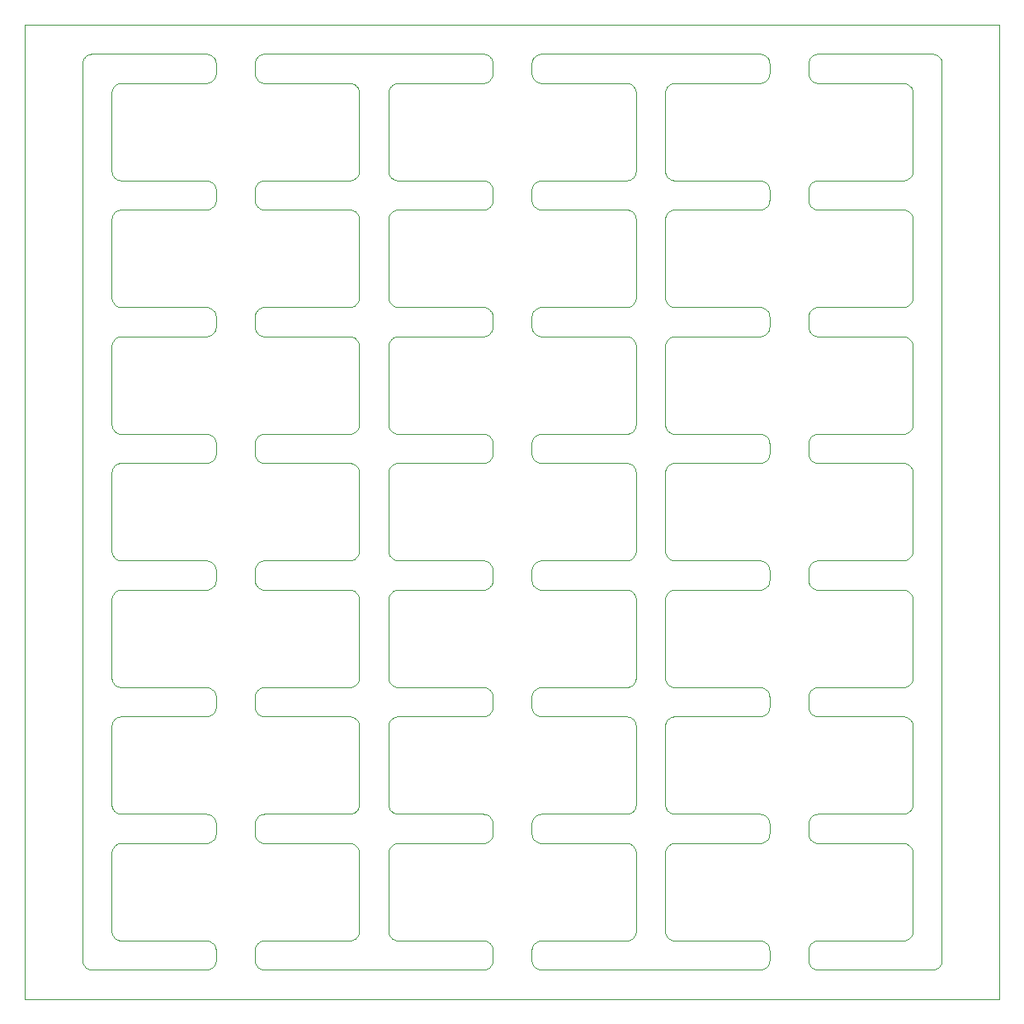
<source format=gbr>
%TF.GenerationSoftware,KiCad,Pcbnew,5.1.9-1.fc32*%
%TF.CreationDate,2021-03-16T17:09:34+05:30*%
%TF.ProjectId,BioAmp-EXG-Panel,42696f41-6d70-42d4-9558-472d50616e65,rev?*%
%TF.SameCoordinates,Original*%
%TF.FileFunction,Profile,NP*%
%FSLAX46Y46*%
G04 Gerber Fmt 4.6, Leading zero omitted, Abs format (unit mm)*
G04 Created by KiCad (PCBNEW 5.1.9-1.fc32) date 2021-03-16 17:09:34*
%MOMM*%
%LPD*%
G01*
G04 APERTURE LIST*
%TA.AperFunction,Profile*%
%ADD10C,0.100000*%
%TD*%
G04 APERTURE END LIST*
D10*
X48000200Y-47010000D02*
X59708800Y-47010000D01*
X47903000Y-47014800D02*
X48000200Y-47010000D01*
X47806900Y-47029000D02*
X47903000Y-47014800D01*
X47712600Y-47052600D02*
X47806900Y-47029000D01*
X47621100Y-47085400D02*
X47712600Y-47052600D01*
X47533300Y-47126900D02*
X47621100Y-47085400D01*
X47450000Y-47176900D02*
X47533300Y-47126900D01*
X47372000Y-47234700D02*
X47450000Y-47176900D01*
X47300000Y-47300000D02*
X47372000Y-47234700D01*
X47234700Y-47372000D02*
X47300000Y-47300000D01*
X47176900Y-47450000D02*
X47234700Y-47372000D01*
X47126900Y-47533300D02*
X47176900Y-47450000D01*
X47085400Y-47621100D02*
X47126900Y-47533300D01*
X47052600Y-47712600D02*
X47085400Y-47621100D01*
X47029000Y-47806900D02*
X47052600Y-47712600D01*
X47014800Y-47903000D02*
X47029000Y-47806900D01*
X47010000Y-48000200D02*
X47014800Y-47903000D01*
X47010000Y-139999800D02*
X47010000Y-48000200D01*
X47014800Y-140097100D02*
X47010000Y-139999800D01*
X47029000Y-140193200D02*
X47014800Y-140097100D01*
X47052600Y-140287400D02*
X47029000Y-140193200D01*
X47085400Y-140378900D02*
X47052600Y-140287400D01*
X47126900Y-140466700D02*
X47085400Y-140378900D01*
X47176900Y-140550100D02*
X47126900Y-140466700D01*
X47234700Y-140628100D02*
X47176900Y-140550100D01*
X47300000Y-140700100D02*
X47234700Y-140628100D01*
X47372000Y-140765300D02*
X47300000Y-140700100D01*
X47450000Y-140823200D02*
X47372000Y-140765300D01*
X47533300Y-140873200D02*
X47450000Y-140823200D01*
X47621100Y-140914700D02*
X47533300Y-140873200D01*
X47712600Y-140947400D02*
X47621100Y-140914700D01*
X47806900Y-140971000D02*
X47712600Y-140947400D01*
X47903000Y-140985300D02*
X47806900Y-140971000D01*
X48000200Y-140990100D02*
X47903000Y-140985300D01*
X59708800Y-140990100D02*
X48000200Y-140990100D01*
X59806000Y-140985300D02*
X59708800Y-140990100D01*
X59902100Y-140971000D02*
X59806000Y-140985300D01*
X59996400Y-140947400D02*
X59902100Y-140971000D01*
X60087900Y-140914700D02*
X59996400Y-140947400D01*
X60175700Y-140873200D02*
X60087900Y-140914700D01*
X60259000Y-140823200D02*
X60175700Y-140873200D01*
X60337000Y-140765300D02*
X60259000Y-140823200D01*
X60409000Y-140700100D02*
X60337000Y-140765300D01*
X60474300Y-140628100D02*
X60409000Y-140700100D01*
X60532100Y-140550100D02*
X60474300Y-140628100D01*
X60582100Y-140466700D02*
X60532100Y-140550100D01*
X60623600Y-140378900D02*
X60582100Y-140466700D01*
X60656400Y-140287400D02*
X60623600Y-140378900D01*
X60680000Y-140193200D02*
X60656400Y-140287400D01*
X60694200Y-140097100D02*
X60680000Y-140193200D01*
X60699000Y-139999800D02*
X60694200Y-140097100D01*
X60699000Y-138991300D02*
X60699000Y-139999800D01*
X60694200Y-138894000D02*
X60699000Y-138991300D01*
X60680000Y-138797900D02*
X60694200Y-138894000D01*
X60656400Y-138703700D02*
X60680000Y-138797900D01*
X60623600Y-138612200D02*
X60656400Y-138703700D01*
X60582100Y-138524400D02*
X60623600Y-138612200D01*
X60532100Y-138441100D02*
X60582100Y-138524400D01*
X60474300Y-138363000D02*
X60532100Y-138441100D01*
X60409000Y-138291100D02*
X60474300Y-138363000D01*
X60337000Y-138225800D02*
X60409000Y-138291100D01*
X60259000Y-138167900D02*
X60337000Y-138225800D01*
X60175700Y-138118000D02*
X60259000Y-138167900D01*
X60087900Y-138076500D02*
X60175700Y-138118000D01*
X59996400Y-138043700D02*
X60087900Y-138076500D01*
X59902100Y-138020100D02*
X59996400Y-138043700D01*
X59806000Y-138005900D02*
X59902100Y-138020100D01*
X59708800Y-138001100D02*
X59806000Y-138005900D01*
X51006600Y-138001100D02*
X59708800Y-138001100D01*
X50895600Y-137995300D02*
X51006600Y-138001100D01*
X50792200Y-137978900D02*
X50895600Y-137995300D01*
X50691000Y-137951800D02*
X50792200Y-137978900D01*
X50593200Y-137914300D02*
X50691000Y-137951800D01*
X50511200Y-137872900D02*
X50593200Y-137914300D01*
X50488500Y-137859800D02*
X50511200Y-137872900D01*
X50422500Y-137816900D02*
X50488500Y-137859800D01*
X50401400Y-137801600D02*
X50422500Y-137816900D01*
X50330200Y-137743500D02*
X50401400Y-137801600D01*
X50256200Y-137669400D02*
X50330200Y-137743500D01*
X50190600Y-137588400D02*
X50256200Y-137669400D01*
X50133500Y-137500600D02*
X50190600Y-137588400D01*
X50086000Y-137407300D02*
X50133500Y-137500600D01*
X50052700Y-137321700D02*
X50086000Y-137407300D01*
X50044600Y-137296700D02*
X50052700Y-137321700D01*
X50024200Y-137220600D02*
X50044600Y-137296700D01*
X50018800Y-137195200D02*
X50024200Y-137220600D01*
X50004800Y-137104400D02*
X50018800Y-137195200D01*
X49999000Y-136993600D02*
X50004800Y-137104400D01*
X49999100Y-128999900D02*
X49999000Y-136993600D01*
X50004900Y-128895200D02*
X49999100Y-128999900D01*
X50021300Y-128791700D02*
X50004900Y-128895200D01*
X50048400Y-128690600D02*
X50021300Y-128791700D01*
X50086000Y-128592800D02*
X50048400Y-128690600D01*
X50133300Y-128499900D02*
X50086000Y-128592800D01*
X50190300Y-128412100D02*
X50133300Y-128499900D01*
X50256200Y-128330700D02*
X50190300Y-128412100D01*
X50330300Y-128256600D02*
X50256200Y-128330700D01*
X50411600Y-128190600D02*
X50330300Y-128256600D01*
X50488500Y-128140300D02*
X50411600Y-128190600D01*
X50511200Y-128127200D02*
X50488500Y-128140300D01*
X50581400Y-128091500D02*
X50511200Y-128127200D01*
X50605100Y-128080900D02*
X50581400Y-128091500D01*
X50691100Y-128048300D02*
X50605100Y-128080900D01*
X50792200Y-128021200D02*
X50691100Y-128048300D01*
X50895200Y-128004900D02*
X50792200Y-128021200D01*
X50999900Y-127999100D02*
X50895200Y-128004900D01*
X59708800Y-127999100D02*
X50999900Y-127999100D01*
X59806000Y-127994300D02*
X59708800Y-127999100D01*
X59902100Y-127980000D02*
X59806000Y-127994300D01*
X59996400Y-127956400D02*
X59902100Y-127980000D01*
X60087900Y-127923700D02*
X59996400Y-127956400D01*
X60175700Y-127882200D02*
X60087900Y-127923700D01*
X60259000Y-127832200D02*
X60175700Y-127882200D01*
X60337000Y-127774300D02*
X60259000Y-127832200D01*
X60409000Y-127709100D02*
X60337000Y-127774300D01*
X60474300Y-127637100D02*
X60409000Y-127709100D01*
X60532100Y-127559100D02*
X60474300Y-127637100D01*
X60582100Y-127475700D02*
X60532100Y-127559100D01*
X60623600Y-127387900D02*
X60582100Y-127475700D01*
X60656400Y-127296500D02*
X60623600Y-127387900D01*
X60680000Y-127202200D02*
X60656400Y-127296500D01*
X60694200Y-127106100D02*
X60680000Y-127202200D01*
X60699000Y-127008800D02*
X60694200Y-127106100D01*
X60699000Y-125991300D02*
X60699000Y-127008800D01*
X60694200Y-125894000D02*
X60699000Y-125991300D01*
X60680000Y-125797900D02*
X60694200Y-125894000D01*
X60656400Y-125703600D02*
X60680000Y-125797900D01*
X60623600Y-125612200D02*
X60656400Y-125703600D01*
X60582100Y-125524300D02*
X60623600Y-125612200D01*
X60532100Y-125441000D02*
X60582100Y-125524300D01*
X60474300Y-125363000D02*
X60532100Y-125441000D01*
X60409000Y-125291000D02*
X60474300Y-125363000D01*
X60337000Y-125225700D02*
X60409000Y-125291000D01*
X60259000Y-125167900D02*
X60337000Y-125225700D01*
X60175700Y-125117900D02*
X60259000Y-125167900D01*
X60087900Y-125076400D02*
X60175700Y-125117900D01*
X59996400Y-125043700D02*
X60087900Y-125076400D01*
X59902100Y-125020100D02*
X59996400Y-125043700D01*
X59806000Y-125005800D02*
X59902100Y-125020100D01*
X59708800Y-125001000D02*
X59806000Y-125005800D01*
X51006500Y-125001000D02*
X59708800Y-125001000D01*
X50895100Y-124995200D02*
X51006500Y-125001000D01*
X50792200Y-124978900D02*
X50895100Y-124995200D01*
X50691000Y-124951800D02*
X50792200Y-124978900D01*
X50593200Y-124914300D02*
X50691000Y-124951800D01*
X50511200Y-124872900D02*
X50593200Y-124914300D01*
X50488500Y-124859800D02*
X50511200Y-124872900D01*
X50422500Y-124816900D02*
X50488500Y-124859800D01*
X50401400Y-124801600D02*
X50422500Y-124816900D01*
X50330200Y-124743500D02*
X50401400Y-124801600D01*
X50256200Y-124669400D02*
X50330200Y-124743500D01*
X50190600Y-124588400D02*
X50256200Y-124669400D01*
X50133500Y-124500600D02*
X50190600Y-124588400D01*
X50086000Y-124407300D02*
X50133500Y-124500600D01*
X50052700Y-124321700D02*
X50086000Y-124407300D01*
X50044600Y-124296700D02*
X50052700Y-124321700D01*
X50024200Y-124220600D02*
X50044600Y-124296700D01*
X50018800Y-124195200D02*
X50024200Y-124220600D01*
X50004800Y-124104400D02*
X50018800Y-124195200D01*
X49999000Y-123993600D02*
X50004800Y-124104400D01*
X49999100Y-115999800D02*
X49999000Y-123993600D01*
X50004900Y-115895200D02*
X49999100Y-115999800D01*
X50021300Y-115791700D02*
X50004900Y-115895200D01*
X50048400Y-115690600D02*
X50021300Y-115791700D01*
X50086000Y-115592800D02*
X50048400Y-115690600D01*
X50133300Y-115499900D02*
X50086000Y-115592800D01*
X50190300Y-115412100D02*
X50133300Y-115499900D01*
X50256200Y-115330700D02*
X50190300Y-115412100D01*
X50330300Y-115256600D02*
X50256200Y-115330700D01*
X50411600Y-115190600D02*
X50330300Y-115256600D01*
X50488500Y-115140300D02*
X50411600Y-115190600D01*
X50511200Y-115127200D02*
X50488500Y-115140300D01*
X50581400Y-115091400D02*
X50511200Y-115127200D01*
X50605100Y-115080900D02*
X50581400Y-115091400D01*
X50691100Y-115048300D02*
X50605100Y-115080900D01*
X50792200Y-115021200D02*
X50691100Y-115048300D01*
X50895200Y-115004900D02*
X50792200Y-115021200D01*
X50999900Y-114999100D02*
X50895200Y-115004900D01*
X59708800Y-114999000D02*
X50999900Y-114999100D01*
X59806000Y-114994200D02*
X59708800Y-114999000D01*
X59902100Y-114980000D02*
X59806000Y-114994200D01*
X59996400Y-114956400D02*
X59902100Y-114980000D01*
X60087900Y-114923700D02*
X59996400Y-114956400D01*
X60175700Y-114882100D02*
X60087900Y-114923700D01*
X60259000Y-114832200D02*
X60175700Y-114882100D01*
X60337000Y-114774300D02*
X60259000Y-114832200D01*
X60409000Y-114709100D02*
X60337000Y-114774300D01*
X60474300Y-114637100D02*
X60409000Y-114709100D01*
X60532100Y-114559000D02*
X60474300Y-114637100D01*
X60582100Y-114475700D02*
X60532100Y-114559000D01*
X60623600Y-114387900D02*
X60582100Y-114475700D01*
X60656400Y-114296400D02*
X60623600Y-114387900D01*
X60680000Y-114202200D02*
X60656400Y-114296400D01*
X60694200Y-114106100D02*
X60680000Y-114202200D01*
X60699000Y-114008800D02*
X60694200Y-114106100D01*
X60699000Y-112991300D02*
X60699000Y-114008800D01*
X60694200Y-112894000D02*
X60699000Y-112991300D01*
X60680000Y-112797900D02*
X60694200Y-112894000D01*
X60656400Y-112703600D02*
X60680000Y-112797900D01*
X60623600Y-112612200D02*
X60656400Y-112703600D01*
X60582100Y-112524300D02*
X60623600Y-112612200D01*
X60532100Y-112441000D02*
X60582100Y-112524300D01*
X60474300Y-112363000D02*
X60532100Y-112441000D01*
X60409000Y-112291000D02*
X60474300Y-112363000D01*
X60337000Y-112225700D02*
X60409000Y-112291000D01*
X60259000Y-112167900D02*
X60337000Y-112225700D01*
X60175700Y-112117900D02*
X60259000Y-112167900D01*
X60087900Y-112076400D02*
X60175700Y-112117900D01*
X59996400Y-112043700D02*
X60087900Y-112076400D01*
X59902100Y-112020000D02*
X59996400Y-112043700D01*
X59806000Y-112005800D02*
X59902100Y-112020000D01*
X59708800Y-112001000D02*
X59806000Y-112005800D01*
X51006500Y-112001000D02*
X59708800Y-112001000D01*
X50895600Y-111995200D02*
X51006500Y-112001000D01*
X50792200Y-111978900D02*
X50895600Y-111995200D01*
X50703400Y-111955500D02*
X50792200Y-111978900D01*
X50678400Y-111947300D02*
X50703400Y-111955500D01*
X50604900Y-111919100D02*
X50678400Y-111947300D01*
X50581100Y-111908500D02*
X50604900Y-111919100D01*
X50499400Y-111866500D02*
X50581100Y-111908500D01*
X50411600Y-111809400D02*
X50499400Y-111866500D01*
X50330600Y-111743800D02*
X50411600Y-111809400D01*
X50256500Y-111669800D02*
X50330600Y-111743800D01*
X50190600Y-111588400D02*
X50256500Y-111669800D01*
X50140300Y-111511600D02*
X50190600Y-111588400D01*
X50127100Y-111488800D02*
X50140300Y-111511600D01*
X50091400Y-111418700D02*
X50127100Y-111488800D01*
X50080800Y-111394900D02*
X50091400Y-111418700D01*
X50048200Y-111309000D02*
X50080800Y-111394900D01*
X50021200Y-111207800D02*
X50048200Y-111309000D01*
X50004900Y-111104900D02*
X50021200Y-111207800D01*
X49999100Y-110999900D02*
X50004900Y-111104900D01*
X49999100Y-102999800D02*
X49999100Y-110999900D01*
X50004900Y-102895200D02*
X49999100Y-102999800D01*
X50021300Y-102791700D02*
X50004900Y-102895200D01*
X50048400Y-102690500D02*
X50021300Y-102791700D01*
X50086000Y-102592800D02*
X50048400Y-102690500D01*
X50133300Y-102499900D02*
X50086000Y-102592800D01*
X50190300Y-102412100D02*
X50133300Y-102499900D01*
X50256200Y-102330600D02*
X50190300Y-102412100D01*
X50330300Y-102256600D02*
X50256200Y-102330600D01*
X50411600Y-102190600D02*
X50330300Y-102256600D01*
X50488500Y-102140300D02*
X50411600Y-102190600D01*
X50511200Y-102127200D02*
X50488500Y-102140300D01*
X50581400Y-102091400D02*
X50511200Y-102127200D01*
X50605100Y-102080900D02*
X50581400Y-102091400D01*
X50691100Y-102048300D02*
X50605100Y-102080900D01*
X50792200Y-102021200D02*
X50691100Y-102048300D01*
X50895200Y-102004900D02*
X50792200Y-102021200D01*
X50999900Y-101999100D02*
X50895200Y-102004900D01*
X59708800Y-101999000D02*
X50999900Y-101999100D01*
X59806000Y-101994200D02*
X59708800Y-101999000D01*
X59902100Y-101980000D02*
X59806000Y-101994200D01*
X59996400Y-101956400D02*
X59902100Y-101980000D01*
X60087900Y-101923700D02*
X59996400Y-101956400D01*
X60175700Y-101882100D02*
X60087900Y-101923700D01*
X60259000Y-101832200D02*
X60175700Y-101882100D01*
X60337000Y-101774300D02*
X60259000Y-101832200D01*
X60409000Y-101709000D02*
X60337000Y-101774300D01*
X60474300Y-101637100D02*
X60409000Y-101709000D01*
X60532100Y-101559000D02*
X60474300Y-101637100D01*
X60582100Y-101475700D02*
X60532100Y-101559000D01*
X60623600Y-101387900D02*
X60582100Y-101475700D01*
X60656400Y-101296400D02*
X60623600Y-101387900D01*
X60680000Y-101202200D02*
X60656400Y-101296400D01*
X60694200Y-101106100D02*
X60680000Y-101202200D01*
X60699000Y-101008800D02*
X60694200Y-101106100D01*
X60699000Y-99991300D02*
X60699000Y-101008800D01*
X60694200Y-99894000D02*
X60699000Y-99991300D01*
X60680000Y-99797900D02*
X60694200Y-99894000D01*
X60656400Y-99703600D02*
X60680000Y-99797900D01*
X60623600Y-99612200D02*
X60656400Y-99703600D01*
X60582100Y-99524300D02*
X60623600Y-99612200D01*
X60532100Y-99441000D02*
X60582100Y-99524300D01*
X60474300Y-99363000D02*
X60532100Y-99441000D01*
X60409000Y-99291000D02*
X60474300Y-99363000D01*
X60337000Y-99225700D02*
X60409000Y-99291000D01*
X60259000Y-99167900D02*
X60337000Y-99225700D01*
X60175700Y-99117900D02*
X60259000Y-99167900D01*
X60087900Y-99076400D02*
X60175700Y-99117900D01*
X59996400Y-99043700D02*
X60087900Y-99076400D01*
X59902100Y-99020000D02*
X59996400Y-99043700D01*
X59806000Y-99005800D02*
X59902100Y-99020000D01*
X59708800Y-99001000D02*
X59806000Y-99005800D01*
X51006500Y-99001000D02*
X59708800Y-99001000D01*
X50895600Y-98995200D02*
X51006500Y-99001000D01*
X50792200Y-98978900D02*
X50895600Y-98995200D01*
X50703400Y-98955400D02*
X50792200Y-98978900D01*
X50678400Y-98947300D02*
X50703400Y-98955400D01*
X50604900Y-98919100D02*
X50678400Y-98947300D01*
X50581100Y-98908500D02*
X50604900Y-98919100D01*
X50499400Y-98866500D02*
X50581100Y-98908500D01*
X50411600Y-98809400D02*
X50499400Y-98866500D01*
X50330600Y-98743800D02*
X50411600Y-98809400D01*
X50256500Y-98669800D02*
X50330600Y-98743800D01*
X50190600Y-98588400D02*
X50256500Y-98669800D01*
X50140300Y-98511600D02*
X50190600Y-98588400D01*
X50127100Y-98488800D02*
X50140300Y-98511600D01*
X50091400Y-98418700D02*
X50127100Y-98488800D01*
X50080800Y-98394900D02*
X50091400Y-98418700D01*
X50048200Y-98309000D02*
X50080800Y-98394900D01*
X50021200Y-98207800D02*
X50048200Y-98309000D01*
X50004900Y-98104900D02*
X50021200Y-98207800D01*
X49999100Y-97999900D02*
X50004900Y-98104900D01*
X49999100Y-89999800D02*
X49999100Y-97999900D01*
X50004900Y-89895100D02*
X49999100Y-89999800D01*
X50021300Y-89791700D02*
X50004900Y-89895100D01*
X50048400Y-89690500D02*
X50021300Y-89791700D01*
X50086000Y-89592800D02*
X50048400Y-89690500D01*
X50133300Y-89499900D02*
X50086000Y-89592800D01*
X50190300Y-89412000D02*
X50133300Y-89499900D01*
X50256200Y-89330600D02*
X50190300Y-89412000D01*
X50330300Y-89256600D02*
X50256200Y-89330600D01*
X50411600Y-89190600D02*
X50330300Y-89256600D01*
X50488500Y-89140300D02*
X50411600Y-89190600D01*
X50511200Y-89127200D02*
X50488500Y-89140300D01*
X50581400Y-89091400D02*
X50511200Y-89127200D01*
X50605100Y-89080900D02*
X50581400Y-89091400D01*
X50691100Y-89048300D02*
X50605100Y-89080900D01*
X50792200Y-89021200D02*
X50691100Y-89048300D01*
X50895200Y-89004900D02*
X50792200Y-89021200D01*
X50999900Y-88999100D02*
X50895200Y-89004900D01*
X59708800Y-88999000D02*
X50999900Y-88999100D01*
X59806000Y-88994200D02*
X59708800Y-88999000D01*
X59902100Y-88980000D02*
X59806000Y-88994200D01*
X59996400Y-88956400D02*
X59902100Y-88980000D01*
X60087900Y-88923600D02*
X59996400Y-88956400D01*
X60175700Y-88882100D02*
X60087900Y-88923600D01*
X60259000Y-88832200D02*
X60175700Y-88882100D01*
X60337000Y-88774300D02*
X60259000Y-88832200D01*
X60409000Y-88709000D02*
X60337000Y-88774300D01*
X60474300Y-88637100D02*
X60409000Y-88709000D01*
X60532100Y-88559000D02*
X60474300Y-88637100D01*
X60582100Y-88475700D02*
X60532100Y-88559000D01*
X60623600Y-88387900D02*
X60582100Y-88475700D01*
X60656400Y-88296400D02*
X60623600Y-88387900D01*
X60680000Y-88202200D02*
X60656400Y-88296400D01*
X60694200Y-88106100D02*
X60680000Y-88202200D01*
X60699000Y-88008800D02*
X60694200Y-88106100D01*
X60699000Y-86991300D02*
X60699000Y-88008800D01*
X60694200Y-86894000D02*
X60699000Y-86991300D01*
X60680000Y-86797900D02*
X60694200Y-86894000D01*
X60656400Y-86703600D02*
X60680000Y-86797900D01*
X60623600Y-86612200D02*
X60656400Y-86703600D01*
X60582100Y-86524300D02*
X60623600Y-86612200D01*
X60532100Y-86441000D02*
X60582100Y-86524300D01*
X60474300Y-86363000D02*
X60532100Y-86441000D01*
X60409000Y-86291000D02*
X60474300Y-86363000D01*
X60337000Y-86225700D02*
X60409000Y-86291000D01*
X60259000Y-86167900D02*
X60337000Y-86225700D01*
X60175700Y-86117900D02*
X60259000Y-86167900D01*
X60087900Y-86076400D02*
X60175700Y-86117900D01*
X59996400Y-86043600D02*
X60087900Y-86076400D01*
X59902100Y-86020000D02*
X59996400Y-86043600D01*
X59806000Y-86005800D02*
X59902100Y-86020000D01*
X59708800Y-86001000D02*
X59806000Y-86005800D01*
X51006500Y-86001000D02*
X59708800Y-86001000D01*
X50908300Y-85996200D02*
X51006500Y-86001000D01*
X50882400Y-85993500D02*
X50908300Y-85996200D01*
X50804900Y-85981200D02*
X50882400Y-85993500D01*
X50779200Y-85975700D02*
X50804900Y-85981200D01*
X50691000Y-85951800D02*
X50779200Y-85975700D01*
X50605200Y-85919200D02*
X50691000Y-85951800D01*
X50581100Y-85908500D02*
X50605200Y-85919200D01*
X50499900Y-85866700D02*
X50581100Y-85908500D01*
X50422700Y-85817000D02*
X50499900Y-85866700D01*
X50401400Y-85801600D02*
X50422700Y-85817000D01*
X50330600Y-85743800D02*
X50401400Y-85801600D01*
X50265400Y-85679100D02*
X50330600Y-85743800D01*
X50247800Y-85659600D02*
X50265400Y-85679100D01*
X50190300Y-85588000D02*
X50247800Y-85659600D01*
X50133500Y-85500500D02*
X50190300Y-85588000D01*
X50091500Y-85418900D02*
X50133500Y-85500500D01*
X50080800Y-85394900D02*
X50091500Y-85418900D01*
X50052700Y-85321600D02*
X50080800Y-85394900D01*
X50044700Y-85296900D02*
X50052700Y-85321600D01*
X50021300Y-85208300D02*
X50044700Y-85296900D01*
X50006500Y-85117700D02*
X50021300Y-85208300D01*
X50003800Y-85091500D02*
X50006500Y-85117700D01*
X49999000Y-84993500D02*
X50003800Y-85091500D01*
X49999100Y-76999800D02*
X49999000Y-84993500D01*
X50004900Y-76895100D02*
X49999100Y-76999800D01*
X50021300Y-76791700D02*
X50004900Y-76895100D01*
X50048300Y-76691000D02*
X50021300Y-76791700D01*
X50085800Y-76593200D02*
X50048300Y-76691000D01*
X50133300Y-76499900D02*
X50085800Y-76593200D01*
X50190300Y-76412000D02*
X50133300Y-76499900D01*
X50256200Y-76330600D02*
X50190300Y-76412000D01*
X50321100Y-76265300D02*
X50256200Y-76330600D01*
X50340400Y-76247900D02*
X50321100Y-76265300D01*
X50411600Y-76190600D02*
X50340400Y-76247900D01*
X50488500Y-76140300D02*
X50411600Y-76190600D01*
X50511200Y-76127200D02*
X50488500Y-76140300D01*
X50581400Y-76091400D02*
X50511200Y-76127200D01*
X50605100Y-76080800D02*
X50581400Y-76091400D01*
X50691100Y-76048300D02*
X50605100Y-76080800D01*
X50792200Y-76021200D02*
X50691100Y-76048300D01*
X50895200Y-76004900D02*
X50792200Y-76021200D01*
X50999900Y-75999100D02*
X50895200Y-76004900D01*
X59708800Y-75999000D02*
X50999900Y-75999100D01*
X59806000Y-75994200D02*
X59708800Y-75999000D01*
X59902100Y-75980000D02*
X59806000Y-75994200D01*
X59996400Y-75956400D02*
X59902100Y-75980000D01*
X60087900Y-75923600D02*
X59996400Y-75956400D01*
X60175700Y-75882100D02*
X60087900Y-75923600D01*
X60259000Y-75832200D02*
X60175700Y-75882100D01*
X60337000Y-75774300D02*
X60259000Y-75832200D01*
X60409000Y-75709000D02*
X60337000Y-75774300D01*
X60474300Y-75637100D02*
X60409000Y-75709000D01*
X60532100Y-75559000D02*
X60474300Y-75637100D01*
X60582100Y-75475700D02*
X60532100Y-75559000D01*
X60623600Y-75387900D02*
X60582100Y-75475700D01*
X60656400Y-75296400D02*
X60623600Y-75387900D01*
X60680000Y-75202100D02*
X60656400Y-75296400D01*
X60694200Y-75106000D02*
X60680000Y-75202100D01*
X60699000Y-75008800D02*
X60694200Y-75106000D01*
X60699000Y-73991200D02*
X60699000Y-75008800D01*
X60694200Y-73894000D02*
X60699000Y-73991200D01*
X60680000Y-73797900D02*
X60694200Y-73894000D01*
X60656400Y-73703600D02*
X60680000Y-73797900D01*
X60623600Y-73612200D02*
X60656400Y-73703600D01*
X60582100Y-73524300D02*
X60623600Y-73612200D01*
X60532100Y-73441000D02*
X60582100Y-73524300D01*
X60474300Y-73363000D02*
X60532100Y-73441000D01*
X60409000Y-73291000D02*
X60474300Y-73363000D01*
X60337000Y-73225700D02*
X60409000Y-73291000D01*
X60259000Y-73167900D02*
X60337000Y-73225700D01*
X60175700Y-73117900D02*
X60259000Y-73167900D01*
X60087900Y-73076400D02*
X60175700Y-73117900D01*
X59996400Y-73043600D02*
X60087900Y-73076400D01*
X59902100Y-73020000D02*
X59996400Y-73043600D01*
X59806000Y-73005800D02*
X59902100Y-73020000D01*
X59708800Y-73001000D02*
X59806000Y-73005800D01*
X50999800Y-73000900D02*
X59708800Y-73001000D01*
X50895100Y-72995200D02*
X50999800Y-73000900D01*
X50791700Y-72978700D02*
X50895100Y-72995200D01*
X50690500Y-72951600D02*
X50791700Y-72978700D01*
X50592700Y-72914000D02*
X50690500Y-72951600D01*
X50499900Y-72866700D02*
X50592700Y-72914000D01*
X50412000Y-72809700D02*
X50499900Y-72866700D01*
X50330600Y-72743800D02*
X50412000Y-72809700D01*
X50256500Y-72669800D02*
X50330600Y-72743800D01*
X50190600Y-72588400D02*
X50256500Y-72669800D01*
X50140300Y-72511600D02*
X50190600Y-72588400D01*
X50127100Y-72488800D02*
X50140300Y-72511600D01*
X50091400Y-72418700D02*
X50127100Y-72488800D01*
X50080800Y-72394900D02*
X50091400Y-72418700D01*
X50048200Y-72309000D02*
X50080800Y-72394900D01*
X50021200Y-72207800D02*
X50048200Y-72309000D01*
X50004900Y-72104800D02*
X50021200Y-72207800D01*
X49999100Y-71999900D02*
X50004900Y-72104800D01*
X49999000Y-64006400D02*
X49999100Y-71999900D01*
X50004800Y-63895600D02*
X49999000Y-64006400D01*
X50021200Y-63792200D02*
X50004800Y-63895600D01*
X50048300Y-63691000D02*
X50021200Y-63792200D01*
X50085800Y-63593200D02*
X50048300Y-63691000D01*
X50127100Y-63511200D02*
X50085800Y-63593200D01*
X50140300Y-63488500D02*
X50127100Y-63511200D01*
X50190300Y-63412000D02*
X50140300Y-63488500D01*
X50247800Y-63340400D02*
X50190300Y-63412000D01*
X50265400Y-63320900D02*
X50247800Y-63340400D01*
X50330300Y-63256500D02*
X50265400Y-63320900D01*
X50412100Y-63190300D02*
X50330300Y-63256500D01*
X50488500Y-63140300D02*
X50412100Y-63190300D01*
X50511200Y-63127200D02*
X50488500Y-63140300D01*
X50592800Y-63086000D02*
X50511200Y-63127200D01*
X50678400Y-63052700D02*
X50592800Y-63086000D01*
X50703400Y-63044600D02*
X50678400Y-63052700D01*
X50791700Y-63021300D02*
X50703400Y-63044600D01*
X50882400Y-63006600D02*
X50791700Y-63021300D01*
X50908500Y-63003800D02*
X50882400Y-63006600D01*
X51006500Y-62999000D02*
X50908500Y-63003800D01*
X59708800Y-62999000D02*
X51006500Y-62999000D01*
X59806000Y-62994200D02*
X59708800Y-62999000D01*
X59902100Y-62980000D02*
X59806000Y-62994200D01*
X59996400Y-62956400D02*
X59902100Y-62980000D01*
X60087900Y-62923600D02*
X59996400Y-62956400D01*
X60175700Y-62882100D02*
X60087900Y-62923600D01*
X60259000Y-62832200D02*
X60175700Y-62882100D01*
X60337000Y-62774300D02*
X60259000Y-62832200D01*
X60409000Y-62709000D02*
X60337000Y-62774300D01*
X60474300Y-62637000D02*
X60409000Y-62709000D01*
X60532100Y-62559000D02*
X60474300Y-62637000D01*
X60582100Y-62475700D02*
X60532100Y-62559000D01*
X60623600Y-62387900D02*
X60582100Y-62475700D01*
X60656400Y-62296400D02*
X60623600Y-62387900D01*
X60680000Y-62202100D02*
X60656400Y-62296400D01*
X60694200Y-62106000D02*
X60680000Y-62202100D01*
X60699000Y-62008800D02*
X60694200Y-62106000D01*
X60699000Y-60991200D02*
X60699000Y-62008800D01*
X60694200Y-60894000D02*
X60699000Y-60991200D01*
X60680000Y-60797900D02*
X60694200Y-60894000D01*
X60656400Y-60703600D02*
X60680000Y-60797900D01*
X60623600Y-60612100D02*
X60656400Y-60703600D01*
X60582100Y-60524300D02*
X60623600Y-60612100D01*
X60532100Y-60441000D02*
X60582100Y-60524300D01*
X60474300Y-60363000D02*
X60532100Y-60441000D01*
X60409000Y-60291000D02*
X60474300Y-60363000D01*
X60337000Y-60225700D02*
X60409000Y-60291000D01*
X60259000Y-60167900D02*
X60337000Y-60225700D01*
X60175700Y-60117900D02*
X60259000Y-60167900D01*
X60087900Y-60076400D02*
X60175700Y-60117900D01*
X59996400Y-60043600D02*
X60087900Y-60076400D01*
X59902100Y-60020000D02*
X59996400Y-60043600D01*
X59806000Y-60005800D02*
X59902100Y-60020000D01*
X59708800Y-60001000D02*
X59806000Y-60005800D01*
X50999800Y-60000900D02*
X59708800Y-60001000D01*
X50895100Y-59995100D02*
X50999800Y-60000900D01*
X50792200Y-59978800D02*
X50895100Y-59995100D01*
X50691000Y-59951800D02*
X50792200Y-59978800D01*
X50605200Y-59919200D02*
X50691000Y-59951800D01*
X50581100Y-59908500D02*
X50605200Y-59919200D01*
X50511000Y-59872800D02*
X50581100Y-59908500D01*
X50488500Y-59859700D02*
X50511000Y-59872800D01*
X50411600Y-59809400D02*
X50488500Y-59859700D01*
X50340400Y-59752200D02*
X50411600Y-59809400D01*
X50321100Y-59734800D02*
X50340400Y-59752200D01*
X50256200Y-59669400D02*
X50321100Y-59734800D01*
X50190300Y-59587900D02*
X50256200Y-59669400D01*
X50133300Y-59500100D02*
X50190300Y-59587900D01*
X50085700Y-59406700D02*
X50133300Y-59500100D01*
X50048400Y-59309400D02*
X50085700Y-59406700D01*
X50021300Y-59208300D02*
X50048400Y-59309400D01*
X50004900Y-59104800D02*
X50021300Y-59208300D01*
X49999100Y-59000100D02*
X50004900Y-59104800D01*
X49999000Y-51006600D02*
X49999100Y-59000100D01*
X50004800Y-50895600D02*
X49999000Y-51006600D01*
X50021200Y-50792200D02*
X50004800Y-50895600D01*
X50044600Y-50703400D02*
X50021200Y-50792200D01*
X50052700Y-50678400D02*
X50044600Y-50703400D01*
X50086000Y-50592700D02*
X50052700Y-50678400D01*
X50133300Y-50499900D02*
X50086000Y-50592700D01*
X50183000Y-50422700D02*
X50133300Y-50499900D01*
X50198400Y-50401400D02*
X50183000Y-50422700D01*
X50256600Y-50330200D02*
X50198400Y-50401400D01*
X50330300Y-50256500D02*
X50256600Y-50330200D01*
X50401400Y-50198500D02*
X50330300Y-50256500D01*
X50422600Y-50183000D02*
X50401400Y-50198500D01*
X50499900Y-50133300D02*
X50422600Y-50183000D01*
X50592800Y-50086000D02*
X50499900Y-50133300D01*
X50690600Y-50048400D02*
X50592800Y-50086000D01*
X50779200Y-50024300D02*
X50690600Y-50048400D01*
X50804900Y-50018800D02*
X50779200Y-50024300D01*
X50895700Y-50004800D02*
X50804900Y-50018800D01*
X51006500Y-49999000D02*
X50895700Y-50004800D01*
X59708800Y-49999000D02*
X51006500Y-49999000D01*
X59806000Y-49994200D02*
X59708800Y-49999000D01*
X59902100Y-49980000D02*
X59806000Y-49994200D01*
X59996400Y-49956400D02*
X59902100Y-49980000D01*
X60087900Y-49923600D02*
X59996400Y-49956400D01*
X60175700Y-49882100D02*
X60087900Y-49923600D01*
X60259000Y-49832100D02*
X60175700Y-49882100D01*
X60337000Y-49774300D02*
X60259000Y-49832100D01*
X60409000Y-49709000D02*
X60337000Y-49774300D01*
X60474300Y-49637000D02*
X60409000Y-49709000D01*
X60532100Y-49559000D02*
X60474300Y-49637000D01*
X60582100Y-49475700D02*
X60532100Y-49559000D01*
X60623600Y-49387900D02*
X60582100Y-49475700D01*
X60656400Y-49296400D02*
X60623600Y-49387900D01*
X60680000Y-49202100D02*
X60656400Y-49296400D01*
X60694200Y-49106000D02*
X60680000Y-49202100D01*
X60699000Y-49008800D02*
X60694200Y-49106000D01*
X60699000Y-48000200D02*
X60699000Y-49008800D01*
X60694200Y-47903000D02*
X60699000Y-48000200D01*
X60680000Y-47806900D02*
X60694200Y-47903000D01*
X60656400Y-47712600D02*
X60680000Y-47806900D01*
X60623600Y-47621100D02*
X60656400Y-47712600D01*
X60582100Y-47533300D02*
X60623600Y-47621100D01*
X60532100Y-47450000D02*
X60582100Y-47533300D01*
X60474300Y-47372000D02*
X60532100Y-47450000D01*
X60409000Y-47300000D02*
X60474300Y-47372000D01*
X60337000Y-47234700D02*
X60409000Y-47300000D01*
X60259000Y-47176900D02*
X60337000Y-47234700D01*
X60175700Y-47126900D02*
X60259000Y-47176900D01*
X60087900Y-47085400D02*
X60175700Y-47126900D01*
X59996400Y-47052600D02*
X60087900Y-47085400D01*
X59902100Y-47029000D02*
X59996400Y-47052600D01*
X59806000Y-47014800D02*
X59902100Y-47029000D01*
X59708800Y-47010000D02*
X59806000Y-47014800D01*
X65691200Y-47010000D02*
X88108800Y-47010000D01*
X65594000Y-47014800D02*
X65691200Y-47010000D01*
X65497900Y-47029000D02*
X65594000Y-47014800D01*
X65403600Y-47052600D02*
X65497900Y-47029000D01*
X65312200Y-47085400D02*
X65403600Y-47052600D01*
X65224300Y-47126900D02*
X65312200Y-47085400D01*
X65141000Y-47176900D02*
X65224300Y-47126900D01*
X65063000Y-47234700D02*
X65141000Y-47176900D01*
X64991000Y-47300000D02*
X65063000Y-47234700D01*
X64925700Y-47372000D02*
X64991000Y-47300000D01*
X64867900Y-47450000D02*
X64925700Y-47372000D01*
X64817900Y-47533300D02*
X64867900Y-47450000D01*
X64776400Y-47621100D02*
X64817900Y-47533300D01*
X64743600Y-47712600D02*
X64776400Y-47621100D01*
X64720000Y-47806900D02*
X64743600Y-47712600D01*
X64705800Y-47903000D02*
X64720000Y-47806900D01*
X64701000Y-48000200D02*
X64705800Y-47903000D01*
X64701000Y-49008800D02*
X64701000Y-48000200D01*
X64705800Y-49106000D02*
X64701000Y-49008800D01*
X64720000Y-49202100D02*
X64705800Y-49106000D01*
X64743600Y-49296400D02*
X64720000Y-49202100D01*
X64776400Y-49387900D02*
X64743600Y-49296400D01*
X64817900Y-49475700D02*
X64776400Y-49387900D01*
X64867900Y-49559000D02*
X64817900Y-49475700D01*
X64925700Y-49637000D02*
X64867900Y-49559000D01*
X64991000Y-49709000D02*
X64925700Y-49637000D01*
X65063000Y-49774300D02*
X64991000Y-49709000D01*
X65141000Y-49832100D02*
X65063000Y-49774300D01*
X65224300Y-49882100D02*
X65141000Y-49832100D01*
X65312200Y-49923600D02*
X65224300Y-49882100D01*
X65403600Y-49956400D02*
X65312200Y-49923600D01*
X65497900Y-49980000D02*
X65403600Y-49956400D01*
X65594000Y-49994200D02*
X65497900Y-49980000D01*
X65691200Y-49999000D02*
X65594000Y-49994200D01*
X74393400Y-49999000D02*
X65691200Y-49999000D01*
X74504400Y-50004800D02*
X74393400Y-49999000D01*
X74607800Y-50021200D02*
X74504400Y-50004800D01*
X74709000Y-50048300D02*
X74607800Y-50021200D01*
X74806800Y-50085800D02*
X74709000Y-50048300D01*
X74888800Y-50127100D02*
X74806800Y-50085800D01*
X74911500Y-50140300D02*
X74888800Y-50127100D01*
X74977500Y-50183100D02*
X74911500Y-50140300D01*
X74998600Y-50198400D02*
X74977500Y-50183100D01*
X75069800Y-50256600D02*
X74998600Y-50198400D01*
X75143800Y-50330600D02*
X75069800Y-50256600D01*
X75209400Y-50411600D02*
X75143800Y-50330600D01*
X75266500Y-50499500D02*
X75209400Y-50411600D01*
X75314000Y-50592800D02*
X75266500Y-50499500D01*
X75347300Y-50678400D02*
X75314000Y-50592800D01*
X75355400Y-50703400D02*
X75347300Y-50678400D01*
X75375800Y-50779400D02*
X75355400Y-50703400D01*
X75381200Y-50804900D02*
X75375800Y-50779400D01*
X75395200Y-50895700D02*
X75381200Y-50804900D01*
X75401000Y-51006400D02*
X75395200Y-50895700D01*
X75400900Y-59000200D02*
X75401000Y-51006400D01*
X75395100Y-59104900D02*
X75400900Y-59000200D01*
X75378700Y-59208300D02*
X75395100Y-59104900D01*
X75351600Y-59309500D02*
X75378700Y-59208300D01*
X75314000Y-59407300D02*
X75351600Y-59309500D01*
X75266700Y-59500100D02*
X75314000Y-59407300D01*
X75209700Y-59588000D02*
X75266700Y-59500100D01*
X75143800Y-59669400D02*
X75209700Y-59588000D01*
X75069700Y-59743500D02*
X75143800Y-59669400D01*
X74988400Y-59809400D02*
X75069700Y-59743500D01*
X74911500Y-59859700D02*
X74988400Y-59809400D01*
X74888800Y-59872900D02*
X74911500Y-59859700D01*
X74818600Y-59908600D02*
X74888800Y-59872900D01*
X74794900Y-59919200D02*
X74818600Y-59908600D01*
X74708900Y-59951800D02*
X74794900Y-59919200D01*
X74607800Y-59978800D02*
X74708900Y-59951800D01*
X74504800Y-59995100D02*
X74607800Y-59978800D01*
X74400100Y-60000900D02*
X74504800Y-59995100D01*
X65691200Y-60001000D02*
X74400100Y-60000900D01*
X65594000Y-60005800D02*
X65691200Y-60001000D01*
X65497900Y-60020000D02*
X65594000Y-60005800D01*
X65403600Y-60043600D02*
X65497900Y-60020000D01*
X65312200Y-60076400D02*
X65403600Y-60043600D01*
X65224300Y-60117900D02*
X65312200Y-60076400D01*
X65141000Y-60167900D02*
X65224300Y-60117900D01*
X65063000Y-60225700D02*
X65141000Y-60167900D01*
X64991000Y-60291000D02*
X65063000Y-60225700D01*
X64925700Y-60363000D02*
X64991000Y-60291000D01*
X64867900Y-60441000D02*
X64925700Y-60363000D01*
X64817900Y-60524300D02*
X64867900Y-60441000D01*
X64776400Y-60612100D02*
X64817900Y-60524300D01*
X64743600Y-60703600D02*
X64776400Y-60612100D01*
X64720000Y-60797900D02*
X64743600Y-60703600D01*
X64705800Y-60894000D02*
X64720000Y-60797900D01*
X64701000Y-60991200D02*
X64705800Y-60894000D01*
X64701000Y-62008800D02*
X64701000Y-60991200D01*
X64705800Y-62106000D02*
X64701000Y-62008800D01*
X64720000Y-62202100D02*
X64705800Y-62106000D01*
X64743600Y-62296400D02*
X64720000Y-62202100D01*
X64776400Y-62387900D02*
X64743600Y-62296400D01*
X64817900Y-62475700D02*
X64776400Y-62387900D01*
X64867900Y-62559000D02*
X64817900Y-62475700D01*
X64925700Y-62637000D02*
X64867900Y-62559000D01*
X64991000Y-62709000D02*
X64925700Y-62637000D01*
X65063000Y-62774300D02*
X64991000Y-62709000D01*
X65141000Y-62832100D02*
X65063000Y-62774300D01*
X65224300Y-62882100D02*
X65141000Y-62832100D01*
X65312200Y-62923600D02*
X65224300Y-62882100D01*
X65403600Y-62956400D02*
X65312200Y-62923600D01*
X65497900Y-62980000D02*
X65403600Y-62956400D01*
X65594000Y-62994200D02*
X65497900Y-62980000D01*
X65691200Y-62999000D02*
X65594000Y-62994200D01*
X74393400Y-62999000D02*
X65691200Y-62999000D01*
X74504400Y-63004800D02*
X74393400Y-62999000D01*
X74607800Y-63021200D02*
X74504400Y-63004800D01*
X74709000Y-63048300D02*
X74607800Y-63021200D01*
X74806800Y-63085800D02*
X74709000Y-63048300D01*
X74888800Y-63127100D02*
X74806800Y-63085800D01*
X74911500Y-63140300D02*
X74888800Y-63127100D01*
X74977500Y-63183200D02*
X74911500Y-63140300D01*
X74998600Y-63198500D02*
X74977500Y-63183200D01*
X75069800Y-63256600D02*
X74998600Y-63198500D01*
X75143800Y-63330700D02*
X75069800Y-63256600D01*
X75209400Y-63411700D02*
X75143800Y-63330700D01*
X75266500Y-63499500D02*
X75209400Y-63411700D01*
X75314000Y-63592800D02*
X75266500Y-63499500D01*
X75347300Y-63678400D02*
X75314000Y-63592800D01*
X75355400Y-63703400D02*
X75347300Y-63678400D01*
X75375800Y-63779400D02*
X75355400Y-63703400D01*
X75381200Y-63804900D02*
X75375800Y-63779400D01*
X75395200Y-63895700D02*
X75381200Y-63804900D01*
X75401000Y-64006400D02*
X75395200Y-63895700D01*
X75400900Y-72000200D02*
X75401000Y-64006400D01*
X75395100Y-72104900D02*
X75400900Y-72000200D01*
X75378700Y-72208300D02*
X75395100Y-72104900D01*
X75351600Y-72309500D02*
X75378700Y-72208300D01*
X75314000Y-72407300D02*
X75351600Y-72309500D01*
X75266700Y-72500100D02*
X75314000Y-72407300D01*
X75209700Y-72588000D02*
X75266700Y-72500100D01*
X75143800Y-72669400D02*
X75209700Y-72588000D01*
X75069700Y-72743500D02*
X75143800Y-72669400D01*
X74988400Y-72809400D02*
X75069700Y-72743500D01*
X74911500Y-72859700D02*
X74988400Y-72809400D01*
X74888800Y-72872900D02*
X74911500Y-72859700D01*
X74818600Y-72908600D02*
X74888800Y-72872900D01*
X74794900Y-72919200D02*
X74818600Y-72908600D01*
X74708900Y-72951800D02*
X74794900Y-72919200D01*
X74607800Y-72978900D02*
X74708900Y-72951800D01*
X74504800Y-72995200D02*
X74607800Y-72978900D01*
X74400100Y-73000900D02*
X74504800Y-72995200D01*
X65691200Y-73001000D02*
X74400100Y-73000900D01*
X65594000Y-73005800D02*
X65691200Y-73001000D01*
X65497900Y-73020000D02*
X65594000Y-73005800D01*
X65403600Y-73043600D02*
X65497900Y-73020000D01*
X65312200Y-73076400D02*
X65403600Y-73043600D01*
X65224300Y-73117900D02*
X65312200Y-73076400D01*
X65141000Y-73167900D02*
X65224300Y-73117900D01*
X65063000Y-73225700D02*
X65141000Y-73167900D01*
X64991000Y-73291000D02*
X65063000Y-73225700D01*
X64925700Y-73363000D02*
X64991000Y-73291000D01*
X64867900Y-73441000D02*
X64925700Y-73363000D01*
X64817900Y-73524300D02*
X64867900Y-73441000D01*
X64776400Y-73612200D02*
X64817900Y-73524300D01*
X64743600Y-73703600D02*
X64776400Y-73612200D01*
X64720000Y-73797900D02*
X64743600Y-73703600D01*
X64705800Y-73894000D02*
X64720000Y-73797900D01*
X64701000Y-73991300D02*
X64705800Y-73894000D01*
X64701000Y-75008800D02*
X64701000Y-73991300D01*
X64705800Y-75106000D02*
X64701000Y-75008800D01*
X64720000Y-75202100D02*
X64705800Y-75106000D01*
X64743600Y-75296400D02*
X64720000Y-75202100D01*
X64776400Y-75387900D02*
X64743600Y-75296400D01*
X64817900Y-75475700D02*
X64776400Y-75387900D01*
X64867900Y-75559000D02*
X64817900Y-75475700D01*
X64925700Y-75637000D02*
X64867900Y-75559000D01*
X64991000Y-75709000D02*
X64925700Y-75637000D01*
X65063000Y-75774300D02*
X64991000Y-75709000D01*
X65141000Y-75832200D02*
X65063000Y-75774300D01*
X65224300Y-75882100D02*
X65141000Y-75832200D01*
X65312200Y-75923600D02*
X65224300Y-75882100D01*
X65403600Y-75956400D02*
X65312200Y-75923600D01*
X65497900Y-75980000D02*
X65403600Y-75956400D01*
X65594000Y-75994200D02*
X65497900Y-75980000D01*
X65691200Y-75999000D02*
X65594000Y-75994200D01*
X74393400Y-75999000D02*
X65691200Y-75999000D01*
X74504400Y-76004800D02*
X74393400Y-75999000D01*
X74607800Y-76021200D02*
X74504400Y-76004800D01*
X74709000Y-76048300D02*
X74607800Y-76021200D01*
X74806800Y-76085800D02*
X74709000Y-76048300D01*
X74888800Y-76127100D02*
X74806800Y-76085800D01*
X74911500Y-76140300D02*
X74888800Y-76127100D01*
X74977500Y-76183200D02*
X74911500Y-76140300D01*
X74998600Y-76198500D02*
X74977500Y-76183200D01*
X75069800Y-76256600D02*
X74998600Y-76198500D01*
X75143800Y-76330700D02*
X75069800Y-76256600D01*
X75209400Y-76411700D02*
X75143800Y-76330700D01*
X75266500Y-76499500D02*
X75209400Y-76411700D01*
X75314000Y-76592800D02*
X75266500Y-76499500D01*
X75347300Y-76678400D02*
X75314000Y-76592800D01*
X75355400Y-76703400D02*
X75347300Y-76678400D01*
X75375800Y-76779400D02*
X75355400Y-76703400D01*
X75381200Y-76804900D02*
X75375800Y-76779400D01*
X75395200Y-76895700D02*
X75381200Y-76804900D01*
X75401000Y-77006400D02*
X75395200Y-76895700D01*
X75400900Y-85000200D02*
X75401000Y-77006400D01*
X75395100Y-85104900D02*
X75400900Y-85000200D01*
X75378700Y-85208300D02*
X75395100Y-85104900D01*
X75351600Y-85309500D02*
X75378700Y-85208300D01*
X75314000Y-85407300D02*
X75351600Y-85309500D01*
X75266700Y-85500100D02*
X75314000Y-85407300D01*
X75209700Y-85588000D02*
X75266700Y-85500100D01*
X75143800Y-85669400D02*
X75209700Y-85588000D01*
X75069700Y-85743500D02*
X75143800Y-85669400D01*
X74988400Y-85809400D02*
X75069700Y-85743500D01*
X74911500Y-85859700D02*
X74988400Y-85809400D01*
X74888800Y-85872900D02*
X74911500Y-85859700D01*
X74818600Y-85908600D02*
X74888800Y-85872900D01*
X74794900Y-85919200D02*
X74818600Y-85908600D01*
X74708900Y-85951800D02*
X74794900Y-85919200D01*
X74607800Y-85978900D02*
X74708900Y-85951800D01*
X74504800Y-85995200D02*
X74607800Y-85978900D01*
X74400100Y-86000900D02*
X74504800Y-85995200D01*
X65691200Y-86001000D02*
X74400100Y-86000900D01*
X65594000Y-86005800D02*
X65691200Y-86001000D01*
X65497900Y-86020000D02*
X65594000Y-86005800D01*
X65403600Y-86043700D02*
X65497900Y-86020000D01*
X65312200Y-86076400D02*
X65403600Y-86043700D01*
X65224300Y-86117900D02*
X65312200Y-86076400D01*
X65141000Y-86167900D02*
X65224300Y-86117900D01*
X65063000Y-86225700D02*
X65141000Y-86167900D01*
X64991000Y-86291000D02*
X65063000Y-86225700D01*
X64925700Y-86363000D02*
X64991000Y-86291000D01*
X64867900Y-86441000D02*
X64925700Y-86363000D01*
X64817900Y-86524300D02*
X64867900Y-86441000D01*
X64776400Y-86612200D02*
X64817900Y-86524300D01*
X64743600Y-86703600D02*
X64776400Y-86612200D01*
X64720000Y-86797900D02*
X64743600Y-86703600D01*
X64705800Y-86894000D02*
X64720000Y-86797900D01*
X64701000Y-86991300D02*
X64705800Y-86894000D01*
X64701000Y-88008800D02*
X64701000Y-86991300D01*
X64705800Y-88106000D02*
X64701000Y-88008800D01*
X64720000Y-88202100D02*
X64705800Y-88106000D01*
X64743600Y-88296400D02*
X64720000Y-88202100D01*
X64776400Y-88387900D02*
X64743600Y-88296400D01*
X64817900Y-88475700D02*
X64776400Y-88387900D01*
X64867900Y-88559000D02*
X64817900Y-88475700D01*
X64925700Y-88637100D02*
X64867900Y-88559000D01*
X64991000Y-88709000D02*
X64925700Y-88637100D01*
X65063000Y-88774300D02*
X64991000Y-88709000D01*
X65141000Y-88832200D02*
X65063000Y-88774300D01*
X65224300Y-88882100D02*
X65141000Y-88832200D01*
X65312200Y-88923600D02*
X65224300Y-88882100D01*
X65403600Y-88956400D02*
X65312200Y-88923600D01*
X65497900Y-88980000D02*
X65403600Y-88956400D01*
X65594000Y-88994200D02*
X65497900Y-88980000D01*
X65691200Y-88999000D02*
X65594000Y-88994200D01*
X74393400Y-88999000D02*
X65691200Y-88999000D01*
X74504400Y-89004800D02*
X74393400Y-88999000D01*
X74595100Y-89018800D02*
X74504400Y-89004800D01*
X74620800Y-89024300D02*
X74595100Y-89018800D01*
X74709500Y-89048400D02*
X74620800Y-89024300D01*
X74806800Y-89085800D02*
X74709500Y-89048400D01*
X74888800Y-89127200D02*
X74806800Y-89085800D01*
X74911500Y-89140300D02*
X74888800Y-89127200D01*
X74988400Y-89190700D02*
X74911500Y-89140300D01*
X75069400Y-89256200D02*
X74988400Y-89190700D01*
X75134600Y-89320900D02*
X75069400Y-89256200D01*
X75152200Y-89340400D02*
X75134600Y-89320900D01*
X75209700Y-89412100D02*
X75152200Y-89340400D01*
X75266500Y-89499500D02*
X75209700Y-89412100D01*
X75308500Y-89581100D02*
X75266500Y-89499500D01*
X75319200Y-89605200D02*
X75308500Y-89581100D01*
X75351800Y-89691100D02*
X75319200Y-89605200D01*
X75378700Y-89791800D02*
X75351800Y-89691100D01*
X75395200Y-89895700D02*
X75378700Y-89791800D01*
X75401000Y-90006600D02*
X75395200Y-89895700D01*
X75400900Y-98000200D02*
X75401000Y-90006600D01*
X75395100Y-98104900D02*
X75400900Y-98000200D01*
X75378700Y-98208400D02*
X75395100Y-98104900D01*
X75351800Y-98309000D02*
X75378700Y-98208400D01*
X75314200Y-98406800D02*
X75351800Y-98309000D01*
X75266700Y-98500200D02*
X75314200Y-98406800D01*
X75209700Y-98588000D02*
X75266700Y-98500200D01*
X75143800Y-98669400D02*
X75209700Y-98588000D01*
X75078900Y-98734800D02*
X75143800Y-98669400D01*
X75059600Y-98752200D02*
X75078900Y-98734800D01*
X74988400Y-98809400D02*
X75059600Y-98752200D01*
X74911500Y-98859700D02*
X74988400Y-98809400D01*
X74888800Y-98872900D02*
X74911500Y-98859700D01*
X74818600Y-98908600D02*
X74888800Y-98872900D01*
X74794900Y-98919200D02*
X74818600Y-98908600D01*
X74708900Y-98951800D02*
X74794900Y-98919200D01*
X74607800Y-98978900D02*
X74708900Y-98951800D01*
X74504800Y-98995200D02*
X74607800Y-98978900D01*
X74400100Y-99000900D02*
X74504800Y-98995200D01*
X65691200Y-99001000D02*
X74400100Y-99000900D01*
X65594000Y-99005800D02*
X65691200Y-99001000D01*
X65497900Y-99020100D02*
X65594000Y-99005800D01*
X65403600Y-99043700D02*
X65497900Y-99020100D01*
X65312200Y-99076400D02*
X65403600Y-99043700D01*
X65224300Y-99117900D02*
X65312200Y-99076400D01*
X65141000Y-99167900D02*
X65224300Y-99117900D01*
X65063000Y-99225700D02*
X65141000Y-99167900D01*
X64991000Y-99291000D02*
X65063000Y-99225700D01*
X64925700Y-99363000D02*
X64991000Y-99291000D01*
X64867900Y-99441000D02*
X64925700Y-99363000D01*
X64817900Y-99524300D02*
X64867900Y-99441000D01*
X64776400Y-99612200D02*
X64817900Y-99524300D01*
X64743600Y-99703600D02*
X64776400Y-99612200D01*
X64720000Y-99797900D02*
X64743600Y-99703600D01*
X64705800Y-99894000D02*
X64720000Y-99797900D01*
X64701000Y-99991300D02*
X64705800Y-99894000D01*
X64701000Y-101008800D02*
X64701000Y-99991300D01*
X64705800Y-101106000D02*
X64701000Y-101008800D01*
X64720000Y-101202200D02*
X64705800Y-101106000D01*
X64743600Y-101296400D02*
X64720000Y-101202200D01*
X64776400Y-101387900D02*
X64743600Y-101296400D01*
X64817900Y-101475700D02*
X64776400Y-101387900D01*
X64867900Y-101559000D02*
X64817900Y-101475700D01*
X64925700Y-101637100D02*
X64867900Y-101559000D01*
X64991000Y-101709000D02*
X64925700Y-101637100D01*
X65063000Y-101774300D02*
X64991000Y-101709000D01*
X65141000Y-101832200D02*
X65063000Y-101774300D01*
X65224300Y-101882100D02*
X65141000Y-101832200D01*
X65312200Y-101923600D02*
X65224300Y-101882100D01*
X65403600Y-101956400D02*
X65312200Y-101923600D01*
X65497900Y-101980000D02*
X65403600Y-101956400D01*
X65594000Y-101994200D02*
X65497900Y-101980000D01*
X65691300Y-101999000D02*
X65594000Y-101994200D01*
X74393400Y-101999000D02*
X65691300Y-101999000D01*
X74491500Y-102003800D02*
X74393400Y-101999000D01*
X74517600Y-102006600D02*
X74491500Y-102003800D01*
X74608300Y-102021300D02*
X74517600Y-102006600D01*
X74696600Y-102044600D02*
X74608300Y-102021300D01*
X74721600Y-102052700D02*
X74696600Y-102044600D01*
X74806800Y-102085800D02*
X74721600Y-102052700D01*
X74888800Y-102127200D02*
X74806800Y-102085800D01*
X74911500Y-102140300D02*
X74888800Y-102127200D01*
X74988000Y-102190400D02*
X74911500Y-102140300D01*
X75059600Y-102247900D02*
X74988000Y-102190400D01*
X75079100Y-102265400D02*
X75059600Y-102247900D01*
X75143500Y-102330300D02*
X75079100Y-102265400D01*
X75201500Y-102401400D02*
X75143500Y-102330300D01*
X75217000Y-102422700D02*
X75201500Y-102401400D01*
X75266500Y-102499500D02*
X75217000Y-102422700D01*
X75314300Y-102593300D02*
X75266500Y-102499500D01*
X75351800Y-102691100D02*
X75314300Y-102593300D01*
X75378800Y-102792300D02*
X75351800Y-102691100D01*
X75395200Y-102895700D02*
X75378800Y-102792300D01*
X75401000Y-103006500D02*
X75395200Y-102895700D01*
X75400900Y-110999900D02*
X75401000Y-103006500D01*
X75395100Y-111104900D02*
X75400900Y-110999900D01*
X75378800Y-111207900D02*
X75395100Y-111104900D01*
X75351800Y-111309000D02*
X75378800Y-111207900D01*
X75319200Y-111394900D02*
X75351800Y-111309000D01*
X75308500Y-111418900D02*
X75319200Y-111394900D01*
X75272800Y-111489000D02*
X75308500Y-111418900D01*
X75259700Y-111511600D02*
X75272800Y-111489000D01*
X75209400Y-111588400D02*
X75259700Y-111511600D01*
X75143400Y-111669800D02*
X75209400Y-111588400D01*
X75069700Y-111743500D02*
X75143400Y-111669800D01*
X74988400Y-111809400D02*
X75069700Y-111743500D01*
X74900500Y-111866500D02*
X74988400Y-111809400D01*
X74807200Y-111914100D02*
X74900500Y-111866500D01*
X74709400Y-111951600D02*
X74807200Y-111914100D01*
X74608300Y-111978800D02*
X74709400Y-111951600D01*
X74504800Y-111995200D02*
X74608300Y-111978800D01*
X74400100Y-112000900D02*
X74504800Y-111995200D01*
X65691300Y-112001000D02*
X74400100Y-112000900D01*
X65594000Y-112005800D02*
X65691300Y-112001000D01*
X65497900Y-112020100D02*
X65594000Y-112005800D01*
X65403600Y-112043700D02*
X65497900Y-112020100D01*
X65312200Y-112076400D02*
X65403600Y-112043700D01*
X65224300Y-112117900D02*
X65312200Y-112076400D01*
X65141000Y-112167900D02*
X65224300Y-112117900D01*
X65063000Y-112225800D02*
X65141000Y-112167900D01*
X64991000Y-112291000D02*
X65063000Y-112225800D01*
X64925700Y-112363000D02*
X64991000Y-112291000D01*
X64867900Y-112441000D02*
X64925700Y-112363000D01*
X64817900Y-112524300D02*
X64867900Y-112441000D01*
X64776400Y-112612200D02*
X64817900Y-112524300D01*
X64743600Y-112703600D02*
X64776400Y-112612200D01*
X64720000Y-112797900D02*
X64743600Y-112703600D01*
X64705800Y-112894000D02*
X64720000Y-112797900D01*
X64701000Y-112991300D02*
X64705800Y-112894000D01*
X64701000Y-114008800D02*
X64701000Y-112991300D01*
X64705800Y-114106100D02*
X64701000Y-114008800D01*
X64720000Y-114202200D02*
X64705800Y-114106100D01*
X64743600Y-114296400D02*
X64720000Y-114202200D01*
X64776400Y-114387900D02*
X64743600Y-114296400D01*
X64817900Y-114475700D02*
X64776400Y-114387900D01*
X64867900Y-114559000D02*
X64817900Y-114475700D01*
X64925700Y-114637100D02*
X64867900Y-114559000D01*
X64991000Y-114709000D02*
X64925700Y-114637100D01*
X65063000Y-114774300D02*
X64991000Y-114709000D01*
X65141000Y-114832200D02*
X65063000Y-114774300D01*
X65224300Y-114882100D02*
X65141000Y-114832200D01*
X65312200Y-114923600D02*
X65224300Y-114882100D01*
X65403600Y-114956400D02*
X65312200Y-114923600D01*
X65497900Y-114980000D02*
X65403600Y-114956400D01*
X65594000Y-114994200D02*
X65497900Y-114980000D01*
X65691300Y-114999000D02*
X65594000Y-114994200D01*
X74400200Y-114999100D02*
X65691300Y-114999000D01*
X74504900Y-115004900D02*
X74400200Y-114999100D01*
X74607800Y-115021200D02*
X74504900Y-115004900D01*
X74709000Y-115048300D02*
X74607800Y-115021200D01*
X74794900Y-115080900D02*
X74709000Y-115048300D01*
X74818900Y-115091600D02*
X74794900Y-115080900D01*
X74889000Y-115127300D02*
X74818900Y-115091600D01*
X74911500Y-115140300D02*
X74889000Y-115127300D01*
X74988400Y-115190700D02*
X74911500Y-115140300D01*
X75059600Y-115247900D02*
X74988400Y-115190700D01*
X75078900Y-115265300D02*
X75059600Y-115247900D01*
X75143800Y-115330700D02*
X75078900Y-115265300D01*
X75209700Y-115412100D02*
X75143800Y-115330700D01*
X75266700Y-115500000D02*
X75209700Y-115412100D01*
X75314300Y-115593300D02*
X75266700Y-115500000D01*
X75351600Y-115690600D02*
X75314300Y-115593300D01*
X75378700Y-115791800D02*
X75351600Y-115690600D01*
X75395100Y-115895200D02*
X75378700Y-115791800D01*
X75400900Y-115999900D02*
X75395100Y-115895200D01*
X75401000Y-123993400D02*
X75400900Y-115999900D01*
X75396200Y-124091500D02*
X75401000Y-123993400D01*
X75393500Y-124117700D02*
X75396200Y-124091500D01*
X75378700Y-124208400D02*
X75393500Y-124117700D01*
X75355300Y-124296900D02*
X75378700Y-124208400D01*
X75347300Y-124321600D02*
X75355300Y-124296900D01*
X75319200Y-124394900D02*
X75347300Y-124321600D01*
X75308500Y-124418900D02*
X75319200Y-124394900D01*
X75266700Y-124500200D02*
X75308500Y-124418900D01*
X75217000Y-124577400D02*
X75266700Y-124500200D01*
X75201600Y-124598600D02*
X75217000Y-124577400D01*
X75143800Y-124669400D02*
X75201600Y-124598600D01*
X75079100Y-124734600D02*
X75143800Y-124669400D01*
X75059600Y-124752200D02*
X75079100Y-124734600D01*
X74988400Y-124809500D02*
X75059600Y-124752200D01*
X74911500Y-124859800D02*
X74988400Y-124809500D01*
X74888800Y-124872900D02*
X74911500Y-124859800D01*
X74806700Y-124914300D02*
X74888800Y-124872900D01*
X74709400Y-124951700D02*
X74806700Y-124914300D01*
X74620800Y-124975800D02*
X74709400Y-124951700D01*
X74595100Y-124981200D02*
X74620800Y-124975800D01*
X74517600Y-124993500D02*
X74595100Y-124981200D01*
X74491800Y-124996200D02*
X74517600Y-124993500D01*
X74393500Y-125001000D02*
X74491800Y-124996200D01*
X65691300Y-125001000D02*
X74393500Y-125001000D01*
X65594000Y-125005800D02*
X65691300Y-125001000D01*
X65497900Y-125020100D02*
X65594000Y-125005800D01*
X65403600Y-125043700D02*
X65497900Y-125020100D01*
X65312200Y-125076400D02*
X65403600Y-125043700D01*
X65224300Y-125117900D02*
X65312200Y-125076400D01*
X65141000Y-125167900D02*
X65224300Y-125117900D01*
X65063000Y-125225800D02*
X65141000Y-125167900D01*
X64991000Y-125291000D02*
X65063000Y-125225800D01*
X64925700Y-125363000D02*
X64991000Y-125291000D01*
X64867900Y-125441000D02*
X64925700Y-125363000D01*
X64817900Y-125524400D02*
X64867900Y-125441000D01*
X64776400Y-125612200D02*
X64817900Y-125524400D01*
X64743600Y-125703700D02*
X64776400Y-125612200D01*
X64720000Y-125797900D02*
X64743600Y-125703700D01*
X64705800Y-125894000D02*
X64720000Y-125797900D01*
X64701000Y-125991300D02*
X64705800Y-125894000D01*
X64701000Y-127008800D02*
X64701000Y-125991300D01*
X64705800Y-127106100D02*
X64701000Y-127008800D01*
X64720000Y-127202200D02*
X64705800Y-127106100D01*
X64743600Y-127296500D02*
X64720000Y-127202200D01*
X64776400Y-127387900D02*
X64743600Y-127296500D01*
X64817900Y-127475800D02*
X64776400Y-127387900D01*
X64867900Y-127559100D02*
X64817900Y-127475800D01*
X64925700Y-127637100D02*
X64867900Y-127559100D01*
X64991000Y-127709100D02*
X64925700Y-127637100D01*
X65063000Y-127774400D02*
X64991000Y-127709100D01*
X65141000Y-127832200D02*
X65063000Y-127774400D01*
X65224300Y-127882200D02*
X65141000Y-127832200D01*
X65312100Y-127923700D02*
X65224300Y-127882200D01*
X65403600Y-127956400D02*
X65312100Y-127923700D01*
X65497900Y-127980000D02*
X65403600Y-127956400D01*
X65594000Y-127994300D02*
X65497900Y-127980000D01*
X65691200Y-127999100D02*
X65594000Y-127994300D01*
X74400200Y-127999200D02*
X65691200Y-127999100D01*
X74504900Y-128004900D02*
X74400200Y-127999200D01*
X74607800Y-128021200D02*
X74504900Y-128004900D01*
X74709000Y-128048300D02*
X74607800Y-128021200D01*
X74794900Y-128080900D02*
X74709000Y-128048300D01*
X74818900Y-128091600D02*
X74794900Y-128080900D01*
X74889000Y-128127300D02*
X74818900Y-128091600D01*
X74911500Y-128140300D02*
X74889000Y-128127300D01*
X74988400Y-128190700D02*
X74911500Y-128140300D01*
X75069800Y-128256600D02*
X74988400Y-128190700D01*
X75143500Y-128330300D02*
X75069800Y-128256600D01*
X75209400Y-128411700D02*
X75143500Y-128330300D01*
X75266500Y-128499500D02*
X75209400Y-128411700D01*
X75314000Y-128592800D02*
X75266500Y-128499500D01*
X75351600Y-128690600D02*
X75314000Y-128592800D01*
X75378700Y-128791800D02*
X75351600Y-128690600D01*
X75395100Y-128895200D02*
X75378700Y-128791800D01*
X75400900Y-128999900D02*
X75395100Y-128895200D01*
X75401000Y-136993500D02*
X75400900Y-128999900D01*
X75396200Y-137091500D02*
X75401000Y-136993500D01*
X75393500Y-137117700D02*
X75396200Y-137091500D01*
X75378700Y-137208400D02*
X75393500Y-137117700D01*
X75355300Y-137296900D02*
X75378700Y-137208400D01*
X75347300Y-137321700D02*
X75355300Y-137296900D01*
X75319200Y-137394900D02*
X75347300Y-137321700D01*
X75308500Y-137418900D02*
X75319200Y-137394900D01*
X75266400Y-137500600D02*
X75308500Y-137418900D01*
X75209700Y-137588000D02*
X75266400Y-137500600D01*
X75143800Y-137669400D02*
X75209700Y-137588000D01*
X75079100Y-137734600D02*
X75143800Y-137669400D01*
X75059600Y-137752200D02*
X75079100Y-137734600D01*
X74998400Y-137801800D02*
X75059600Y-137752200D01*
X74977400Y-137817000D02*
X74998400Y-137801800D01*
X74900100Y-137866800D02*
X74977400Y-137817000D01*
X74807200Y-137914100D02*
X74900100Y-137866800D01*
X74709400Y-137951700D02*
X74807200Y-137914100D01*
X74620800Y-137975800D02*
X74709400Y-137951700D01*
X74595100Y-137981200D02*
X74620800Y-137975800D01*
X74504300Y-137995300D02*
X74595100Y-137981200D01*
X74393500Y-138001100D02*
X74504300Y-137995300D01*
X65691200Y-138001100D02*
X74393500Y-138001100D01*
X65594000Y-138005900D02*
X65691200Y-138001100D01*
X65497900Y-138020100D02*
X65594000Y-138005900D01*
X65403600Y-138043700D02*
X65497900Y-138020100D01*
X65312100Y-138076400D02*
X65403600Y-138043700D01*
X65224300Y-138118000D02*
X65312100Y-138076400D01*
X65141000Y-138167900D02*
X65224300Y-138118000D01*
X65063000Y-138225800D02*
X65141000Y-138167900D01*
X64991000Y-138291000D02*
X65063000Y-138225800D01*
X64925700Y-138363000D02*
X64991000Y-138291000D01*
X64867900Y-138441100D02*
X64925700Y-138363000D01*
X64817900Y-138524400D02*
X64867900Y-138441100D01*
X64776400Y-138612200D02*
X64817900Y-138524400D01*
X64743600Y-138703700D02*
X64776400Y-138612200D01*
X64720000Y-138797900D02*
X64743600Y-138703700D01*
X64705800Y-138894000D02*
X64720000Y-138797900D01*
X64701000Y-138991300D02*
X64705800Y-138894000D01*
X64701000Y-139999800D02*
X64701000Y-138991300D01*
X64705800Y-140097100D02*
X64701000Y-139999800D01*
X64720000Y-140193200D02*
X64705800Y-140097100D01*
X64743600Y-140287400D02*
X64720000Y-140193200D01*
X64776400Y-140378900D02*
X64743600Y-140287400D01*
X64817900Y-140466700D02*
X64776400Y-140378900D01*
X64867900Y-140550100D02*
X64817900Y-140466700D01*
X64925700Y-140628100D02*
X64867900Y-140550100D01*
X64991000Y-140700100D02*
X64925700Y-140628100D01*
X65063000Y-140765300D02*
X64991000Y-140700100D01*
X65141000Y-140823200D02*
X65063000Y-140765300D01*
X65224300Y-140873200D02*
X65141000Y-140823200D01*
X65312200Y-140914700D02*
X65224300Y-140873200D01*
X65403600Y-140947400D02*
X65312200Y-140914700D01*
X65497900Y-140971000D02*
X65403600Y-140947400D01*
X65594000Y-140985300D02*
X65497900Y-140971000D01*
X65691200Y-140990100D02*
X65594000Y-140985300D01*
X88108800Y-140990100D02*
X65691200Y-140990100D01*
X88206000Y-140985300D02*
X88108800Y-140990100D01*
X88302100Y-140971000D02*
X88206000Y-140985300D01*
X88396400Y-140947400D02*
X88302100Y-140971000D01*
X88487900Y-140914700D02*
X88396400Y-140947400D01*
X88575700Y-140873200D02*
X88487900Y-140914700D01*
X88659000Y-140823200D02*
X88575700Y-140873200D01*
X88737100Y-140765300D02*
X88659000Y-140823200D01*
X88809000Y-140700100D02*
X88737100Y-140765300D01*
X88874300Y-140628100D02*
X88809000Y-140700100D01*
X88932200Y-140550100D02*
X88874300Y-140628100D01*
X88982100Y-140466700D02*
X88932200Y-140550100D01*
X89023600Y-140378900D02*
X88982100Y-140466700D01*
X89056400Y-140287400D02*
X89023600Y-140378900D01*
X89080000Y-140193200D02*
X89056400Y-140287400D01*
X89094200Y-140097100D02*
X89080000Y-140193200D01*
X89099000Y-139999800D02*
X89094200Y-140097100D01*
X89099000Y-138991300D02*
X89099000Y-139999800D01*
X89094200Y-138894000D02*
X89099000Y-138991300D01*
X89080000Y-138797900D02*
X89094200Y-138894000D01*
X89056400Y-138703700D02*
X89080000Y-138797900D01*
X89023600Y-138612200D02*
X89056400Y-138703700D01*
X88982100Y-138524400D02*
X89023600Y-138612200D01*
X88932200Y-138441100D02*
X88982100Y-138524400D01*
X88874300Y-138363000D02*
X88932200Y-138441100D01*
X88809000Y-138291100D02*
X88874300Y-138363000D01*
X88737100Y-138225800D02*
X88809000Y-138291100D01*
X88659000Y-138167900D02*
X88737100Y-138225800D01*
X88575700Y-138118000D02*
X88659000Y-138167900D01*
X88487900Y-138076500D02*
X88575700Y-138118000D01*
X88396400Y-138043700D02*
X88487900Y-138076500D01*
X88302100Y-138020100D02*
X88396400Y-138043700D01*
X88206000Y-138005900D02*
X88302100Y-138020100D01*
X88108800Y-138001100D02*
X88206000Y-138005900D01*
X79406600Y-138001100D02*
X88108800Y-138001100D01*
X79295600Y-137995300D02*
X79406600Y-138001100D01*
X79192200Y-137978900D02*
X79295600Y-137995300D01*
X79091000Y-137951800D02*
X79192200Y-137978900D01*
X78993200Y-137914300D02*
X79091000Y-137951800D01*
X78911200Y-137872900D02*
X78993200Y-137914300D01*
X78888500Y-137859800D02*
X78911200Y-137872900D01*
X78822500Y-137816900D02*
X78888500Y-137859800D01*
X78801400Y-137801600D02*
X78822500Y-137816900D01*
X78730200Y-137743500D02*
X78801400Y-137801600D01*
X78656200Y-137669400D02*
X78730200Y-137743500D01*
X78590600Y-137588400D02*
X78656200Y-137669400D01*
X78533500Y-137500600D02*
X78590600Y-137588400D01*
X78486000Y-137407300D02*
X78533500Y-137500600D01*
X78452700Y-137321700D02*
X78486000Y-137407300D01*
X78444600Y-137296700D02*
X78452700Y-137321700D01*
X78424200Y-137220600D02*
X78444600Y-137296700D01*
X78418800Y-137195200D02*
X78424200Y-137220600D01*
X78404800Y-137104400D02*
X78418800Y-137195200D01*
X78399000Y-136993600D02*
X78404800Y-137104400D01*
X78399100Y-128999900D02*
X78399000Y-136993600D01*
X78404900Y-128895200D02*
X78399100Y-128999900D01*
X78421300Y-128791700D02*
X78404900Y-128895200D01*
X78448400Y-128690600D02*
X78421300Y-128791700D01*
X78486000Y-128592800D02*
X78448400Y-128690600D01*
X78533300Y-128499900D02*
X78486000Y-128592800D01*
X78590300Y-128412100D02*
X78533300Y-128499900D01*
X78656200Y-128330700D02*
X78590300Y-128412100D01*
X78730300Y-128256600D02*
X78656200Y-128330700D01*
X78811600Y-128190600D02*
X78730300Y-128256600D01*
X78888500Y-128140300D02*
X78811600Y-128190600D01*
X78911200Y-128127200D02*
X78888500Y-128140300D01*
X78981400Y-128091500D02*
X78911200Y-128127200D01*
X79005100Y-128080900D02*
X78981400Y-128091500D01*
X79091100Y-128048300D02*
X79005100Y-128080900D01*
X79192200Y-128021200D02*
X79091100Y-128048300D01*
X79295200Y-128004900D02*
X79192200Y-128021200D01*
X79399900Y-127999100D02*
X79295200Y-128004900D01*
X88108800Y-127999100D02*
X79399900Y-127999100D01*
X88206000Y-127994300D02*
X88108800Y-127999100D01*
X88302100Y-127980000D02*
X88206000Y-127994300D01*
X88396400Y-127956400D02*
X88302100Y-127980000D01*
X88487900Y-127923700D02*
X88396400Y-127956400D01*
X88575700Y-127882200D02*
X88487900Y-127923700D01*
X88659000Y-127832200D02*
X88575700Y-127882200D01*
X88737100Y-127774300D02*
X88659000Y-127832200D01*
X88809000Y-127709100D02*
X88737100Y-127774300D01*
X88874300Y-127637100D02*
X88809000Y-127709100D01*
X88932200Y-127559100D02*
X88874300Y-127637100D01*
X88982100Y-127475700D02*
X88932200Y-127559100D01*
X89023600Y-127387900D02*
X88982100Y-127475700D01*
X89056400Y-127296500D02*
X89023600Y-127387900D01*
X89080000Y-127202200D02*
X89056400Y-127296500D01*
X89094200Y-127106100D02*
X89080000Y-127202200D01*
X89099000Y-127008800D02*
X89094200Y-127106100D01*
X89099000Y-125991300D02*
X89099000Y-127008800D01*
X89094200Y-125894000D02*
X89099000Y-125991300D01*
X89080000Y-125797900D02*
X89094200Y-125894000D01*
X89056400Y-125703600D02*
X89080000Y-125797900D01*
X89023600Y-125612200D02*
X89056400Y-125703600D01*
X88982100Y-125524300D02*
X89023600Y-125612200D01*
X88932200Y-125441000D02*
X88982100Y-125524300D01*
X88874300Y-125363000D02*
X88932200Y-125441000D01*
X88809000Y-125291000D02*
X88874300Y-125363000D01*
X88737100Y-125225700D02*
X88809000Y-125291000D01*
X88659000Y-125167900D02*
X88737100Y-125225700D01*
X88575700Y-125117900D02*
X88659000Y-125167900D01*
X88487900Y-125076400D02*
X88575700Y-125117900D01*
X88396400Y-125043700D02*
X88487900Y-125076400D01*
X88302100Y-125020100D02*
X88396400Y-125043700D01*
X88206000Y-125005800D02*
X88302100Y-125020100D01*
X88108800Y-125001000D02*
X88206000Y-125005800D01*
X79406500Y-125001000D02*
X88108800Y-125001000D01*
X79295100Y-124995200D02*
X79406500Y-125001000D01*
X79192200Y-124978900D02*
X79295100Y-124995200D01*
X79091000Y-124951800D02*
X79192200Y-124978900D01*
X78993200Y-124914300D02*
X79091000Y-124951800D01*
X78911200Y-124872900D02*
X78993200Y-124914300D01*
X78888500Y-124859800D02*
X78911200Y-124872900D01*
X78822500Y-124816900D02*
X78888500Y-124859800D01*
X78801400Y-124801600D02*
X78822500Y-124816900D01*
X78730200Y-124743500D02*
X78801400Y-124801600D01*
X78656200Y-124669400D02*
X78730200Y-124743500D01*
X78590600Y-124588400D02*
X78656200Y-124669400D01*
X78533500Y-124500600D02*
X78590600Y-124588400D01*
X78486000Y-124407300D02*
X78533500Y-124500600D01*
X78452700Y-124321700D02*
X78486000Y-124407300D01*
X78444600Y-124296700D02*
X78452700Y-124321700D01*
X78424200Y-124220600D02*
X78444600Y-124296700D01*
X78418800Y-124195200D02*
X78424200Y-124220600D01*
X78404800Y-124104400D02*
X78418800Y-124195200D01*
X78399000Y-123993600D02*
X78404800Y-124104400D01*
X78399100Y-115999800D02*
X78399000Y-123993600D01*
X78404900Y-115895200D02*
X78399100Y-115999800D01*
X78421300Y-115791700D02*
X78404900Y-115895200D01*
X78448400Y-115690600D02*
X78421300Y-115791700D01*
X78486000Y-115592800D02*
X78448400Y-115690600D01*
X78533300Y-115499900D02*
X78486000Y-115592800D01*
X78590300Y-115412100D02*
X78533300Y-115499900D01*
X78656200Y-115330700D02*
X78590300Y-115412100D01*
X78730300Y-115256600D02*
X78656200Y-115330700D01*
X78811600Y-115190600D02*
X78730300Y-115256600D01*
X78888500Y-115140300D02*
X78811600Y-115190600D01*
X78911200Y-115127200D02*
X78888500Y-115140300D01*
X78981400Y-115091400D02*
X78911200Y-115127200D01*
X79005100Y-115080900D02*
X78981400Y-115091400D01*
X79091100Y-115048300D02*
X79005100Y-115080900D01*
X79192200Y-115021200D02*
X79091100Y-115048300D01*
X79295200Y-115004900D02*
X79192200Y-115021200D01*
X79399900Y-114999100D02*
X79295200Y-115004900D01*
X88108800Y-114999000D02*
X79399900Y-114999100D01*
X88206000Y-114994200D02*
X88108800Y-114999000D01*
X88302100Y-114980000D02*
X88206000Y-114994200D01*
X88396400Y-114956400D02*
X88302100Y-114980000D01*
X88487900Y-114923700D02*
X88396400Y-114956400D01*
X88575700Y-114882100D02*
X88487900Y-114923700D01*
X88659000Y-114832200D02*
X88575700Y-114882100D01*
X88737100Y-114774300D02*
X88659000Y-114832200D01*
X88809000Y-114709100D02*
X88737100Y-114774300D01*
X88874300Y-114637100D02*
X88809000Y-114709100D01*
X88932200Y-114559000D02*
X88874300Y-114637100D01*
X88982100Y-114475700D02*
X88932200Y-114559000D01*
X89023600Y-114387900D02*
X88982100Y-114475700D01*
X89056400Y-114296400D02*
X89023600Y-114387900D01*
X89080000Y-114202200D02*
X89056400Y-114296400D01*
X89094200Y-114106100D02*
X89080000Y-114202200D01*
X89099000Y-114008800D02*
X89094200Y-114106100D01*
X89099000Y-112991300D02*
X89099000Y-114008800D01*
X89094200Y-112894000D02*
X89099000Y-112991300D01*
X89080000Y-112797900D02*
X89094200Y-112894000D01*
X89056400Y-112703600D02*
X89080000Y-112797900D01*
X89023600Y-112612200D02*
X89056400Y-112703600D01*
X88982100Y-112524300D02*
X89023600Y-112612200D01*
X88932200Y-112441000D02*
X88982100Y-112524300D01*
X88874300Y-112363000D02*
X88932200Y-112441000D01*
X88809000Y-112291000D02*
X88874300Y-112363000D01*
X88737100Y-112225700D02*
X88809000Y-112291000D01*
X88659000Y-112167900D02*
X88737100Y-112225700D01*
X88575700Y-112117900D02*
X88659000Y-112167900D01*
X88487900Y-112076400D02*
X88575700Y-112117900D01*
X88396400Y-112043700D02*
X88487900Y-112076400D01*
X88302100Y-112020000D02*
X88396400Y-112043700D01*
X88206000Y-112005800D02*
X88302100Y-112020000D01*
X88108800Y-112001000D02*
X88206000Y-112005800D01*
X79406500Y-112001000D02*
X88108800Y-112001000D01*
X79295600Y-111995200D02*
X79406500Y-112001000D01*
X79192200Y-111978900D02*
X79295600Y-111995200D01*
X79103400Y-111955500D02*
X79192200Y-111978900D01*
X79078400Y-111947300D02*
X79103400Y-111955500D01*
X79004900Y-111919100D02*
X79078400Y-111947300D01*
X78981200Y-111908500D02*
X79004900Y-111919100D01*
X78899400Y-111866500D02*
X78981200Y-111908500D01*
X78811600Y-111809400D02*
X78899400Y-111866500D01*
X78730600Y-111743800D02*
X78811600Y-111809400D01*
X78656500Y-111669800D02*
X78730600Y-111743800D01*
X78590600Y-111588400D02*
X78656500Y-111669800D01*
X78540300Y-111511600D02*
X78590600Y-111588400D01*
X78527100Y-111488800D02*
X78540300Y-111511600D01*
X78491400Y-111418700D02*
X78527100Y-111488800D01*
X78480800Y-111394900D02*
X78491400Y-111418700D01*
X78448200Y-111309000D02*
X78480800Y-111394900D01*
X78421200Y-111207800D02*
X78448200Y-111309000D01*
X78404900Y-111104900D02*
X78421200Y-111207800D01*
X78399100Y-110999900D02*
X78404900Y-111104900D01*
X78399100Y-102999800D02*
X78399100Y-110999900D01*
X78404900Y-102895200D02*
X78399100Y-102999800D01*
X78421300Y-102791700D02*
X78404900Y-102895200D01*
X78448400Y-102690500D02*
X78421300Y-102791700D01*
X78486000Y-102592800D02*
X78448400Y-102690500D01*
X78533300Y-102499900D02*
X78486000Y-102592800D01*
X78590300Y-102412100D02*
X78533300Y-102499900D01*
X78656200Y-102330600D02*
X78590300Y-102412100D01*
X78730300Y-102256600D02*
X78656200Y-102330600D01*
X78811600Y-102190600D02*
X78730300Y-102256600D01*
X78888500Y-102140300D02*
X78811600Y-102190600D01*
X78911200Y-102127200D02*
X78888500Y-102140300D01*
X78981400Y-102091400D02*
X78911200Y-102127200D01*
X79005100Y-102080900D02*
X78981400Y-102091400D01*
X79091100Y-102048300D02*
X79005100Y-102080900D01*
X79192200Y-102021200D02*
X79091100Y-102048300D01*
X79295200Y-102004900D02*
X79192200Y-102021200D01*
X79399900Y-101999100D02*
X79295200Y-102004900D01*
X88108800Y-101999000D02*
X79399900Y-101999100D01*
X88206000Y-101994200D02*
X88108800Y-101999000D01*
X88302100Y-101980000D02*
X88206000Y-101994200D01*
X88396400Y-101956400D02*
X88302100Y-101980000D01*
X88487900Y-101923700D02*
X88396400Y-101956400D01*
X88575700Y-101882100D02*
X88487900Y-101923700D01*
X88659000Y-101832200D02*
X88575700Y-101882100D01*
X88737100Y-101774300D02*
X88659000Y-101832200D01*
X88809000Y-101709000D02*
X88737100Y-101774300D01*
X88874300Y-101637100D02*
X88809000Y-101709000D01*
X88932200Y-101559000D02*
X88874300Y-101637100D01*
X88982100Y-101475700D02*
X88932200Y-101559000D01*
X89023600Y-101387900D02*
X88982100Y-101475700D01*
X89056400Y-101296400D02*
X89023600Y-101387900D01*
X89080000Y-101202200D02*
X89056400Y-101296400D01*
X89094200Y-101106100D02*
X89080000Y-101202200D01*
X89099000Y-101008800D02*
X89094200Y-101106100D01*
X89099000Y-99991300D02*
X89099000Y-101008800D01*
X89094200Y-99894000D02*
X89099000Y-99991300D01*
X89080000Y-99797900D02*
X89094200Y-99894000D01*
X89056400Y-99703600D02*
X89080000Y-99797900D01*
X89023600Y-99612200D02*
X89056400Y-99703600D01*
X88982100Y-99524300D02*
X89023600Y-99612200D01*
X88932200Y-99441000D02*
X88982100Y-99524300D01*
X88874300Y-99363000D02*
X88932200Y-99441000D01*
X88809000Y-99291000D02*
X88874300Y-99363000D01*
X88737100Y-99225700D02*
X88809000Y-99291000D01*
X88659000Y-99167900D02*
X88737100Y-99225700D01*
X88575700Y-99117900D02*
X88659000Y-99167900D01*
X88487900Y-99076400D02*
X88575700Y-99117900D01*
X88396400Y-99043700D02*
X88487900Y-99076400D01*
X88302100Y-99020000D02*
X88396400Y-99043700D01*
X88206000Y-99005800D02*
X88302100Y-99020000D01*
X88108800Y-99001000D02*
X88206000Y-99005800D01*
X79406500Y-99001000D02*
X88108800Y-99001000D01*
X79295600Y-98995200D02*
X79406500Y-99001000D01*
X79192200Y-98978900D02*
X79295600Y-98995200D01*
X79103400Y-98955400D02*
X79192200Y-98978900D01*
X79078400Y-98947300D02*
X79103400Y-98955400D01*
X79004900Y-98919100D02*
X79078400Y-98947300D01*
X78981200Y-98908500D02*
X79004900Y-98919100D01*
X78899400Y-98866500D02*
X78981200Y-98908500D01*
X78811600Y-98809400D02*
X78899400Y-98866500D01*
X78730600Y-98743800D02*
X78811600Y-98809400D01*
X78656500Y-98669800D02*
X78730600Y-98743800D01*
X78590600Y-98588400D02*
X78656500Y-98669800D01*
X78540300Y-98511600D02*
X78590600Y-98588400D01*
X78527100Y-98488800D02*
X78540300Y-98511600D01*
X78491400Y-98418700D02*
X78527100Y-98488800D01*
X78480800Y-98394900D02*
X78491400Y-98418700D01*
X78448200Y-98309000D02*
X78480800Y-98394900D01*
X78421200Y-98207800D02*
X78448200Y-98309000D01*
X78404900Y-98104900D02*
X78421200Y-98207800D01*
X78399100Y-97999900D02*
X78404900Y-98104900D01*
X78399100Y-89999800D02*
X78399100Y-97999900D01*
X78404900Y-89895100D02*
X78399100Y-89999800D01*
X78421300Y-89791700D02*
X78404900Y-89895100D01*
X78448400Y-89690500D02*
X78421300Y-89791700D01*
X78486000Y-89592800D02*
X78448400Y-89690500D01*
X78533300Y-89499900D02*
X78486000Y-89592800D01*
X78590300Y-89412000D02*
X78533300Y-89499900D01*
X78656200Y-89330600D02*
X78590300Y-89412000D01*
X78730300Y-89256600D02*
X78656200Y-89330600D01*
X78811600Y-89190600D02*
X78730300Y-89256600D01*
X78888500Y-89140300D02*
X78811600Y-89190600D01*
X78911200Y-89127200D02*
X78888500Y-89140300D01*
X78981400Y-89091400D02*
X78911200Y-89127200D01*
X79005100Y-89080900D02*
X78981400Y-89091400D01*
X79091100Y-89048300D02*
X79005100Y-89080900D01*
X79192200Y-89021200D02*
X79091100Y-89048300D01*
X79295200Y-89004900D02*
X79192200Y-89021200D01*
X79399900Y-88999100D02*
X79295200Y-89004900D01*
X88108800Y-88999000D02*
X79399900Y-88999100D01*
X88206000Y-88994200D02*
X88108800Y-88999000D01*
X88302100Y-88980000D02*
X88206000Y-88994200D01*
X88396400Y-88956400D02*
X88302100Y-88980000D01*
X88487900Y-88923600D02*
X88396400Y-88956400D01*
X88575700Y-88882100D02*
X88487900Y-88923600D01*
X88659000Y-88832200D02*
X88575700Y-88882100D01*
X88737100Y-88774300D02*
X88659000Y-88832200D01*
X88809000Y-88709000D02*
X88737100Y-88774300D01*
X88874300Y-88637100D02*
X88809000Y-88709000D01*
X88932200Y-88559000D02*
X88874300Y-88637100D01*
X88982100Y-88475700D02*
X88932200Y-88559000D01*
X89023600Y-88387900D02*
X88982100Y-88475700D01*
X89056400Y-88296400D02*
X89023600Y-88387900D01*
X89080000Y-88202200D02*
X89056400Y-88296400D01*
X89094200Y-88106100D02*
X89080000Y-88202200D01*
X89099000Y-88008800D02*
X89094200Y-88106100D01*
X89099000Y-86991300D02*
X89099000Y-88008800D01*
X89094200Y-86894000D02*
X89099000Y-86991300D01*
X89080000Y-86797900D02*
X89094200Y-86894000D01*
X89056400Y-86703600D02*
X89080000Y-86797900D01*
X89023600Y-86612200D02*
X89056400Y-86703600D01*
X88982100Y-86524300D02*
X89023600Y-86612200D01*
X88932200Y-86441000D02*
X88982100Y-86524300D01*
X88874300Y-86363000D02*
X88932200Y-86441000D01*
X88809000Y-86291000D02*
X88874300Y-86363000D01*
X88737100Y-86225700D02*
X88809000Y-86291000D01*
X88659000Y-86167900D02*
X88737100Y-86225700D01*
X88575700Y-86117900D02*
X88659000Y-86167900D01*
X88487900Y-86076400D02*
X88575700Y-86117900D01*
X88396400Y-86043600D02*
X88487900Y-86076400D01*
X88302100Y-86020000D02*
X88396400Y-86043600D01*
X88206000Y-86005800D02*
X88302100Y-86020000D01*
X88108800Y-86001000D02*
X88206000Y-86005800D01*
X79406500Y-86001000D02*
X88108800Y-86001000D01*
X79308300Y-85996200D02*
X79406500Y-86001000D01*
X79282400Y-85993500D02*
X79308300Y-85996200D01*
X79204900Y-85981200D02*
X79282400Y-85993500D01*
X79179200Y-85975700D02*
X79204900Y-85981200D01*
X79091000Y-85951800D02*
X79179200Y-85975700D01*
X79005200Y-85919200D02*
X79091000Y-85951800D01*
X78981200Y-85908500D02*
X79005200Y-85919200D01*
X78899900Y-85866700D02*
X78981200Y-85908500D01*
X78822700Y-85817000D02*
X78899900Y-85866700D01*
X78801400Y-85801600D02*
X78822700Y-85817000D01*
X78730600Y-85743800D02*
X78801400Y-85801600D01*
X78665400Y-85679100D02*
X78730600Y-85743800D01*
X78647800Y-85659600D02*
X78665400Y-85679100D01*
X78590300Y-85588000D02*
X78647800Y-85659600D01*
X78533500Y-85500500D02*
X78590300Y-85588000D01*
X78491500Y-85418900D02*
X78533500Y-85500500D01*
X78480800Y-85394900D02*
X78491500Y-85418900D01*
X78452700Y-85321600D02*
X78480800Y-85394900D01*
X78444700Y-85296900D02*
X78452700Y-85321600D01*
X78421300Y-85208300D02*
X78444700Y-85296900D01*
X78406600Y-85117700D02*
X78421300Y-85208300D01*
X78403800Y-85091500D02*
X78406600Y-85117700D01*
X78399000Y-84993500D02*
X78403800Y-85091500D01*
X78399100Y-76999800D02*
X78399000Y-84993500D01*
X78404900Y-76895100D02*
X78399100Y-76999800D01*
X78421300Y-76791700D02*
X78404900Y-76895100D01*
X78448300Y-76691000D02*
X78421300Y-76791700D01*
X78485800Y-76593200D02*
X78448300Y-76691000D01*
X78533300Y-76499900D02*
X78485800Y-76593200D01*
X78590300Y-76412000D02*
X78533300Y-76499900D01*
X78656200Y-76330600D02*
X78590300Y-76412000D01*
X78721100Y-76265300D02*
X78656200Y-76330600D01*
X78740400Y-76247900D02*
X78721100Y-76265300D01*
X78811600Y-76190600D02*
X78740400Y-76247900D01*
X78888500Y-76140300D02*
X78811600Y-76190600D01*
X78911200Y-76127200D02*
X78888500Y-76140300D01*
X78981400Y-76091400D02*
X78911200Y-76127200D01*
X79005100Y-76080800D02*
X78981400Y-76091400D01*
X79091100Y-76048300D02*
X79005100Y-76080800D01*
X79192200Y-76021200D02*
X79091100Y-76048300D01*
X79295200Y-76004900D02*
X79192200Y-76021200D01*
X79399900Y-75999100D02*
X79295200Y-76004900D01*
X88108800Y-75999000D02*
X79399900Y-75999100D01*
X88206000Y-75994200D02*
X88108800Y-75999000D01*
X88302100Y-75980000D02*
X88206000Y-75994200D01*
X88396400Y-75956400D02*
X88302100Y-75980000D01*
X88487900Y-75923600D02*
X88396400Y-75956400D01*
X88575700Y-75882100D02*
X88487900Y-75923600D01*
X88659000Y-75832200D02*
X88575700Y-75882100D01*
X88737100Y-75774300D02*
X88659000Y-75832200D01*
X88809000Y-75709000D02*
X88737100Y-75774300D01*
X88874300Y-75637100D02*
X88809000Y-75709000D01*
X88932200Y-75559000D02*
X88874300Y-75637100D01*
X88982100Y-75475700D02*
X88932200Y-75559000D01*
X89023600Y-75387900D02*
X88982100Y-75475700D01*
X89056400Y-75296400D02*
X89023600Y-75387900D01*
X89080000Y-75202100D02*
X89056400Y-75296400D01*
X89094200Y-75106000D02*
X89080000Y-75202100D01*
X89099000Y-75008800D02*
X89094200Y-75106000D01*
X89099000Y-73991200D02*
X89099000Y-75008800D01*
X89094200Y-73894000D02*
X89099000Y-73991200D01*
X89080000Y-73797900D02*
X89094200Y-73894000D01*
X89056400Y-73703600D02*
X89080000Y-73797900D01*
X89023600Y-73612200D02*
X89056400Y-73703600D01*
X88982100Y-73524300D02*
X89023600Y-73612200D01*
X88932200Y-73441000D02*
X88982100Y-73524300D01*
X88874300Y-73363000D02*
X88932200Y-73441000D01*
X88809000Y-73291000D02*
X88874300Y-73363000D01*
X88737100Y-73225700D02*
X88809000Y-73291000D01*
X88659000Y-73167900D02*
X88737100Y-73225700D01*
X88575700Y-73117900D02*
X88659000Y-73167900D01*
X88487900Y-73076400D02*
X88575700Y-73117900D01*
X88396400Y-73043600D02*
X88487900Y-73076400D01*
X88302100Y-73020000D02*
X88396400Y-73043600D01*
X88206000Y-73005800D02*
X88302100Y-73020000D01*
X88108800Y-73001000D02*
X88206000Y-73005800D01*
X79399800Y-73000900D02*
X88108800Y-73001000D01*
X79295100Y-72995200D02*
X79399800Y-73000900D01*
X79191700Y-72978700D02*
X79295100Y-72995200D01*
X79090500Y-72951600D02*
X79191700Y-72978700D01*
X78992700Y-72914000D02*
X79090500Y-72951600D01*
X78899900Y-72866700D02*
X78992700Y-72914000D01*
X78812000Y-72809700D02*
X78899900Y-72866700D01*
X78730600Y-72743800D02*
X78812000Y-72809700D01*
X78656500Y-72669800D02*
X78730600Y-72743800D01*
X78590600Y-72588400D02*
X78656500Y-72669800D01*
X78540300Y-72511600D02*
X78590600Y-72588400D01*
X78527100Y-72488800D02*
X78540300Y-72511600D01*
X78491400Y-72418700D02*
X78527100Y-72488800D01*
X78480800Y-72394900D02*
X78491400Y-72418700D01*
X78448200Y-72309000D02*
X78480800Y-72394900D01*
X78421200Y-72207800D02*
X78448200Y-72309000D01*
X78404900Y-72104800D02*
X78421200Y-72207800D01*
X78399100Y-71999900D02*
X78404900Y-72104800D01*
X78399000Y-64006400D02*
X78399100Y-71999900D01*
X78404800Y-63895600D02*
X78399000Y-64006400D01*
X78421200Y-63792200D02*
X78404800Y-63895600D01*
X78448300Y-63691000D02*
X78421200Y-63792200D01*
X78485800Y-63593200D02*
X78448300Y-63691000D01*
X78527100Y-63511200D02*
X78485800Y-63593200D01*
X78540300Y-63488500D02*
X78527100Y-63511200D01*
X78590300Y-63412000D02*
X78540300Y-63488500D01*
X78647800Y-63340400D02*
X78590300Y-63412000D01*
X78665400Y-63320900D02*
X78647800Y-63340400D01*
X78730300Y-63256500D02*
X78665400Y-63320900D01*
X78812100Y-63190300D02*
X78730300Y-63256500D01*
X78888500Y-63140300D02*
X78812100Y-63190300D01*
X78911200Y-63127200D02*
X78888500Y-63140300D01*
X78992800Y-63086000D02*
X78911200Y-63127200D01*
X79078400Y-63052700D02*
X78992800Y-63086000D01*
X79103400Y-63044600D02*
X79078400Y-63052700D01*
X79191700Y-63021300D02*
X79103400Y-63044600D01*
X79282400Y-63006600D02*
X79191700Y-63021300D01*
X79308500Y-63003800D02*
X79282400Y-63006600D01*
X79406600Y-62999000D02*
X79308500Y-63003800D01*
X88108800Y-62999000D02*
X79406600Y-62999000D01*
X88206000Y-62994200D02*
X88108800Y-62999000D01*
X88302100Y-62980000D02*
X88206000Y-62994200D01*
X88396400Y-62956400D02*
X88302100Y-62980000D01*
X88487900Y-62923600D02*
X88396400Y-62956400D01*
X88575700Y-62882100D02*
X88487900Y-62923600D01*
X88659000Y-62832200D02*
X88575700Y-62882100D01*
X88737100Y-62774300D02*
X88659000Y-62832200D01*
X88809000Y-62709000D02*
X88737100Y-62774300D01*
X88874300Y-62637000D02*
X88809000Y-62709000D01*
X88932200Y-62559000D02*
X88874300Y-62637000D01*
X88982100Y-62475700D02*
X88932200Y-62559000D01*
X89023600Y-62387900D02*
X88982100Y-62475700D01*
X89056400Y-62296400D02*
X89023600Y-62387900D01*
X89080000Y-62202100D02*
X89056400Y-62296400D01*
X89094200Y-62106000D02*
X89080000Y-62202100D01*
X89099000Y-62008800D02*
X89094200Y-62106000D01*
X89099000Y-60991200D02*
X89099000Y-62008800D01*
X89094200Y-60894000D02*
X89099000Y-60991200D01*
X89080000Y-60797900D02*
X89094200Y-60894000D01*
X89056400Y-60703600D02*
X89080000Y-60797900D01*
X89023600Y-60612100D02*
X89056400Y-60703600D01*
X88982100Y-60524300D02*
X89023600Y-60612100D01*
X88932200Y-60441000D02*
X88982100Y-60524300D01*
X88874300Y-60363000D02*
X88932200Y-60441000D01*
X88809000Y-60291000D02*
X88874300Y-60363000D01*
X88737100Y-60225700D02*
X88809000Y-60291000D01*
X88659000Y-60167900D02*
X88737100Y-60225700D01*
X88575700Y-60117900D02*
X88659000Y-60167900D01*
X88487900Y-60076400D02*
X88575700Y-60117900D01*
X88396400Y-60043600D02*
X88487900Y-60076400D01*
X88302100Y-60020000D02*
X88396400Y-60043600D01*
X88206000Y-60005800D02*
X88302100Y-60020000D01*
X88108800Y-60001000D02*
X88206000Y-60005800D01*
X79399800Y-60000900D02*
X88108800Y-60001000D01*
X79295100Y-59995100D02*
X79399800Y-60000900D01*
X79192200Y-59978800D02*
X79295100Y-59995100D01*
X79091000Y-59951800D02*
X79192200Y-59978800D01*
X79005200Y-59919200D02*
X79091000Y-59951800D01*
X78981200Y-59908500D02*
X79005200Y-59919200D01*
X78911000Y-59872800D02*
X78981200Y-59908500D01*
X78888500Y-59859700D02*
X78911000Y-59872800D01*
X78811600Y-59809400D02*
X78888500Y-59859700D01*
X78740400Y-59752200D02*
X78811600Y-59809400D01*
X78721100Y-59734800D02*
X78740400Y-59752200D01*
X78656200Y-59669400D02*
X78721100Y-59734800D01*
X78590300Y-59587900D02*
X78656200Y-59669400D01*
X78533300Y-59500100D02*
X78590300Y-59587900D01*
X78485700Y-59406700D02*
X78533300Y-59500100D01*
X78448400Y-59309400D02*
X78485700Y-59406700D01*
X78421300Y-59208300D02*
X78448400Y-59309400D01*
X78404900Y-59104800D02*
X78421300Y-59208300D01*
X78399100Y-59000100D02*
X78404900Y-59104800D01*
X78399000Y-51006600D02*
X78399100Y-59000100D01*
X78404800Y-50895600D02*
X78399000Y-51006600D01*
X78421200Y-50792200D02*
X78404800Y-50895600D01*
X78444600Y-50703400D02*
X78421200Y-50792200D01*
X78452700Y-50678400D02*
X78444600Y-50703400D01*
X78486000Y-50592700D02*
X78452700Y-50678400D01*
X78533300Y-50499900D02*
X78486000Y-50592700D01*
X78583000Y-50422700D02*
X78533300Y-50499900D01*
X78598500Y-50401400D02*
X78583000Y-50422700D01*
X78656600Y-50330200D02*
X78598500Y-50401400D01*
X78730300Y-50256500D02*
X78656600Y-50330200D01*
X78801400Y-50198500D02*
X78730300Y-50256500D01*
X78822700Y-50183000D02*
X78801400Y-50198500D01*
X78899900Y-50133300D02*
X78822700Y-50183000D01*
X78992800Y-50086000D02*
X78899900Y-50133300D01*
X79090600Y-50048400D02*
X78992800Y-50086000D01*
X79179200Y-50024300D02*
X79090600Y-50048400D01*
X79204900Y-50018800D02*
X79179200Y-50024300D01*
X79295700Y-50004800D02*
X79204900Y-50018800D01*
X79406600Y-49999000D02*
X79295700Y-50004800D01*
X88108800Y-49999000D02*
X79406600Y-49999000D01*
X88206000Y-49994200D02*
X88108800Y-49999000D01*
X88302100Y-49980000D02*
X88206000Y-49994200D01*
X88396400Y-49956400D02*
X88302100Y-49980000D01*
X88487900Y-49923600D02*
X88396400Y-49956400D01*
X88575700Y-49882100D02*
X88487900Y-49923600D01*
X88659000Y-49832100D02*
X88575700Y-49882100D01*
X88737100Y-49774300D02*
X88659000Y-49832100D01*
X88809000Y-49709000D02*
X88737100Y-49774300D01*
X88874300Y-49637000D02*
X88809000Y-49709000D01*
X88932200Y-49559000D02*
X88874300Y-49637000D01*
X88982100Y-49475700D02*
X88932200Y-49559000D01*
X89023600Y-49387900D02*
X88982100Y-49475700D01*
X89056400Y-49296400D02*
X89023600Y-49387900D01*
X89080000Y-49202100D02*
X89056400Y-49296400D01*
X89094200Y-49106000D02*
X89080000Y-49202100D01*
X89099000Y-49008800D02*
X89094200Y-49106000D01*
X89099000Y-48000200D02*
X89099000Y-49008800D01*
X89094200Y-47903000D02*
X89099000Y-48000200D01*
X89080000Y-47806900D02*
X89094200Y-47903000D01*
X89056400Y-47712600D02*
X89080000Y-47806900D01*
X89023600Y-47621100D02*
X89056400Y-47712600D01*
X88982100Y-47533300D02*
X89023600Y-47621100D01*
X88932200Y-47450000D02*
X88982100Y-47533300D01*
X88874300Y-47372000D02*
X88932200Y-47450000D01*
X88809000Y-47300000D02*
X88874300Y-47372000D01*
X88737100Y-47234700D02*
X88809000Y-47300000D01*
X88659000Y-47176900D02*
X88737100Y-47234700D01*
X88575700Y-47126900D02*
X88659000Y-47176900D01*
X88487900Y-47085400D02*
X88575700Y-47126900D01*
X88396400Y-47052600D02*
X88487900Y-47085400D01*
X88302100Y-47029000D02*
X88396400Y-47052600D01*
X88206000Y-47014800D02*
X88302100Y-47029000D01*
X88108800Y-47010000D02*
X88206000Y-47014800D01*
X94091300Y-47010000D02*
X116508800Y-47010000D01*
X93994000Y-47014800D02*
X94091300Y-47010000D01*
X93897900Y-47029000D02*
X93994000Y-47014800D01*
X93803600Y-47052600D02*
X93897900Y-47029000D01*
X93712200Y-47085400D02*
X93803600Y-47052600D01*
X93624300Y-47126900D02*
X93712200Y-47085400D01*
X93541000Y-47176900D02*
X93624300Y-47126900D01*
X93463000Y-47234700D02*
X93541000Y-47176900D01*
X93391000Y-47300000D02*
X93463000Y-47234700D01*
X93325700Y-47372000D02*
X93391000Y-47300000D01*
X93267900Y-47450000D02*
X93325700Y-47372000D01*
X93217900Y-47533300D02*
X93267900Y-47450000D01*
X93176400Y-47621100D02*
X93217900Y-47533300D01*
X93143700Y-47712600D02*
X93176400Y-47621100D01*
X93120000Y-47806900D02*
X93143700Y-47712600D01*
X93105800Y-47903000D02*
X93120000Y-47806900D01*
X93101000Y-48000200D02*
X93105800Y-47903000D01*
X93101000Y-49008800D02*
X93101000Y-48000200D01*
X93105800Y-49106000D02*
X93101000Y-49008800D01*
X93120000Y-49202100D02*
X93105800Y-49106000D01*
X93143700Y-49296400D02*
X93120000Y-49202100D01*
X93176400Y-49387900D02*
X93143700Y-49296400D01*
X93217900Y-49475700D02*
X93176400Y-49387900D01*
X93267900Y-49559000D02*
X93217900Y-49475700D01*
X93325700Y-49637000D02*
X93267900Y-49559000D01*
X93391000Y-49709000D02*
X93325700Y-49637000D01*
X93463000Y-49774300D02*
X93391000Y-49709000D01*
X93541000Y-49832100D02*
X93463000Y-49774300D01*
X93624300Y-49882100D02*
X93541000Y-49832100D01*
X93712200Y-49923600D02*
X93624300Y-49882100D01*
X93803600Y-49956400D02*
X93712200Y-49923600D01*
X93897900Y-49980000D02*
X93803600Y-49956400D01*
X93994000Y-49994200D02*
X93897900Y-49980000D01*
X94091300Y-49999000D02*
X93994000Y-49994200D01*
X102793400Y-49999000D02*
X94091300Y-49999000D01*
X102904400Y-50004800D02*
X102793400Y-49999000D01*
X103007800Y-50021200D02*
X102904400Y-50004800D01*
X103109000Y-50048300D02*
X103007800Y-50021200D01*
X103206800Y-50085800D02*
X103109000Y-50048300D01*
X103288800Y-50127100D02*
X103206800Y-50085800D01*
X103311500Y-50140300D02*
X103288800Y-50127100D01*
X103377600Y-50183100D02*
X103311500Y-50140300D01*
X103398600Y-50198400D02*
X103377600Y-50183100D01*
X103469800Y-50256600D02*
X103398600Y-50198400D01*
X103543800Y-50330600D02*
X103469800Y-50256600D01*
X103609400Y-50411600D02*
X103543800Y-50330600D01*
X103666500Y-50499500D02*
X103609400Y-50411600D01*
X103714100Y-50592800D02*
X103666500Y-50499500D01*
X103747300Y-50678400D02*
X103714100Y-50592800D01*
X103755400Y-50703400D02*
X103747300Y-50678400D01*
X103775800Y-50779400D02*
X103755400Y-50703400D01*
X103781200Y-50804900D02*
X103775800Y-50779400D01*
X103795200Y-50895700D02*
X103781200Y-50804900D01*
X103801000Y-51006400D02*
X103795200Y-50895700D01*
X103800900Y-59000200D02*
X103801000Y-51006400D01*
X103795100Y-59104900D02*
X103800900Y-59000200D01*
X103778700Y-59208300D02*
X103795100Y-59104900D01*
X103751600Y-59309500D02*
X103778700Y-59208300D01*
X103714000Y-59407300D02*
X103751600Y-59309500D01*
X103666700Y-59500100D02*
X103714000Y-59407300D01*
X103609700Y-59588000D02*
X103666700Y-59500100D01*
X103543800Y-59669400D02*
X103609700Y-59588000D01*
X103469800Y-59743500D02*
X103543800Y-59669400D01*
X103388400Y-59809400D02*
X103469800Y-59743500D01*
X103311600Y-59859700D02*
X103388400Y-59809400D01*
X103288800Y-59872900D02*
X103311600Y-59859700D01*
X103218700Y-59908600D02*
X103288800Y-59872900D01*
X103194900Y-59919200D02*
X103218700Y-59908600D01*
X103109000Y-59951800D02*
X103194900Y-59919200D01*
X103007800Y-59978800D02*
X103109000Y-59951800D01*
X102904800Y-59995100D02*
X103007800Y-59978800D01*
X102800100Y-60000900D02*
X102904800Y-59995100D01*
X94091300Y-60001000D02*
X102800100Y-60000900D01*
X93994000Y-60005800D02*
X94091300Y-60001000D01*
X93897900Y-60020000D02*
X93994000Y-60005800D01*
X93803600Y-60043600D02*
X93897900Y-60020000D01*
X93712200Y-60076400D02*
X93803600Y-60043600D01*
X93624300Y-60117900D02*
X93712200Y-60076400D01*
X93541000Y-60167900D02*
X93624300Y-60117900D01*
X93463000Y-60225700D02*
X93541000Y-60167900D01*
X93391000Y-60291000D02*
X93463000Y-60225700D01*
X93325700Y-60363000D02*
X93391000Y-60291000D01*
X93267900Y-60441000D02*
X93325700Y-60363000D01*
X93217900Y-60524300D02*
X93267900Y-60441000D01*
X93176400Y-60612100D02*
X93217900Y-60524300D01*
X93143700Y-60703600D02*
X93176400Y-60612100D01*
X93120000Y-60797900D02*
X93143700Y-60703600D01*
X93105800Y-60894000D02*
X93120000Y-60797900D01*
X93101000Y-60991200D02*
X93105800Y-60894000D01*
X93101000Y-62008800D02*
X93101000Y-60991200D01*
X93105800Y-62106000D02*
X93101000Y-62008800D01*
X93120000Y-62202100D02*
X93105800Y-62106000D01*
X93143700Y-62296400D02*
X93120000Y-62202100D01*
X93176400Y-62387900D02*
X93143700Y-62296400D01*
X93217900Y-62475700D02*
X93176400Y-62387900D01*
X93267900Y-62559000D02*
X93217900Y-62475700D01*
X93325700Y-62637000D02*
X93267900Y-62559000D01*
X93391000Y-62709000D02*
X93325700Y-62637000D01*
X93463000Y-62774300D02*
X93391000Y-62709000D01*
X93541000Y-62832100D02*
X93463000Y-62774300D01*
X93624300Y-62882100D02*
X93541000Y-62832100D01*
X93712200Y-62923600D02*
X93624300Y-62882100D01*
X93803600Y-62956400D02*
X93712200Y-62923600D01*
X93897900Y-62980000D02*
X93803600Y-62956400D01*
X93994000Y-62994200D02*
X93897900Y-62980000D01*
X94091300Y-62999000D02*
X93994000Y-62994200D01*
X102793400Y-62999000D02*
X94091300Y-62999000D01*
X102904400Y-63004800D02*
X102793400Y-62999000D01*
X103007800Y-63021200D02*
X102904400Y-63004800D01*
X103109000Y-63048300D02*
X103007800Y-63021200D01*
X103206800Y-63085800D02*
X103109000Y-63048300D01*
X103288800Y-63127100D02*
X103206800Y-63085800D01*
X103311500Y-63140300D02*
X103288800Y-63127100D01*
X103377600Y-63183200D02*
X103311500Y-63140300D01*
X103398600Y-63198500D02*
X103377600Y-63183200D01*
X103469800Y-63256600D02*
X103398600Y-63198500D01*
X103543800Y-63330700D02*
X103469800Y-63256600D01*
X103609400Y-63411700D02*
X103543800Y-63330700D01*
X103666500Y-63499500D02*
X103609400Y-63411700D01*
X103714100Y-63592800D02*
X103666500Y-63499500D01*
X103747300Y-63678400D02*
X103714100Y-63592800D01*
X103755400Y-63703400D02*
X103747300Y-63678400D01*
X103775800Y-63779400D02*
X103755400Y-63703400D01*
X103781200Y-63804900D02*
X103775800Y-63779400D01*
X103795200Y-63895700D02*
X103781200Y-63804900D01*
X103801000Y-64006400D02*
X103795200Y-63895700D01*
X103800900Y-72000200D02*
X103801000Y-64006400D01*
X103795100Y-72104900D02*
X103800900Y-72000200D01*
X103778700Y-72208300D02*
X103795100Y-72104900D01*
X103751600Y-72309500D02*
X103778700Y-72208300D01*
X103714000Y-72407300D02*
X103751600Y-72309500D01*
X103666700Y-72500100D02*
X103714000Y-72407300D01*
X103609700Y-72588000D02*
X103666700Y-72500100D01*
X103543800Y-72669400D02*
X103609700Y-72588000D01*
X103469800Y-72743500D02*
X103543800Y-72669400D01*
X103388400Y-72809400D02*
X103469800Y-72743500D01*
X103311600Y-72859700D02*
X103388400Y-72809400D01*
X103288800Y-72872900D02*
X103311600Y-72859700D01*
X103218700Y-72908600D02*
X103288800Y-72872900D01*
X103194900Y-72919200D02*
X103218700Y-72908600D01*
X103109000Y-72951800D02*
X103194900Y-72919200D01*
X103007800Y-72978900D02*
X103109000Y-72951800D01*
X102904800Y-72995200D02*
X103007800Y-72978900D01*
X102800100Y-73000900D02*
X102904800Y-72995200D01*
X94091300Y-73001000D02*
X102800100Y-73000900D01*
X93994000Y-73005800D02*
X94091300Y-73001000D01*
X93897900Y-73020000D02*
X93994000Y-73005800D01*
X93803600Y-73043600D02*
X93897900Y-73020000D01*
X93712200Y-73076400D02*
X93803600Y-73043600D01*
X93624300Y-73117900D02*
X93712200Y-73076400D01*
X93541000Y-73167900D02*
X93624300Y-73117900D01*
X93463000Y-73225700D02*
X93541000Y-73167900D01*
X93391000Y-73291000D02*
X93463000Y-73225700D01*
X93325700Y-73363000D02*
X93391000Y-73291000D01*
X93267900Y-73441000D02*
X93325700Y-73363000D01*
X93217900Y-73524300D02*
X93267900Y-73441000D01*
X93176400Y-73612200D02*
X93217900Y-73524300D01*
X93143700Y-73703600D02*
X93176400Y-73612200D01*
X93120000Y-73797900D02*
X93143700Y-73703600D01*
X93105800Y-73894000D02*
X93120000Y-73797900D01*
X93101000Y-73991300D02*
X93105800Y-73894000D01*
X93101000Y-75008800D02*
X93101000Y-73991300D01*
X93105800Y-75106000D02*
X93101000Y-75008800D01*
X93120000Y-75202100D02*
X93105800Y-75106000D01*
X93143700Y-75296400D02*
X93120000Y-75202100D01*
X93176400Y-75387900D02*
X93143700Y-75296400D01*
X93217900Y-75475700D02*
X93176400Y-75387900D01*
X93267900Y-75559000D02*
X93217900Y-75475700D01*
X93325700Y-75637000D02*
X93267900Y-75559000D01*
X93391000Y-75709000D02*
X93325700Y-75637000D01*
X93463000Y-75774300D02*
X93391000Y-75709000D01*
X93541000Y-75832200D02*
X93463000Y-75774300D01*
X93624300Y-75882100D02*
X93541000Y-75832200D01*
X93712200Y-75923600D02*
X93624300Y-75882100D01*
X93803600Y-75956400D02*
X93712200Y-75923600D01*
X93897900Y-75980000D02*
X93803600Y-75956400D01*
X93994000Y-75994200D02*
X93897900Y-75980000D01*
X94091300Y-75999000D02*
X93994000Y-75994200D01*
X102793400Y-75999000D02*
X94091300Y-75999000D01*
X102904400Y-76004800D02*
X102793400Y-75999000D01*
X103007800Y-76021200D02*
X102904400Y-76004800D01*
X103109000Y-76048300D02*
X103007800Y-76021200D01*
X103206800Y-76085800D02*
X103109000Y-76048300D01*
X103288800Y-76127100D02*
X103206800Y-76085800D01*
X103311500Y-76140300D02*
X103288800Y-76127100D01*
X103377600Y-76183200D02*
X103311500Y-76140300D01*
X103398600Y-76198500D02*
X103377600Y-76183200D01*
X103469800Y-76256600D02*
X103398600Y-76198500D01*
X103543800Y-76330700D02*
X103469800Y-76256600D01*
X103609400Y-76411700D02*
X103543800Y-76330700D01*
X103666500Y-76499500D02*
X103609400Y-76411700D01*
X103714100Y-76592800D02*
X103666500Y-76499500D01*
X103747300Y-76678400D02*
X103714100Y-76592800D01*
X103755400Y-76703400D02*
X103747300Y-76678400D01*
X103775800Y-76779400D02*
X103755400Y-76703400D01*
X103781200Y-76804900D02*
X103775800Y-76779400D01*
X103795200Y-76895700D02*
X103781200Y-76804900D01*
X103801000Y-77006400D02*
X103795200Y-76895700D01*
X103800900Y-85000200D02*
X103801000Y-77006400D01*
X103795100Y-85104900D02*
X103800900Y-85000200D01*
X103778700Y-85208300D02*
X103795100Y-85104900D01*
X103751600Y-85309500D02*
X103778700Y-85208300D01*
X103714000Y-85407300D02*
X103751600Y-85309500D01*
X103666700Y-85500100D02*
X103714000Y-85407300D01*
X103609700Y-85588000D02*
X103666700Y-85500100D01*
X103543800Y-85669400D02*
X103609700Y-85588000D01*
X103469800Y-85743500D02*
X103543800Y-85669400D01*
X103388400Y-85809400D02*
X103469800Y-85743500D01*
X103311600Y-85859700D02*
X103388400Y-85809400D01*
X103288800Y-85872900D02*
X103311600Y-85859700D01*
X103218700Y-85908600D02*
X103288800Y-85872900D01*
X103194900Y-85919200D02*
X103218700Y-85908600D01*
X103109000Y-85951800D02*
X103194900Y-85919200D01*
X103007800Y-85978900D02*
X103109000Y-85951800D01*
X102904800Y-85995200D02*
X103007800Y-85978900D01*
X102800100Y-86000900D02*
X102904800Y-85995200D01*
X94091300Y-86001000D02*
X102800100Y-86000900D01*
X93994000Y-86005800D02*
X94091300Y-86001000D01*
X93897900Y-86020000D02*
X93994000Y-86005800D01*
X93803600Y-86043700D02*
X93897900Y-86020000D01*
X93712200Y-86076400D02*
X93803600Y-86043700D01*
X93624300Y-86117900D02*
X93712200Y-86076400D01*
X93541000Y-86167900D02*
X93624300Y-86117900D01*
X93463000Y-86225700D02*
X93541000Y-86167900D01*
X93391000Y-86291000D02*
X93463000Y-86225700D01*
X93325700Y-86363000D02*
X93391000Y-86291000D01*
X93267900Y-86441000D02*
X93325700Y-86363000D01*
X93217900Y-86524300D02*
X93267900Y-86441000D01*
X93176400Y-86612200D02*
X93217900Y-86524300D01*
X93143700Y-86703600D02*
X93176400Y-86612200D01*
X93120000Y-86797900D02*
X93143700Y-86703600D01*
X93105800Y-86894000D02*
X93120000Y-86797900D01*
X93101000Y-86991300D02*
X93105800Y-86894000D01*
X93101000Y-88008800D02*
X93101000Y-86991300D01*
X93105800Y-88106000D02*
X93101000Y-88008800D01*
X93120000Y-88202100D02*
X93105800Y-88106000D01*
X93143700Y-88296400D02*
X93120000Y-88202100D01*
X93176400Y-88387900D02*
X93143700Y-88296400D01*
X93217900Y-88475700D02*
X93176400Y-88387900D01*
X93267900Y-88559000D02*
X93217900Y-88475700D01*
X93325700Y-88637100D02*
X93267900Y-88559000D01*
X93391000Y-88709000D02*
X93325700Y-88637100D01*
X93463000Y-88774300D02*
X93391000Y-88709000D01*
X93541000Y-88832200D02*
X93463000Y-88774300D01*
X93624300Y-88882100D02*
X93541000Y-88832200D01*
X93712200Y-88923600D02*
X93624300Y-88882100D01*
X93803600Y-88956400D02*
X93712200Y-88923600D01*
X93897900Y-88980000D02*
X93803600Y-88956400D01*
X93994000Y-88994200D02*
X93897900Y-88980000D01*
X94091300Y-88999000D02*
X93994000Y-88994200D01*
X102793400Y-88999000D02*
X94091300Y-88999000D01*
X102904400Y-89004800D02*
X102793400Y-88999000D01*
X102995100Y-89018800D02*
X102904400Y-89004800D01*
X103020800Y-89024300D02*
X102995100Y-89018800D01*
X103109500Y-89048400D02*
X103020800Y-89024300D01*
X103206800Y-89085800D02*
X103109500Y-89048400D01*
X103288800Y-89127200D02*
X103206800Y-89085800D01*
X103311500Y-89140300D02*
X103288800Y-89127200D01*
X103388400Y-89190700D02*
X103311500Y-89140300D01*
X103469400Y-89256200D02*
X103388400Y-89190700D01*
X103534600Y-89320900D02*
X103469400Y-89256200D01*
X103552200Y-89340400D02*
X103534600Y-89320900D01*
X103609700Y-89412100D02*
X103552200Y-89340400D01*
X103666500Y-89499500D02*
X103609700Y-89412100D01*
X103708500Y-89581100D02*
X103666500Y-89499500D01*
X103719200Y-89605200D02*
X103708500Y-89581100D01*
X103751800Y-89691100D02*
X103719200Y-89605200D01*
X103778700Y-89791800D02*
X103751800Y-89691100D01*
X103795200Y-89895700D02*
X103778700Y-89791800D01*
X103801000Y-90006600D02*
X103795200Y-89895700D01*
X103800900Y-98000200D02*
X103801000Y-90006600D01*
X103795100Y-98104900D02*
X103800900Y-98000200D01*
X103778700Y-98208400D02*
X103795100Y-98104900D01*
X103751800Y-98309000D02*
X103778700Y-98208400D01*
X103714200Y-98406800D02*
X103751800Y-98309000D01*
X103666700Y-98500200D02*
X103714200Y-98406800D01*
X103609700Y-98588000D02*
X103666700Y-98500200D01*
X103543800Y-98669400D02*
X103609700Y-98588000D01*
X103478900Y-98734800D02*
X103543800Y-98669400D01*
X103459600Y-98752200D02*
X103478900Y-98734800D01*
X103388400Y-98809400D02*
X103459600Y-98752200D01*
X103311600Y-98859700D02*
X103388400Y-98809400D01*
X103288800Y-98872900D02*
X103311600Y-98859700D01*
X103218700Y-98908600D02*
X103288800Y-98872900D01*
X103194900Y-98919200D02*
X103218700Y-98908600D01*
X103109000Y-98951800D02*
X103194900Y-98919200D01*
X103007800Y-98978900D02*
X103109000Y-98951800D01*
X102904800Y-98995200D02*
X103007800Y-98978900D01*
X102800100Y-99000900D02*
X102904800Y-98995200D01*
X94091300Y-99001000D02*
X102800100Y-99000900D01*
X93994000Y-99005800D02*
X94091300Y-99001000D01*
X93897900Y-99020100D02*
X93994000Y-99005800D01*
X93803600Y-99043700D02*
X93897900Y-99020100D01*
X93712200Y-99076400D02*
X93803600Y-99043700D01*
X93624300Y-99117900D02*
X93712200Y-99076400D01*
X93541000Y-99167900D02*
X93624300Y-99117900D01*
X93463000Y-99225700D02*
X93541000Y-99167900D01*
X93391000Y-99291000D02*
X93463000Y-99225700D01*
X93325700Y-99363000D02*
X93391000Y-99291000D01*
X93267900Y-99441000D02*
X93325700Y-99363000D01*
X93217900Y-99524300D02*
X93267900Y-99441000D01*
X93176400Y-99612200D02*
X93217900Y-99524300D01*
X93143700Y-99703600D02*
X93176400Y-99612200D01*
X93120000Y-99797900D02*
X93143700Y-99703600D01*
X93105800Y-99894000D02*
X93120000Y-99797900D01*
X93101000Y-99991300D02*
X93105800Y-99894000D01*
X93101000Y-101008800D02*
X93101000Y-99991300D01*
X93105800Y-101106000D02*
X93101000Y-101008800D01*
X93120000Y-101202200D02*
X93105800Y-101106000D01*
X93143700Y-101296400D02*
X93120000Y-101202200D01*
X93176400Y-101387900D02*
X93143700Y-101296400D01*
X93217900Y-101475700D02*
X93176400Y-101387900D01*
X93267900Y-101559000D02*
X93217900Y-101475700D01*
X93325700Y-101637100D02*
X93267900Y-101559000D01*
X93391000Y-101709000D02*
X93325700Y-101637100D01*
X93463000Y-101774300D02*
X93391000Y-101709000D01*
X93541000Y-101832200D02*
X93463000Y-101774300D01*
X93624300Y-101882100D02*
X93541000Y-101832200D01*
X93712200Y-101923600D02*
X93624300Y-101882100D01*
X93803600Y-101956400D02*
X93712200Y-101923600D01*
X93897900Y-101980000D02*
X93803600Y-101956400D01*
X93994000Y-101994200D02*
X93897900Y-101980000D01*
X94091300Y-101999000D02*
X93994000Y-101994200D01*
X102793400Y-101999000D02*
X94091300Y-101999000D01*
X102891500Y-102003800D02*
X102793400Y-101999000D01*
X102917600Y-102006600D02*
X102891500Y-102003800D01*
X103008300Y-102021300D02*
X102917600Y-102006600D01*
X103096600Y-102044600D02*
X103008300Y-102021300D01*
X103121600Y-102052700D02*
X103096600Y-102044600D01*
X103206800Y-102085800D02*
X103121600Y-102052700D01*
X103288800Y-102127200D02*
X103206800Y-102085800D01*
X103311500Y-102140300D02*
X103288800Y-102127200D01*
X103388000Y-102190400D02*
X103311500Y-102140300D01*
X103459600Y-102247900D02*
X103388000Y-102190400D01*
X103479100Y-102265400D02*
X103459600Y-102247900D01*
X103543500Y-102330300D02*
X103479100Y-102265400D01*
X103601500Y-102401400D02*
X103543500Y-102330300D01*
X103617000Y-102422700D02*
X103601500Y-102401400D01*
X103666500Y-102499500D02*
X103617000Y-102422700D01*
X103714300Y-102593300D02*
X103666500Y-102499500D01*
X103751800Y-102691100D02*
X103714300Y-102593300D01*
X103778900Y-102792300D02*
X103751800Y-102691100D01*
X103795200Y-102895700D02*
X103778900Y-102792300D01*
X103801000Y-103006500D02*
X103795200Y-102895700D01*
X103800900Y-110999900D02*
X103801000Y-103006500D01*
X103795100Y-111104900D02*
X103800900Y-110999900D01*
X103778800Y-111207900D02*
X103795100Y-111104900D01*
X103751800Y-111309000D02*
X103778800Y-111207900D01*
X103719200Y-111394900D02*
X103751800Y-111309000D01*
X103708500Y-111418900D02*
X103719200Y-111394900D01*
X103672800Y-111489000D02*
X103708500Y-111418900D01*
X103659700Y-111511600D02*
X103672800Y-111489000D01*
X103609400Y-111588400D02*
X103659700Y-111511600D01*
X103543400Y-111669800D02*
X103609400Y-111588400D01*
X103469800Y-111743500D02*
X103543400Y-111669800D01*
X103388400Y-111809400D02*
X103469800Y-111743500D01*
X103300500Y-111866500D02*
X103388400Y-111809400D01*
X103207200Y-111914100D02*
X103300500Y-111866500D01*
X103109500Y-111951600D02*
X103207200Y-111914100D01*
X103008300Y-111978800D02*
X103109500Y-111951600D01*
X102904800Y-111995200D02*
X103008300Y-111978800D01*
X102800100Y-112000900D02*
X102904800Y-111995200D01*
X94091300Y-112001000D02*
X102800100Y-112000900D01*
X93994000Y-112005800D02*
X94091300Y-112001000D01*
X93897900Y-112020100D02*
X93994000Y-112005800D01*
X93803600Y-112043700D02*
X93897900Y-112020100D01*
X93712200Y-112076400D02*
X93803600Y-112043700D01*
X93624300Y-112117900D02*
X93712200Y-112076400D01*
X93541000Y-112167900D02*
X93624300Y-112117900D01*
X93463000Y-112225800D02*
X93541000Y-112167900D01*
X93391000Y-112291000D02*
X93463000Y-112225800D01*
X93325700Y-112363000D02*
X93391000Y-112291000D01*
X93267900Y-112441000D02*
X93325700Y-112363000D01*
X93217900Y-112524300D02*
X93267900Y-112441000D01*
X93176400Y-112612200D02*
X93217900Y-112524300D01*
X93143700Y-112703600D02*
X93176400Y-112612200D01*
X93120000Y-112797900D02*
X93143700Y-112703600D01*
X93105800Y-112894000D02*
X93120000Y-112797900D01*
X93101000Y-112991300D02*
X93105800Y-112894000D01*
X93101000Y-114008800D02*
X93101000Y-112991300D01*
X93105800Y-114106100D02*
X93101000Y-114008800D01*
X93120000Y-114202200D02*
X93105800Y-114106100D01*
X93143700Y-114296400D02*
X93120000Y-114202200D01*
X93176400Y-114387900D02*
X93143700Y-114296400D01*
X93217900Y-114475700D02*
X93176400Y-114387900D01*
X93267900Y-114559000D02*
X93217900Y-114475700D01*
X93325700Y-114637100D02*
X93267900Y-114559000D01*
X93391000Y-114709000D02*
X93325700Y-114637100D01*
X93463000Y-114774300D02*
X93391000Y-114709000D01*
X93541000Y-114832200D02*
X93463000Y-114774300D01*
X93624300Y-114882100D02*
X93541000Y-114832200D01*
X93712200Y-114923600D02*
X93624300Y-114882100D01*
X93803600Y-114956400D02*
X93712200Y-114923600D01*
X93897900Y-114980000D02*
X93803600Y-114956400D01*
X93994000Y-114994200D02*
X93897900Y-114980000D01*
X94091300Y-114999000D02*
X93994000Y-114994200D01*
X102800200Y-114999100D02*
X94091300Y-114999000D01*
X102904900Y-115004900D02*
X102800200Y-114999100D01*
X103007800Y-115021200D02*
X102904900Y-115004900D01*
X103109000Y-115048300D02*
X103007800Y-115021200D01*
X103194900Y-115080900D02*
X103109000Y-115048300D01*
X103218900Y-115091600D02*
X103194900Y-115080900D01*
X103289000Y-115127300D02*
X103218900Y-115091600D01*
X103311500Y-115140300D02*
X103289000Y-115127300D01*
X103388400Y-115190700D02*
X103311500Y-115140300D01*
X103459600Y-115247900D02*
X103388400Y-115190700D01*
X103478900Y-115265300D02*
X103459600Y-115247900D01*
X103543800Y-115330700D02*
X103478900Y-115265300D01*
X103609700Y-115412100D02*
X103543800Y-115330700D01*
X103666700Y-115500000D02*
X103609700Y-115412100D01*
X103714300Y-115593300D02*
X103666700Y-115500000D01*
X103751600Y-115690600D02*
X103714300Y-115593300D01*
X103778700Y-115791800D02*
X103751600Y-115690600D01*
X103795200Y-115895200D02*
X103778700Y-115791800D01*
X103800900Y-115999900D02*
X103795200Y-115895200D01*
X103801000Y-123993500D02*
X103800900Y-115999900D01*
X103796200Y-124091500D02*
X103801000Y-123993500D01*
X103793500Y-124117700D02*
X103796200Y-124091500D01*
X103778700Y-124208400D02*
X103793500Y-124117700D01*
X103755400Y-124296900D02*
X103778700Y-124208400D01*
X103747300Y-124321600D02*
X103755400Y-124296900D01*
X103719200Y-124394900D02*
X103747300Y-124321600D01*
X103708500Y-124418900D02*
X103719200Y-124394900D01*
X103666700Y-124500200D02*
X103708500Y-124418900D01*
X103617000Y-124577400D02*
X103666700Y-124500200D01*
X103601600Y-124598600D02*
X103617000Y-124577400D01*
X103543800Y-124669400D02*
X103601600Y-124598600D01*
X103479100Y-124734600D02*
X103543800Y-124669400D01*
X103459600Y-124752200D02*
X103479100Y-124734600D01*
X103388400Y-124809500D02*
X103459600Y-124752200D01*
X103311600Y-124859800D02*
X103388400Y-124809500D01*
X103288800Y-124872900D02*
X103311600Y-124859800D01*
X103206700Y-124914300D02*
X103288800Y-124872900D01*
X103109500Y-124951700D02*
X103206700Y-124914300D01*
X103020800Y-124975800D02*
X103109500Y-124951700D01*
X102995100Y-124981200D02*
X103020800Y-124975800D01*
X102917600Y-124993500D02*
X102995100Y-124981200D01*
X102891800Y-124996200D02*
X102917600Y-124993500D01*
X102793500Y-125001000D02*
X102891800Y-124996200D01*
X94091300Y-125001000D02*
X102793500Y-125001000D01*
X93994000Y-125005800D02*
X94091300Y-125001000D01*
X93897900Y-125020100D02*
X93994000Y-125005800D01*
X93803600Y-125043700D02*
X93897900Y-125020100D01*
X93712200Y-125076400D02*
X93803600Y-125043700D01*
X93624300Y-125117900D02*
X93712200Y-125076400D01*
X93541000Y-125167900D02*
X93624300Y-125117900D01*
X93463000Y-125225800D02*
X93541000Y-125167900D01*
X93391000Y-125291000D02*
X93463000Y-125225800D01*
X93325700Y-125363000D02*
X93391000Y-125291000D01*
X93267900Y-125441000D02*
X93325700Y-125363000D01*
X93217900Y-125524400D02*
X93267900Y-125441000D01*
X93176400Y-125612200D02*
X93217900Y-125524400D01*
X93143700Y-125703700D02*
X93176400Y-125612200D01*
X93120000Y-125797900D02*
X93143700Y-125703700D01*
X93105800Y-125894000D02*
X93120000Y-125797900D01*
X93101000Y-125991300D02*
X93105800Y-125894000D01*
X93101000Y-127008800D02*
X93101000Y-125991300D01*
X93105800Y-127106100D02*
X93101000Y-127008800D01*
X93120000Y-127202200D02*
X93105800Y-127106100D01*
X93143700Y-127296500D02*
X93120000Y-127202200D01*
X93176400Y-127387900D02*
X93143700Y-127296500D01*
X93217900Y-127475800D02*
X93176400Y-127387900D01*
X93267900Y-127559100D02*
X93217900Y-127475800D01*
X93325700Y-127637100D02*
X93267900Y-127559100D01*
X93391000Y-127709100D02*
X93325700Y-127637100D01*
X93463000Y-127774400D02*
X93391000Y-127709100D01*
X93541000Y-127832200D02*
X93463000Y-127774400D01*
X93624300Y-127882200D02*
X93541000Y-127832200D01*
X93712200Y-127923700D02*
X93624300Y-127882200D01*
X93803600Y-127956400D02*
X93712200Y-127923700D01*
X93897900Y-127980000D02*
X93803600Y-127956400D01*
X93994000Y-127994300D02*
X93897900Y-127980000D01*
X94091300Y-127999100D02*
X93994000Y-127994300D01*
X102800200Y-127999200D02*
X94091300Y-127999100D01*
X102904900Y-128004900D02*
X102800200Y-127999200D01*
X103007800Y-128021200D02*
X102904900Y-128004900D01*
X103109000Y-128048300D02*
X103007800Y-128021200D01*
X103194900Y-128080900D02*
X103109000Y-128048300D01*
X103218900Y-128091600D02*
X103194900Y-128080900D01*
X103289000Y-128127300D02*
X103218900Y-128091600D01*
X103311500Y-128140300D02*
X103289000Y-128127300D01*
X103388400Y-128190700D02*
X103311500Y-128140300D01*
X103469800Y-128256600D02*
X103388400Y-128190700D01*
X103543500Y-128330300D02*
X103469800Y-128256600D01*
X103609400Y-128411700D02*
X103543500Y-128330300D01*
X103666500Y-128499500D02*
X103609400Y-128411700D01*
X103714100Y-128592800D02*
X103666500Y-128499500D01*
X103751600Y-128690600D02*
X103714100Y-128592800D01*
X103778700Y-128791800D02*
X103751600Y-128690600D01*
X103795200Y-128895200D02*
X103778700Y-128791800D01*
X103800900Y-128999900D02*
X103795200Y-128895200D01*
X103801000Y-136993500D02*
X103800900Y-128999900D01*
X103796200Y-137091500D02*
X103801000Y-136993500D01*
X103793500Y-137117700D02*
X103796200Y-137091500D01*
X103778700Y-137208400D02*
X103793500Y-137117700D01*
X103755400Y-137296900D02*
X103778700Y-137208400D01*
X103747300Y-137321700D02*
X103755400Y-137296900D01*
X103719200Y-137394900D02*
X103747300Y-137321700D01*
X103708500Y-137418900D02*
X103719200Y-137394900D01*
X103666500Y-137500600D02*
X103708500Y-137418900D01*
X103609700Y-137588000D02*
X103666500Y-137500600D01*
X103543800Y-137669400D02*
X103609700Y-137588000D01*
X103479100Y-137734600D02*
X103543800Y-137669400D01*
X103459600Y-137752200D02*
X103479100Y-137734600D01*
X103398400Y-137801800D02*
X103459600Y-137752200D01*
X103377400Y-137817000D02*
X103398400Y-137801800D01*
X103300100Y-137866800D02*
X103377400Y-137817000D01*
X103207200Y-137914100D02*
X103300100Y-137866800D01*
X103109500Y-137951700D02*
X103207200Y-137914100D01*
X103020800Y-137975800D02*
X103109500Y-137951700D01*
X102995100Y-137981200D02*
X103020800Y-137975800D01*
X102904300Y-137995300D02*
X102995100Y-137981200D01*
X102793500Y-138001100D02*
X102904300Y-137995300D01*
X94091300Y-138001100D02*
X102793500Y-138001100D01*
X93994000Y-138005900D02*
X94091300Y-138001100D01*
X93897900Y-138020100D02*
X93994000Y-138005900D01*
X93803600Y-138043700D02*
X93897900Y-138020100D01*
X93712200Y-138076400D02*
X93803600Y-138043700D01*
X93624300Y-138118000D02*
X93712200Y-138076400D01*
X93541000Y-138167900D02*
X93624300Y-138118000D01*
X93463000Y-138225800D02*
X93541000Y-138167900D01*
X93391000Y-138291000D02*
X93463000Y-138225800D01*
X93325700Y-138363000D02*
X93391000Y-138291000D01*
X93267900Y-138441100D02*
X93325700Y-138363000D01*
X93217900Y-138524400D02*
X93267900Y-138441100D01*
X93176400Y-138612200D02*
X93217900Y-138524400D01*
X93143700Y-138703700D02*
X93176400Y-138612200D01*
X93120000Y-138797900D02*
X93143700Y-138703700D01*
X93105800Y-138894000D02*
X93120000Y-138797900D01*
X93101000Y-138991300D02*
X93105800Y-138894000D01*
X93101000Y-139999800D02*
X93101000Y-138991300D01*
X93105800Y-140097100D02*
X93101000Y-139999800D01*
X93120000Y-140193200D02*
X93105800Y-140097100D01*
X93143700Y-140287400D02*
X93120000Y-140193200D01*
X93176400Y-140378900D02*
X93143700Y-140287400D01*
X93217900Y-140466700D02*
X93176400Y-140378900D01*
X93267900Y-140550100D02*
X93217900Y-140466700D01*
X93325700Y-140628100D02*
X93267900Y-140550100D01*
X93391000Y-140700100D02*
X93325700Y-140628100D01*
X93463000Y-140765300D02*
X93391000Y-140700100D01*
X93541000Y-140823200D02*
X93463000Y-140765300D01*
X93624300Y-140873200D02*
X93541000Y-140823200D01*
X93712200Y-140914700D02*
X93624300Y-140873200D01*
X93803600Y-140947400D02*
X93712200Y-140914700D01*
X93897900Y-140971000D02*
X93803600Y-140947400D01*
X93994000Y-140985300D02*
X93897900Y-140971000D01*
X94091300Y-140990100D02*
X93994000Y-140985300D01*
X116508800Y-140990100D02*
X94091300Y-140990100D01*
X116606100Y-140985300D02*
X116508800Y-140990100D01*
X116702200Y-140971000D02*
X116606100Y-140985300D01*
X116796400Y-140947400D02*
X116702200Y-140971000D01*
X116887900Y-140914700D02*
X116796400Y-140947400D01*
X116975700Y-140873200D02*
X116887900Y-140914700D01*
X117059000Y-140823200D02*
X116975700Y-140873200D01*
X117137100Y-140765300D02*
X117059000Y-140823200D01*
X117209000Y-140700100D02*
X117137100Y-140765300D01*
X117274300Y-140628100D02*
X117209000Y-140700100D01*
X117332200Y-140550100D02*
X117274300Y-140628100D01*
X117382100Y-140466700D02*
X117332200Y-140550100D01*
X117423600Y-140378900D02*
X117382100Y-140466700D01*
X117456400Y-140287400D02*
X117423600Y-140378900D01*
X117480000Y-140193200D02*
X117456400Y-140287400D01*
X117494200Y-140097100D02*
X117480000Y-140193200D01*
X117499000Y-139999800D02*
X117494200Y-140097100D01*
X117499000Y-138991300D02*
X117499000Y-139999800D01*
X117494200Y-138894000D02*
X117499000Y-138991300D01*
X117480000Y-138797900D02*
X117494200Y-138894000D01*
X117456400Y-138703700D02*
X117480000Y-138797900D01*
X117423600Y-138612200D02*
X117456400Y-138703700D01*
X117382100Y-138524400D02*
X117423600Y-138612200D01*
X117332200Y-138441100D02*
X117382100Y-138524400D01*
X117274300Y-138363000D02*
X117332200Y-138441100D01*
X117209000Y-138291100D02*
X117274300Y-138363000D01*
X117137100Y-138225800D02*
X117209000Y-138291100D01*
X117059000Y-138167900D02*
X117137100Y-138225800D01*
X116975700Y-138118000D02*
X117059000Y-138167900D01*
X116887900Y-138076500D02*
X116975700Y-138118000D01*
X116796400Y-138043700D02*
X116887900Y-138076500D01*
X116702200Y-138020100D02*
X116796400Y-138043700D01*
X116606100Y-138005900D02*
X116702200Y-138020100D01*
X116508800Y-138001100D02*
X116606100Y-138005900D01*
X107806600Y-138001100D02*
X116508800Y-138001100D01*
X107695700Y-137995300D02*
X107806600Y-138001100D01*
X107592200Y-137978900D02*
X107695700Y-137995300D01*
X107491000Y-137951800D02*
X107592200Y-137978900D01*
X107393200Y-137914300D02*
X107491000Y-137951800D01*
X107311200Y-137872900D02*
X107393200Y-137914300D01*
X107288500Y-137859800D02*
X107311200Y-137872900D01*
X107222500Y-137816900D02*
X107288500Y-137859800D01*
X107201400Y-137801600D02*
X107222500Y-137816900D01*
X107130200Y-137743500D02*
X107201400Y-137801600D01*
X107056200Y-137669400D02*
X107130200Y-137743500D01*
X106990600Y-137588400D02*
X107056200Y-137669400D01*
X106933500Y-137500600D02*
X106990600Y-137588400D01*
X106886000Y-137407300D02*
X106933500Y-137500600D01*
X106852700Y-137321700D02*
X106886000Y-137407300D01*
X106844600Y-137296700D02*
X106852700Y-137321700D01*
X106824200Y-137220600D02*
X106844600Y-137296700D01*
X106818800Y-137195200D02*
X106824200Y-137220600D01*
X106804800Y-137104400D02*
X106818800Y-137195200D01*
X106799000Y-136993600D02*
X106804800Y-137104400D01*
X106799100Y-128999900D02*
X106799000Y-136993600D01*
X106804900Y-128895200D02*
X106799100Y-128999900D01*
X106821300Y-128791700D02*
X106804900Y-128895200D01*
X106848400Y-128690600D02*
X106821300Y-128791700D01*
X106886000Y-128592800D02*
X106848400Y-128690600D01*
X106933300Y-128499900D02*
X106886000Y-128592800D01*
X106990300Y-128412100D02*
X106933300Y-128499900D01*
X107056200Y-128330700D02*
X106990300Y-128412100D01*
X107130300Y-128256600D02*
X107056200Y-128330700D01*
X107211700Y-128190600D02*
X107130300Y-128256600D01*
X107288500Y-128140300D02*
X107211700Y-128190600D01*
X107311200Y-128127200D02*
X107288500Y-128140300D01*
X107381400Y-128091500D02*
X107311200Y-128127200D01*
X107405100Y-128080900D02*
X107381400Y-128091500D01*
X107491100Y-128048300D02*
X107405100Y-128080900D01*
X107592200Y-128021200D02*
X107491100Y-128048300D01*
X107695200Y-128004900D02*
X107592200Y-128021200D01*
X107799900Y-127999100D02*
X107695200Y-128004900D01*
X116508800Y-127999100D02*
X107799900Y-127999100D01*
X116606100Y-127994300D02*
X116508800Y-127999100D01*
X116702200Y-127980000D02*
X116606100Y-127994300D01*
X116796400Y-127956400D02*
X116702200Y-127980000D01*
X116887900Y-127923700D02*
X116796400Y-127956400D01*
X116975700Y-127882200D02*
X116887900Y-127923700D01*
X117059000Y-127832200D02*
X116975700Y-127882200D01*
X117137100Y-127774300D02*
X117059000Y-127832200D01*
X117209000Y-127709100D02*
X117137100Y-127774300D01*
X117274300Y-127637100D02*
X117209000Y-127709100D01*
X117332200Y-127559100D02*
X117274300Y-127637100D01*
X117382100Y-127475700D02*
X117332200Y-127559100D01*
X117423600Y-127387900D02*
X117382100Y-127475700D01*
X117456400Y-127296500D02*
X117423600Y-127387900D01*
X117480000Y-127202200D02*
X117456400Y-127296500D01*
X117494200Y-127106100D02*
X117480000Y-127202200D01*
X117499000Y-127008800D02*
X117494200Y-127106100D01*
X117499000Y-125991300D02*
X117499000Y-127008800D01*
X117494200Y-125894000D02*
X117499000Y-125991300D01*
X117480000Y-125797900D02*
X117494200Y-125894000D01*
X117456400Y-125703600D02*
X117480000Y-125797900D01*
X117423600Y-125612200D02*
X117456400Y-125703600D01*
X117382100Y-125524300D02*
X117423600Y-125612200D01*
X117332200Y-125441000D02*
X117382100Y-125524300D01*
X117274300Y-125363000D02*
X117332200Y-125441000D01*
X117209000Y-125291000D02*
X117274300Y-125363000D01*
X117137100Y-125225700D02*
X117209000Y-125291000D01*
X117059000Y-125167900D02*
X117137100Y-125225700D01*
X116975700Y-125117900D02*
X117059000Y-125167900D01*
X116887900Y-125076400D02*
X116975700Y-125117900D01*
X116796400Y-125043700D02*
X116887900Y-125076400D01*
X116702200Y-125020100D02*
X116796400Y-125043700D01*
X116606100Y-125005800D02*
X116702200Y-125020100D01*
X116508800Y-125001000D02*
X116606100Y-125005800D01*
X107806500Y-125001000D02*
X116508800Y-125001000D01*
X107695100Y-124995200D02*
X107806500Y-125001000D01*
X107592200Y-124978900D02*
X107695100Y-124995200D01*
X107491000Y-124951800D02*
X107592200Y-124978900D01*
X107393200Y-124914300D02*
X107491000Y-124951800D01*
X107311200Y-124872900D02*
X107393200Y-124914300D01*
X107288500Y-124859800D02*
X107311200Y-124872900D01*
X107222500Y-124816900D02*
X107288500Y-124859800D01*
X107201400Y-124801600D02*
X107222500Y-124816900D01*
X107130200Y-124743500D02*
X107201400Y-124801600D01*
X107056200Y-124669400D02*
X107130200Y-124743500D01*
X106990600Y-124588400D02*
X107056200Y-124669400D01*
X106933500Y-124500600D02*
X106990600Y-124588400D01*
X106886000Y-124407300D02*
X106933500Y-124500600D01*
X106852700Y-124321700D02*
X106886000Y-124407300D01*
X106844600Y-124296700D02*
X106852700Y-124321700D01*
X106824200Y-124220600D02*
X106844600Y-124296700D01*
X106818800Y-124195200D02*
X106824200Y-124220600D01*
X106804800Y-124104400D02*
X106818800Y-124195200D01*
X106799000Y-123993600D02*
X106804800Y-124104400D01*
X106799100Y-115999800D02*
X106799000Y-123993600D01*
X106804900Y-115895200D02*
X106799100Y-115999800D01*
X106821300Y-115791700D02*
X106804900Y-115895200D01*
X106848400Y-115690600D02*
X106821300Y-115791700D01*
X106886000Y-115592800D02*
X106848400Y-115690600D01*
X106933300Y-115499900D02*
X106886000Y-115592800D01*
X106990300Y-115412100D02*
X106933300Y-115499900D01*
X107056200Y-115330700D02*
X106990300Y-115412100D01*
X107130300Y-115256600D02*
X107056200Y-115330700D01*
X107211700Y-115190600D02*
X107130300Y-115256600D01*
X107288500Y-115140300D02*
X107211700Y-115190600D01*
X107311200Y-115127200D02*
X107288500Y-115140300D01*
X107381400Y-115091400D02*
X107311200Y-115127200D01*
X107405100Y-115080900D02*
X107381400Y-115091400D01*
X107491100Y-115048300D02*
X107405100Y-115080900D01*
X107592200Y-115021200D02*
X107491100Y-115048300D01*
X107695200Y-115004900D02*
X107592200Y-115021200D01*
X107799900Y-114999100D02*
X107695200Y-115004900D01*
X116508800Y-114999000D02*
X107799900Y-114999100D01*
X116606100Y-114994200D02*
X116508800Y-114999000D01*
X116702200Y-114980000D02*
X116606100Y-114994200D01*
X116796400Y-114956400D02*
X116702200Y-114980000D01*
X116887900Y-114923700D02*
X116796400Y-114956400D01*
X116975700Y-114882100D02*
X116887900Y-114923700D01*
X117059000Y-114832200D02*
X116975700Y-114882100D01*
X117137100Y-114774300D02*
X117059000Y-114832200D01*
X117209000Y-114709100D02*
X117137100Y-114774300D01*
X117274300Y-114637100D02*
X117209000Y-114709100D01*
X117332200Y-114559000D02*
X117274300Y-114637100D01*
X117382100Y-114475700D02*
X117332200Y-114559000D01*
X117423600Y-114387900D02*
X117382100Y-114475700D01*
X117456400Y-114296400D02*
X117423600Y-114387900D01*
X117480000Y-114202200D02*
X117456400Y-114296400D01*
X117494200Y-114106100D02*
X117480000Y-114202200D01*
X117499000Y-114008800D02*
X117494200Y-114106100D01*
X117499000Y-112991300D02*
X117499000Y-114008800D01*
X117494200Y-112894000D02*
X117499000Y-112991300D01*
X117480000Y-112797900D02*
X117494200Y-112894000D01*
X117456400Y-112703600D02*
X117480000Y-112797900D01*
X117423600Y-112612200D02*
X117456400Y-112703600D01*
X117382100Y-112524300D02*
X117423600Y-112612200D01*
X117332200Y-112441000D02*
X117382100Y-112524300D01*
X117274300Y-112363000D02*
X117332200Y-112441000D01*
X117209000Y-112291000D02*
X117274300Y-112363000D01*
X117137100Y-112225700D02*
X117209000Y-112291000D01*
X117059000Y-112167900D02*
X117137100Y-112225700D01*
X116975700Y-112117900D02*
X117059000Y-112167900D01*
X116887900Y-112076400D02*
X116975700Y-112117900D01*
X116796400Y-112043700D02*
X116887900Y-112076400D01*
X116702200Y-112020000D02*
X116796400Y-112043700D01*
X116606100Y-112005800D02*
X116702200Y-112020000D01*
X116508800Y-112001000D02*
X116606100Y-112005800D01*
X107806500Y-112001000D02*
X116508800Y-112001000D01*
X107695700Y-111995200D02*
X107806500Y-112001000D01*
X107592200Y-111978900D02*
X107695700Y-111995200D01*
X107503400Y-111955500D02*
X107592200Y-111978900D01*
X107478400Y-111947300D02*
X107503400Y-111955500D01*
X107404900Y-111919100D02*
X107478400Y-111947300D01*
X107381200Y-111908500D02*
X107404900Y-111919100D01*
X107299400Y-111866500D02*
X107381200Y-111908500D01*
X107211600Y-111809400D02*
X107299400Y-111866500D01*
X107130600Y-111743800D02*
X107211600Y-111809400D01*
X107056500Y-111669800D02*
X107130600Y-111743800D01*
X106990600Y-111588400D02*
X107056500Y-111669800D01*
X106940300Y-111511600D02*
X106990600Y-111588400D01*
X106927200Y-111488800D02*
X106940300Y-111511600D01*
X106891400Y-111418700D02*
X106927200Y-111488800D01*
X106880800Y-111394900D02*
X106891400Y-111418700D01*
X106848200Y-111309000D02*
X106880800Y-111394900D01*
X106821200Y-111207800D02*
X106848200Y-111309000D01*
X106804900Y-111104900D02*
X106821200Y-111207800D01*
X106799100Y-110999900D02*
X106804900Y-111104900D01*
X106799100Y-102999800D02*
X106799100Y-110999900D01*
X106804900Y-102895200D02*
X106799100Y-102999800D01*
X106821300Y-102791700D02*
X106804900Y-102895200D01*
X106848400Y-102690500D02*
X106821300Y-102791700D01*
X106886000Y-102592800D02*
X106848400Y-102690500D01*
X106933300Y-102499900D02*
X106886000Y-102592800D01*
X106990300Y-102412100D02*
X106933300Y-102499900D01*
X107056200Y-102330600D02*
X106990300Y-102412100D01*
X107130300Y-102256600D02*
X107056200Y-102330600D01*
X107211700Y-102190600D02*
X107130300Y-102256600D01*
X107288500Y-102140300D02*
X107211700Y-102190600D01*
X107311200Y-102127200D02*
X107288500Y-102140300D01*
X107381400Y-102091400D02*
X107311200Y-102127200D01*
X107405100Y-102080900D02*
X107381400Y-102091400D01*
X107491100Y-102048300D02*
X107405100Y-102080900D01*
X107592200Y-102021200D02*
X107491100Y-102048300D01*
X107695200Y-102004900D02*
X107592200Y-102021200D01*
X107799900Y-101999100D02*
X107695200Y-102004900D01*
X116508800Y-101999000D02*
X107799900Y-101999100D01*
X116606100Y-101994200D02*
X116508800Y-101999000D01*
X116702200Y-101980000D02*
X116606100Y-101994200D01*
X116796400Y-101956400D02*
X116702200Y-101980000D01*
X116887900Y-101923700D02*
X116796400Y-101956400D01*
X116975700Y-101882100D02*
X116887900Y-101923700D01*
X117059000Y-101832200D02*
X116975700Y-101882100D01*
X117137100Y-101774300D02*
X117059000Y-101832200D01*
X117209000Y-101709000D02*
X117137100Y-101774300D01*
X117274300Y-101637100D02*
X117209000Y-101709000D01*
X117332200Y-101559000D02*
X117274300Y-101637100D01*
X117382100Y-101475700D02*
X117332200Y-101559000D01*
X117423600Y-101387900D02*
X117382100Y-101475700D01*
X117456400Y-101296400D02*
X117423600Y-101387900D01*
X117480000Y-101202200D02*
X117456400Y-101296400D01*
X117494200Y-101106100D02*
X117480000Y-101202200D01*
X117499000Y-101008800D02*
X117494200Y-101106100D01*
X117499000Y-99991300D02*
X117499000Y-101008800D01*
X117494200Y-99894000D02*
X117499000Y-99991300D01*
X117480000Y-99797900D02*
X117494200Y-99894000D01*
X117456400Y-99703600D02*
X117480000Y-99797900D01*
X117423600Y-99612200D02*
X117456400Y-99703600D01*
X117382100Y-99524300D02*
X117423600Y-99612200D01*
X117332200Y-99441000D02*
X117382100Y-99524300D01*
X117274300Y-99363000D02*
X117332200Y-99441000D01*
X117209000Y-99291000D02*
X117274300Y-99363000D01*
X117137100Y-99225700D02*
X117209000Y-99291000D01*
X117059000Y-99167900D02*
X117137100Y-99225700D01*
X116975700Y-99117900D02*
X117059000Y-99167900D01*
X116887900Y-99076400D02*
X116975700Y-99117900D01*
X116796400Y-99043700D02*
X116887900Y-99076400D01*
X116702200Y-99020000D02*
X116796400Y-99043700D01*
X116606100Y-99005800D02*
X116702200Y-99020000D01*
X116508800Y-99001000D02*
X116606100Y-99005800D01*
X107806500Y-99001000D02*
X116508800Y-99001000D01*
X107695700Y-98995200D02*
X107806500Y-99001000D01*
X107592200Y-98978900D02*
X107695700Y-98995200D01*
X107503400Y-98955400D02*
X107592200Y-98978900D01*
X107478400Y-98947300D02*
X107503400Y-98955400D01*
X107404900Y-98919100D02*
X107478400Y-98947300D01*
X107381200Y-98908500D02*
X107404900Y-98919100D01*
X107299400Y-98866500D02*
X107381200Y-98908500D01*
X107211600Y-98809400D02*
X107299400Y-98866500D01*
X107130600Y-98743800D02*
X107211600Y-98809400D01*
X107056500Y-98669800D02*
X107130600Y-98743800D01*
X106990600Y-98588400D02*
X107056500Y-98669800D01*
X106940300Y-98511600D02*
X106990600Y-98588400D01*
X106927200Y-98488800D02*
X106940300Y-98511600D01*
X106891400Y-98418700D02*
X106927200Y-98488800D01*
X106880800Y-98394900D02*
X106891400Y-98418700D01*
X106848200Y-98309000D02*
X106880800Y-98394900D01*
X106821200Y-98207800D02*
X106848200Y-98309000D01*
X106804900Y-98104900D02*
X106821200Y-98207800D01*
X106799100Y-97999900D02*
X106804900Y-98104900D01*
X106799100Y-89999800D02*
X106799100Y-97999900D01*
X106804900Y-89895100D02*
X106799100Y-89999800D01*
X106821300Y-89791700D02*
X106804900Y-89895100D01*
X106848400Y-89690500D02*
X106821300Y-89791700D01*
X106886000Y-89592800D02*
X106848400Y-89690500D01*
X106933300Y-89499900D02*
X106886000Y-89592800D01*
X106990300Y-89412000D02*
X106933300Y-89499900D01*
X107056200Y-89330600D02*
X106990300Y-89412000D01*
X107130300Y-89256600D02*
X107056200Y-89330600D01*
X107211700Y-89190600D02*
X107130300Y-89256600D01*
X107288500Y-89140300D02*
X107211700Y-89190600D01*
X107311200Y-89127200D02*
X107288500Y-89140300D01*
X107381400Y-89091400D02*
X107311200Y-89127200D01*
X107405100Y-89080900D02*
X107381400Y-89091400D01*
X107491100Y-89048300D02*
X107405100Y-89080900D01*
X107592200Y-89021200D02*
X107491100Y-89048300D01*
X107695200Y-89004900D02*
X107592200Y-89021200D01*
X107799900Y-88999100D02*
X107695200Y-89004900D01*
X116508800Y-88999000D02*
X107799900Y-88999100D01*
X116606100Y-88994200D02*
X116508800Y-88999000D01*
X116702200Y-88980000D02*
X116606100Y-88994200D01*
X116796400Y-88956400D02*
X116702200Y-88980000D01*
X116887900Y-88923600D02*
X116796400Y-88956400D01*
X116975700Y-88882100D02*
X116887900Y-88923600D01*
X117059000Y-88832200D02*
X116975700Y-88882100D01*
X117137100Y-88774300D02*
X117059000Y-88832200D01*
X117209000Y-88709000D02*
X117137100Y-88774300D01*
X117274300Y-88637100D02*
X117209000Y-88709000D01*
X117332200Y-88559000D02*
X117274300Y-88637100D01*
X117382100Y-88475700D02*
X117332200Y-88559000D01*
X117423600Y-88387900D02*
X117382100Y-88475700D01*
X117456400Y-88296400D02*
X117423600Y-88387900D01*
X117480000Y-88202200D02*
X117456400Y-88296400D01*
X117494200Y-88106100D02*
X117480000Y-88202200D01*
X117499000Y-88008800D02*
X117494200Y-88106100D01*
X117499000Y-86991300D02*
X117499000Y-88008800D01*
X117494200Y-86894000D02*
X117499000Y-86991300D01*
X117480000Y-86797900D02*
X117494200Y-86894000D01*
X117456400Y-86703600D02*
X117480000Y-86797900D01*
X117423600Y-86612200D02*
X117456400Y-86703600D01*
X117382100Y-86524300D02*
X117423600Y-86612200D01*
X117332200Y-86441000D02*
X117382100Y-86524300D01*
X117274300Y-86363000D02*
X117332200Y-86441000D01*
X117209000Y-86291000D02*
X117274300Y-86363000D01*
X117137100Y-86225700D02*
X117209000Y-86291000D01*
X117059000Y-86167900D02*
X117137100Y-86225700D01*
X116975700Y-86117900D02*
X117059000Y-86167900D01*
X116887900Y-86076400D02*
X116975700Y-86117900D01*
X116796400Y-86043600D02*
X116887900Y-86076400D01*
X116702200Y-86020000D02*
X116796400Y-86043600D01*
X116606100Y-86005800D02*
X116702200Y-86020000D01*
X116508800Y-86001000D02*
X116606100Y-86005800D01*
X107806500Y-86001000D02*
X116508800Y-86001000D01*
X107708300Y-85996200D02*
X107806500Y-86001000D01*
X107682400Y-85993500D02*
X107708300Y-85996200D01*
X107604900Y-85981200D02*
X107682400Y-85993500D01*
X107579200Y-85975700D02*
X107604900Y-85981200D01*
X107491000Y-85951800D02*
X107579200Y-85975700D01*
X107405200Y-85919200D02*
X107491000Y-85951800D01*
X107381200Y-85908500D02*
X107405200Y-85919200D01*
X107299900Y-85866700D02*
X107381200Y-85908500D01*
X107222700Y-85817000D02*
X107299900Y-85866700D01*
X107201400Y-85801600D02*
X107222700Y-85817000D01*
X107130600Y-85743800D02*
X107201400Y-85801600D01*
X107065400Y-85679100D02*
X107130600Y-85743800D01*
X107047900Y-85659600D02*
X107065400Y-85679100D01*
X106990300Y-85588000D02*
X107047900Y-85659600D01*
X106933500Y-85500500D02*
X106990300Y-85588000D01*
X106891500Y-85418900D02*
X106933500Y-85500500D01*
X106880800Y-85394900D02*
X106891500Y-85418900D01*
X106852700Y-85321600D02*
X106880800Y-85394900D01*
X106844700Y-85296900D02*
X106852700Y-85321600D01*
X106821300Y-85208300D02*
X106844700Y-85296900D01*
X106806600Y-85117700D02*
X106821300Y-85208300D01*
X106803800Y-85091500D02*
X106806600Y-85117700D01*
X106799000Y-84993500D02*
X106803800Y-85091500D01*
X106799100Y-76999800D02*
X106799000Y-84993500D01*
X106804900Y-76895100D02*
X106799100Y-76999800D01*
X106821300Y-76791700D02*
X106804900Y-76895100D01*
X106848300Y-76691000D02*
X106821300Y-76791700D01*
X106885800Y-76593200D02*
X106848300Y-76691000D01*
X106933300Y-76499900D02*
X106885800Y-76593200D01*
X106990300Y-76412000D02*
X106933300Y-76499900D01*
X107056200Y-76330600D02*
X106990300Y-76412000D01*
X107121100Y-76265300D02*
X107056200Y-76330600D01*
X107140400Y-76247900D02*
X107121100Y-76265300D01*
X107211700Y-76190600D02*
X107140400Y-76247900D01*
X107288500Y-76140300D02*
X107211700Y-76190600D01*
X107311200Y-76127200D02*
X107288500Y-76140300D01*
X107381400Y-76091400D02*
X107311200Y-76127200D01*
X107405100Y-76080800D02*
X107381400Y-76091400D01*
X107491100Y-76048300D02*
X107405100Y-76080800D01*
X107592200Y-76021200D02*
X107491100Y-76048300D01*
X107695200Y-76004900D02*
X107592200Y-76021200D01*
X107799900Y-75999100D02*
X107695200Y-76004900D01*
X116508800Y-75999000D02*
X107799900Y-75999100D01*
X116606100Y-75994200D02*
X116508800Y-75999000D01*
X116702200Y-75980000D02*
X116606100Y-75994200D01*
X116796400Y-75956400D02*
X116702200Y-75980000D01*
X116887900Y-75923600D02*
X116796400Y-75956400D01*
X116975700Y-75882100D02*
X116887900Y-75923600D01*
X117059000Y-75832200D02*
X116975700Y-75882100D01*
X117137100Y-75774300D02*
X117059000Y-75832200D01*
X117209000Y-75709000D02*
X117137100Y-75774300D01*
X117274300Y-75637100D02*
X117209000Y-75709000D01*
X117332200Y-75559000D02*
X117274300Y-75637100D01*
X117382100Y-75475700D02*
X117332200Y-75559000D01*
X117423600Y-75387900D02*
X117382100Y-75475700D01*
X117456400Y-75296400D02*
X117423600Y-75387900D01*
X117480000Y-75202100D02*
X117456400Y-75296400D01*
X117494200Y-75106000D02*
X117480000Y-75202100D01*
X117499000Y-75008800D02*
X117494200Y-75106000D01*
X117499000Y-73991200D02*
X117499000Y-75008800D01*
X117494200Y-73894000D02*
X117499000Y-73991200D01*
X117480000Y-73797900D02*
X117494200Y-73894000D01*
X117456400Y-73703600D02*
X117480000Y-73797900D01*
X117423600Y-73612200D02*
X117456400Y-73703600D01*
X117382100Y-73524300D02*
X117423600Y-73612200D01*
X117332200Y-73441000D02*
X117382100Y-73524300D01*
X117274300Y-73363000D02*
X117332200Y-73441000D01*
X117209000Y-73291000D02*
X117274300Y-73363000D01*
X117137100Y-73225700D02*
X117209000Y-73291000D01*
X117059000Y-73167900D02*
X117137100Y-73225700D01*
X116975700Y-73117900D02*
X117059000Y-73167900D01*
X116887900Y-73076400D02*
X116975700Y-73117900D01*
X116796400Y-73043600D02*
X116887900Y-73076400D01*
X116702200Y-73020000D02*
X116796400Y-73043600D01*
X116606100Y-73005800D02*
X116702200Y-73020000D01*
X116508800Y-73001000D02*
X116606100Y-73005800D01*
X107799800Y-73000900D02*
X116508800Y-73001000D01*
X107695100Y-72995200D02*
X107799800Y-73000900D01*
X107591700Y-72978700D02*
X107695100Y-72995200D01*
X107490500Y-72951600D02*
X107591700Y-72978700D01*
X107392700Y-72914000D02*
X107490500Y-72951600D01*
X107299900Y-72866700D02*
X107392700Y-72914000D01*
X107212000Y-72809700D02*
X107299900Y-72866700D01*
X107130600Y-72743800D02*
X107212000Y-72809700D01*
X107056500Y-72669800D02*
X107130600Y-72743800D01*
X106990600Y-72588400D02*
X107056500Y-72669800D01*
X106940300Y-72511600D02*
X106990600Y-72588400D01*
X106927200Y-72488800D02*
X106940300Y-72511600D01*
X106891400Y-72418700D02*
X106927200Y-72488800D01*
X106880800Y-72394900D02*
X106891400Y-72418700D01*
X106848200Y-72309000D02*
X106880800Y-72394900D01*
X106821200Y-72207800D02*
X106848200Y-72309000D01*
X106804900Y-72104800D02*
X106821200Y-72207800D01*
X106799100Y-71999900D02*
X106804900Y-72104800D01*
X106799000Y-64006400D02*
X106799100Y-71999900D01*
X106804800Y-63895600D02*
X106799000Y-64006400D01*
X106821200Y-63792200D02*
X106804800Y-63895600D01*
X106848300Y-63691000D02*
X106821200Y-63792200D01*
X106885800Y-63593200D02*
X106848300Y-63691000D01*
X106927100Y-63511200D02*
X106885800Y-63593200D01*
X106940300Y-63488500D02*
X106927100Y-63511200D01*
X106990300Y-63412000D02*
X106940300Y-63488500D01*
X107047800Y-63340400D02*
X106990300Y-63412000D01*
X107065400Y-63320900D02*
X107047800Y-63340400D01*
X107130300Y-63256500D02*
X107065400Y-63320900D01*
X107212100Y-63190300D02*
X107130300Y-63256500D01*
X107288500Y-63140300D02*
X107212100Y-63190300D01*
X107311200Y-63127200D02*
X107288500Y-63140300D01*
X107392800Y-63086000D02*
X107311200Y-63127200D01*
X107478400Y-63052700D02*
X107392800Y-63086000D01*
X107503400Y-63044600D02*
X107478400Y-63052700D01*
X107591700Y-63021300D02*
X107503400Y-63044600D01*
X107682400Y-63006600D02*
X107591700Y-63021300D01*
X107708500Y-63003800D02*
X107682400Y-63006600D01*
X107806600Y-62999000D02*
X107708500Y-63003800D01*
X116508800Y-62999000D02*
X107806600Y-62999000D01*
X116606100Y-62994200D02*
X116508800Y-62999000D01*
X116702200Y-62980000D02*
X116606100Y-62994200D01*
X116796400Y-62956400D02*
X116702200Y-62980000D01*
X116887900Y-62923600D02*
X116796400Y-62956400D01*
X116975700Y-62882100D02*
X116887900Y-62923600D01*
X117059000Y-62832200D02*
X116975700Y-62882100D01*
X117137100Y-62774300D02*
X117059000Y-62832200D01*
X117209000Y-62709000D02*
X117137100Y-62774300D01*
X117274300Y-62637000D02*
X117209000Y-62709000D01*
X117332200Y-62559000D02*
X117274300Y-62637000D01*
X117382100Y-62475700D02*
X117332200Y-62559000D01*
X117423600Y-62387900D02*
X117382100Y-62475700D01*
X117456400Y-62296400D02*
X117423600Y-62387900D01*
X117480000Y-62202100D02*
X117456400Y-62296400D01*
X117494200Y-62106000D02*
X117480000Y-62202100D01*
X117499000Y-62008800D02*
X117494200Y-62106000D01*
X117499000Y-60991200D02*
X117499000Y-62008800D01*
X117494200Y-60894000D02*
X117499000Y-60991200D01*
X117480000Y-60797900D02*
X117494200Y-60894000D01*
X117456400Y-60703600D02*
X117480000Y-60797900D01*
X117423600Y-60612100D02*
X117456400Y-60703600D01*
X117382100Y-60524300D02*
X117423600Y-60612100D01*
X117332200Y-60441000D02*
X117382100Y-60524300D01*
X117274300Y-60363000D02*
X117332200Y-60441000D01*
X117209000Y-60291000D02*
X117274300Y-60363000D01*
X117137100Y-60225700D02*
X117209000Y-60291000D01*
X117059000Y-60167900D02*
X117137100Y-60225700D01*
X116975700Y-60117900D02*
X117059000Y-60167900D01*
X116887900Y-60076400D02*
X116975700Y-60117900D01*
X116796400Y-60043600D02*
X116887900Y-60076400D01*
X116702200Y-60020000D02*
X116796400Y-60043600D01*
X116606100Y-60005800D02*
X116702200Y-60020000D01*
X116508800Y-60001000D02*
X116606100Y-60005800D01*
X107799800Y-60000900D02*
X116508800Y-60001000D01*
X107695100Y-59995100D02*
X107799800Y-60000900D01*
X107592200Y-59978800D02*
X107695100Y-59995100D01*
X107491000Y-59951800D02*
X107592200Y-59978800D01*
X107405200Y-59919200D02*
X107491000Y-59951800D01*
X107381200Y-59908500D02*
X107405200Y-59919200D01*
X107311000Y-59872800D02*
X107381200Y-59908500D01*
X107288500Y-59859700D02*
X107311000Y-59872800D01*
X107211600Y-59809400D02*
X107288500Y-59859700D01*
X107140400Y-59752200D02*
X107211600Y-59809400D01*
X107121100Y-59734800D02*
X107140400Y-59752200D01*
X107056200Y-59669400D02*
X107121100Y-59734800D01*
X106990300Y-59587900D02*
X107056200Y-59669400D01*
X106933300Y-59500100D02*
X106990300Y-59587900D01*
X106885800Y-59406700D02*
X106933300Y-59500100D01*
X106848400Y-59309400D02*
X106885800Y-59406700D01*
X106821300Y-59208300D02*
X106848400Y-59309400D01*
X106804900Y-59104800D02*
X106821300Y-59208300D01*
X106799100Y-59000100D02*
X106804900Y-59104800D01*
X106799000Y-51006600D02*
X106799100Y-59000100D01*
X106804800Y-50895600D02*
X106799000Y-51006600D01*
X106821200Y-50792200D02*
X106804800Y-50895600D01*
X106844600Y-50703400D02*
X106821200Y-50792200D01*
X106852700Y-50678400D02*
X106844600Y-50703400D01*
X106886000Y-50592700D02*
X106852700Y-50678400D01*
X106933300Y-50499900D02*
X106886000Y-50592700D01*
X106983000Y-50422700D02*
X106933300Y-50499900D01*
X106998500Y-50401400D02*
X106983000Y-50422700D01*
X107056600Y-50330200D02*
X106998500Y-50401400D01*
X107130300Y-50256500D02*
X107056600Y-50330200D01*
X107201400Y-50198500D02*
X107130300Y-50256500D01*
X107222700Y-50183000D02*
X107201400Y-50198500D01*
X107299900Y-50133300D02*
X107222700Y-50183000D01*
X107392800Y-50086000D02*
X107299900Y-50133300D01*
X107490600Y-50048400D02*
X107392800Y-50086000D01*
X107579200Y-50024300D02*
X107490600Y-50048400D01*
X107604900Y-50018800D02*
X107579200Y-50024300D01*
X107695700Y-50004800D02*
X107604900Y-50018800D01*
X107806600Y-49999000D02*
X107695700Y-50004800D01*
X116508800Y-49999000D02*
X107806600Y-49999000D01*
X116606100Y-49994200D02*
X116508800Y-49999000D01*
X116702200Y-49980000D02*
X116606100Y-49994200D01*
X116796400Y-49956400D02*
X116702200Y-49980000D01*
X116887900Y-49923600D02*
X116796400Y-49956400D01*
X116975700Y-49882100D02*
X116887900Y-49923600D01*
X117059000Y-49832100D02*
X116975700Y-49882100D01*
X117137100Y-49774300D02*
X117059000Y-49832100D01*
X117209000Y-49709000D02*
X117137100Y-49774300D01*
X117274300Y-49637000D02*
X117209000Y-49709000D01*
X117332200Y-49559000D02*
X117274300Y-49637000D01*
X117382100Y-49475700D02*
X117332200Y-49559000D01*
X117423600Y-49387900D02*
X117382100Y-49475700D01*
X117456400Y-49296400D02*
X117423600Y-49387900D01*
X117480000Y-49202100D02*
X117456400Y-49296400D01*
X117494200Y-49106000D02*
X117480000Y-49202100D01*
X117499000Y-49008800D02*
X117494200Y-49106000D01*
X117499000Y-48000200D02*
X117499000Y-49008800D01*
X117494200Y-47903000D02*
X117499000Y-48000200D01*
X117480000Y-47806900D02*
X117494200Y-47903000D01*
X117456400Y-47712600D02*
X117480000Y-47806900D01*
X117423600Y-47621100D02*
X117456400Y-47712600D01*
X117382100Y-47533300D02*
X117423600Y-47621100D01*
X117332200Y-47450000D02*
X117382100Y-47533300D01*
X117274300Y-47372000D02*
X117332200Y-47450000D01*
X117209000Y-47300000D02*
X117274300Y-47372000D01*
X117137100Y-47234700D02*
X117209000Y-47300000D01*
X117059000Y-47176900D02*
X117137100Y-47234700D01*
X116975700Y-47126900D02*
X117059000Y-47176900D01*
X116887900Y-47085400D02*
X116975700Y-47126900D01*
X116796400Y-47052600D02*
X116887900Y-47085400D01*
X116702200Y-47029000D02*
X116796400Y-47052600D01*
X116606100Y-47014800D02*
X116702200Y-47029000D01*
X116508800Y-47010000D02*
X116606100Y-47014800D01*
X134199800Y-140990100D02*
X122491300Y-140990100D01*
X134297100Y-140985300D02*
X134199800Y-140990100D01*
X134393200Y-140971000D02*
X134297100Y-140985300D01*
X134487400Y-140947400D02*
X134393200Y-140971000D01*
X134578900Y-140914700D02*
X134487400Y-140947400D01*
X134666700Y-140873200D02*
X134578900Y-140914700D01*
X134750000Y-140823200D02*
X134666700Y-140873200D01*
X134828100Y-140765300D02*
X134750000Y-140823200D01*
X134900000Y-140700100D02*
X134828100Y-140765300D01*
X134965300Y-140628100D02*
X134900000Y-140700100D01*
X135023200Y-140550100D02*
X134965300Y-140628100D01*
X135073100Y-140466700D02*
X135023200Y-140550100D01*
X135114700Y-140378900D02*
X135073100Y-140466700D01*
X135147400Y-140287400D02*
X135114700Y-140378900D01*
X135171000Y-140193200D02*
X135147400Y-140287400D01*
X135185200Y-140097100D02*
X135171000Y-140193200D01*
X135190000Y-139999800D02*
X135185200Y-140097100D01*
X135190000Y-48000200D02*
X135190000Y-139999800D01*
X135185200Y-47903000D02*
X135190000Y-48000200D01*
X135171000Y-47806900D02*
X135185200Y-47903000D01*
X135147400Y-47712600D02*
X135171000Y-47806900D01*
X135114700Y-47621100D02*
X135147400Y-47712600D01*
X135073100Y-47533300D02*
X135114700Y-47621100D01*
X135023200Y-47450000D02*
X135073100Y-47533300D01*
X134965300Y-47372000D02*
X135023200Y-47450000D01*
X134900000Y-47300000D02*
X134965300Y-47372000D01*
X134828100Y-47234700D02*
X134900000Y-47300000D01*
X134750000Y-47176900D02*
X134828100Y-47234700D01*
X134666700Y-47126900D02*
X134750000Y-47176900D01*
X134578900Y-47085400D02*
X134666700Y-47126900D01*
X134487400Y-47052600D02*
X134578900Y-47085400D01*
X134393200Y-47029000D02*
X134487400Y-47052600D01*
X134297100Y-47014800D02*
X134393200Y-47029000D01*
X134199800Y-47010000D02*
X134297100Y-47014800D01*
X122491300Y-47010000D02*
X134199800Y-47010000D01*
X122394000Y-47014800D02*
X122491300Y-47010000D01*
X122297900Y-47029000D02*
X122394000Y-47014800D01*
X122203600Y-47052600D02*
X122297900Y-47029000D01*
X122112200Y-47085400D02*
X122203600Y-47052600D01*
X122024300Y-47126900D02*
X122112200Y-47085400D01*
X121941000Y-47176900D02*
X122024300Y-47126900D01*
X121863000Y-47234700D02*
X121941000Y-47176900D01*
X121791000Y-47300000D02*
X121863000Y-47234700D01*
X121725700Y-47372000D02*
X121791000Y-47300000D01*
X121667900Y-47450000D02*
X121725700Y-47372000D01*
X121617900Y-47533300D02*
X121667900Y-47450000D01*
X121576400Y-47621100D02*
X121617900Y-47533300D01*
X121543700Y-47712600D02*
X121576400Y-47621100D01*
X121520100Y-47806900D02*
X121543700Y-47712600D01*
X121505800Y-47903000D02*
X121520100Y-47806900D01*
X121501000Y-48000200D02*
X121505800Y-47903000D01*
X121501000Y-49008800D02*
X121501000Y-48000200D01*
X121505800Y-49106000D02*
X121501000Y-49008800D01*
X121520100Y-49202100D02*
X121505800Y-49106000D01*
X121543700Y-49296400D02*
X121520100Y-49202100D01*
X121576400Y-49387900D02*
X121543700Y-49296400D01*
X121617900Y-49475700D02*
X121576400Y-49387900D01*
X121667900Y-49559000D02*
X121617900Y-49475700D01*
X121725700Y-49637000D02*
X121667900Y-49559000D01*
X121791000Y-49709000D02*
X121725700Y-49637000D01*
X121863000Y-49774300D02*
X121791000Y-49709000D01*
X121941000Y-49832100D02*
X121863000Y-49774300D01*
X122024300Y-49882100D02*
X121941000Y-49832100D01*
X122112200Y-49923600D02*
X122024300Y-49882100D01*
X122203600Y-49956400D02*
X122112200Y-49923600D01*
X122297900Y-49980000D02*
X122203600Y-49956400D01*
X122394000Y-49994200D02*
X122297900Y-49980000D01*
X122491300Y-49999000D02*
X122394000Y-49994200D01*
X131193400Y-49999000D02*
X122491300Y-49999000D01*
X131304400Y-50004800D02*
X131193400Y-49999000D01*
X131407800Y-50021200D02*
X131304400Y-50004800D01*
X131509000Y-50048300D02*
X131407800Y-50021200D01*
X131606800Y-50085800D02*
X131509000Y-50048300D01*
X131688800Y-50127100D02*
X131606800Y-50085800D01*
X131711500Y-50140300D02*
X131688800Y-50127100D01*
X131777600Y-50183100D02*
X131711500Y-50140300D01*
X131798600Y-50198400D02*
X131777600Y-50183100D01*
X131869800Y-50256600D02*
X131798600Y-50198400D01*
X131943800Y-50330600D02*
X131869800Y-50256600D01*
X132009400Y-50411600D02*
X131943800Y-50330600D01*
X132066500Y-50499500D02*
X132009400Y-50411600D01*
X132114100Y-50592800D02*
X132066500Y-50499500D01*
X132147300Y-50678400D02*
X132114100Y-50592800D01*
X132155400Y-50703400D02*
X132147300Y-50678400D01*
X132175800Y-50779400D02*
X132155400Y-50703400D01*
X132181200Y-50804900D02*
X132175800Y-50779400D01*
X132195200Y-50895700D02*
X132181200Y-50804900D01*
X132201000Y-51006400D02*
X132195200Y-50895700D01*
X132200900Y-59000200D02*
X132201000Y-51006400D01*
X132195200Y-59104900D02*
X132200900Y-59000200D01*
X132178700Y-59208300D02*
X132195200Y-59104900D01*
X132151600Y-59309500D02*
X132178700Y-59208300D01*
X132114000Y-59407300D02*
X132151600Y-59309500D01*
X132066700Y-59500100D02*
X132114000Y-59407300D01*
X132009700Y-59588000D02*
X132066700Y-59500100D01*
X131943800Y-59669400D02*
X132009700Y-59588000D01*
X131869800Y-59743500D02*
X131943800Y-59669400D01*
X131788400Y-59809400D02*
X131869800Y-59743500D01*
X131711600Y-59859700D02*
X131788400Y-59809400D01*
X131688800Y-59872900D02*
X131711600Y-59859700D01*
X131618700Y-59908600D02*
X131688800Y-59872900D01*
X131594900Y-59919200D02*
X131618700Y-59908600D01*
X131509000Y-59951800D02*
X131594900Y-59919200D01*
X131407800Y-59978800D02*
X131509000Y-59951800D01*
X131304800Y-59995100D02*
X131407800Y-59978800D01*
X131200200Y-60000900D02*
X131304800Y-59995100D01*
X122491300Y-60001000D02*
X131200200Y-60000900D01*
X122394000Y-60005800D02*
X122491300Y-60001000D01*
X122297900Y-60020000D02*
X122394000Y-60005800D01*
X122203600Y-60043600D02*
X122297900Y-60020000D01*
X122112200Y-60076400D02*
X122203600Y-60043600D01*
X122024300Y-60117900D02*
X122112200Y-60076400D01*
X121941000Y-60167900D02*
X122024300Y-60117900D01*
X121863000Y-60225700D02*
X121941000Y-60167900D01*
X121791000Y-60291000D02*
X121863000Y-60225700D01*
X121725700Y-60363000D02*
X121791000Y-60291000D01*
X121667900Y-60441000D02*
X121725700Y-60363000D01*
X121617900Y-60524300D02*
X121667900Y-60441000D01*
X121576400Y-60612100D02*
X121617900Y-60524300D01*
X121543700Y-60703600D02*
X121576400Y-60612100D01*
X121520100Y-60797900D02*
X121543700Y-60703600D01*
X121505800Y-60894000D02*
X121520100Y-60797900D01*
X121501000Y-60991200D02*
X121505800Y-60894000D01*
X121501000Y-62008800D02*
X121501000Y-60991200D01*
X121505800Y-62106000D02*
X121501000Y-62008800D01*
X121520100Y-62202100D02*
X121505800Y-62106000D01*
X121543700Y-62296400D02*
X121520100Y-62202100D01*
X121576400Y-62387900D02*
X121543700Y-62296400D01*
X121617900Y-62475700D02*
X121576400Y-62387900D01*
X121667900Y-62559000D02*
X121617900Y-62475700D01*
X121725700Y-62637000D02*
X121667900Y-62559000D01*
X121791000Y-62709000D02*
X121725700Y-62637000D01*
X121863000Y-62774300D02*
X121791000Y-62709000D01*
X121941000Y-62832100D02*
X121863000Y-62774300D01*
X122024300Y-62882100D02*
X121941000Y-62832100D01*
X122112200Y-62923600D02*
X122024300Y-62882100D01*
X122203600Y-62956400D02*
X122112200Y-62923600D01*
X122297900Y-62980000D02*
X122203600Y-62956400D01*
X122394000Y-62994200D02*
X122297900Y-62980000D01*
X122491300Y-62999000D02*
X122394000Y-62994200D01*
X131193400Y-62999000D02*
X122491300Y-62999000D01*
X131304400Y-63004800D02*
X131193400Y-62999000D01*
X131407800Y-63021200D02*
X131304400Y-63004800D01*
X131509000Y-63048300D02*
X131407800Y-63021200D01*
X131606800Y-63085800D02*
X131509000Y-63048300D01*
X131688800Y-63127100D02*
X131606800Y-63085800D01*
X131711500Y-63140300D02*
X131688800Y-63127100D01*
X131777600Y-63183200D02*
X131711500Y-63140300D01*
X131798600Y-63198500D02*
X131777600Y-63183200D01*
X131869800Y-63256600D02*
X131798600Y-63198500D01*
X131943800Y-63330700D02*
X131869800Y-63256600D01*
X132009400Y-63411700D02*
X131943800Y-63330700D01*
X132066500Y-63499500D02*
X132009400Y-63411700D01*
X132114100Y-63592800D02*
X132066500Y-63499500D01*
X132147300Y-63678400D02*
X132114100Y-63592800D01*
X132155400Y-63703400D02*
X132147300Y-63678400D01*
X132175800Y-63779400D02*
X132155400Y-63703400D01*
X132181200Y-63804900D02*
X132175800Y-63779400D01*
X132195200Y-63895700D02*
X132181200Y-63804900D01*
X132201000Y-64006400D02*
X132195200Y-63895700D01*
X132200900Y-72000200D02*
X132201000Y-64006400D01*
X132195200Y-72104900D02*
X132200900Y-72000200D01*
X132178700Y-72208300D02*
X132195200Y-72104900D01*
X132151600Y-72309500D02*
X132178700Y-72208300D01*
X132114000Y-72407300D02*
X132151600Y-72309500D01*
X132066700Y-72500100D02*
X132114000Y-72407300D01*
X132009700Y-72588000D02*
X132066700Y-72500100D01*
X131943800Y-72669400D02*
X132009700Y-72588000D01*
X131869800Y-72743500D02*
X131943800Y-72669400D01*
X131788400Y-72809400D02*
X131869800Y-72743500D01*
X131711600Y-72859700D02*
X131788400Y-72809400D01*
X131688800Y-72872900D02*
X131711600Y-72859700D01*
X131618700Y-72908600D02*
X131688800Y-72872900D01*
X131594900Y-72919200D02*
X131618700Y-72908600D01*
X131509000Y-72951800D02*
X131594900Y-72919200D01*
X131407800Y-72978900D02*
X131509000Y-72951800D01*
X131304800Y-72995200D02*
X131407800Y-72978900D01*
X131200200Y-73000900D02*
X131304800Y-72995200D01*
X122491300Y-73001000D02*
X131200200Y-73000900D01*
X122394000Y-73005800D02*
X122491300Y-73001000D01*
X122297900Y-73020000D02*
X122394000Y-73005800D01*
X122203600Y-73043600D02*
X122297900Y-73020000D01*
X122112200Y-73076400D02*
X122203600Y-73043600D01*
X122024300Y-73117900D02*
X122112200Y-73076400D01*
X121941000Y-73167900D02*
X122024300Y-73117900D01*
X121863000Y-73225700D02*
X121941000Y-73167900D01*
X121791000Y-73291000D02*
X121863000Y-73225700D01*
X121725700Y-73363000D02*
X121791000Y-73291000D01*
X121667900Y-73441000D02*
X121725700Y-73363000D01*
X121617900Y-73524300D02*
X121667900Y-73441000D01*
X121576400Y-73612200D02*
X121617900Y-73524300D01*
X121543700Y-73703600D02*
X121576400Y-73612200D01*
X121520100Y-73797900D02*
X121543700Y-73703600D01*
X121505800Y-73894000D02*
X121520100Y-73797900D01*
X121501000Y-73991300D02*
X121505800Y-73894000D01*
X121501000Y-75008800D02*
X121501000Y-73991300D01*
X121505800Y-75106000D02*
X121501000Y-75008800D01*
X121520100Y-75202100D02*
X121505800Y-75106000D01*
X121543700Y-75296400D02*
X121520100Y-75202100D01*
X121576400Y-75387900D02*
X121543700Y-75296400D01*
X121617900Y-75475700D02*
X121576400Y-75387900D01*
X121667900Y-75559000D02*
X121617900Y-75475700D01*
X121725700Y-75637000D02*
X121667900Y-75559000D01*
X121791000Y-75709000D02*
X121725700Y-75637000D01*
X121863000Y-75774300D02*
X121791000Y-75709000D01*
X121941000Y-75832200D02*
X121863000Y-75774300D01*
X122024300Y-75882100D02*
X121941000Y-75832200D01*
X122112200Y-75923600D02*
X122024300Y-75882100D01*
X122203600Y-75956400D02*
X122112200Y-75923600D01*
X122297900Y-75980000D02*
X122203600Y-75956400D01*
X122394000Y-75994200D02*
X122297900Y-75980000D01*
X122491300Y-75999000D02*
X122394000Y-75994200D01*
X131193400Y-75999000D02*
X122491300Y-75999000D01*
X131304400Y-76004800D02*
X131193400Y-75999000D01*
X131407800Y-76021200D02*
X131304400Y-76004800D01*
X131496600Y-76044600D02*
X131407800Y-76021200D01*
X131521600Y-76052700D02*
X131496600Y-76044600D01*
X131595100Y-76080900D02*
X131521600Y-76052700D01*
X131618900Y-76091500D02*
X131595100Y-76080900D01*
X131700600Y-76133600D02*
X131618900Y-76091500D01*
X131788400Y-76190600D02*
X131700600Y-76133600D01*
X131869400Y-76256200D02*
X131788400Y-76190600D01*
X131943500Y-76330300D02*
X131869400Y-76256200D01*
X132009400Y-76411700D02*
X131943500Y-76330300D01*
X132059700Y-76488500D02*
X132009400Y-76411700D01*
X132072900Y-76511200D02*
X132059700Y-76488500D01*
X132108600Y-76581400D02*
X132072900Y-76511200D01*
X132119200Y-76605100D02*
X132108600Y-76581400D01*
X132151800Y-76691100D02*
X132119200Y-76605100D01*
X132178900Y-76792300D02*
X132151800Y-76691100D01*
X132195200Y-76895200D02*
X132178900Y-76792300D01*
X132200900Y-77000100D02*
X132195200Y-76895200D01*
X132200900Y-85000200D02*
X132200900Y-77000100D01*
X132195200Y-85104900D02*
X132200900Y-85000200D01*
X132178700Y-85208300D02*
X132195200Y-85104900D01*
X132151600Y-85309500D02*
X132178700Y-85208300D01*
X132114000Y-85407300D02*
X132151600Y-85309500D01*
X132066700Y-85500100D02*
X132114000Y-85407300D01*
X132009700Y-85588000D02*
X132066700Y-85500100D01*
X131943800Y-85669400D02*
X132009700Y-85588000D01*
X131869800Y-85743500D02*
X131943800Y-85669400D01*
X131788400Y-85809400D02*
X131869800Y-85743500D01*
X131711600Y-85859700D02*
X131788400Y-85809400D01*
X131688800Y-85872900D02*
X131711600Y-85859700D01*
X131618700Y-85908600D02*
X131688800Y-85872900D01*
X131594900Y-85919200D02*
X131618700Y-85908600D01*
X131509000Y-85951800D02*
X131594900Y-85919200D01*
X131407800Y-85978900D02*
X131509000Y-85951800D01*
X131304800Y-85995200D02*
X131407800Y-85978900D01*
X131200200Y-86000900D02*
X131304800Y-85995200D01*
X122491300Y-86001000D02*
X131200200Y-86000900D01*
X122394000Y-86005800D02*
X122491300Y-86001000D01*
X122297900Y-86020000D02*
X122394000Y-86005800D01*
X122203600Y-86043700D02*
X122297900Y-86020000D01*
X122112200Y-86076400D02*
X122203600Y-86043700D01*
X122024300Y-86117900D02*
X122112200Y-86076400D01*
X121941000Y-86167900D02*
X122024300Y-86117900D01*
X121863000Y-86225700D02*
X121941000Y-86167900D01*
X121791000Y-86291000D02*
X121863000Y-86225700D01*
X121725700Y-86363000D02*
X121791000Y-86291000D01*
X121667900Y-86441000D02*
X121725700Y-86363000D01*
X121617900Y-86524300D02*
X121667900Y-86441000D01*
X121576400Y-86612200D02*
X121617900Y-86524300D01*
X121543700Y-86703600D02*
X121576400Y-86612200D01*
X121520100Y-86797900D02*
X121543700Y-86703600D01*
X121505800Y-86894000D02*
X121520100Y-86797900D01*
X121501000Y-86991300D02*
X121505800Y-86894000D01*
X121501000Y-88008800D02*
X121501000Y-86991300D01*
X121505800Y-88106000D02*
X121501000Y-88008800D01*
X121520100Y-88202100D02*
X121505800Y-88106000D01*
X121543700Y-88296400D02*
X121520100Y-88202100D01*
X121576400Y-88387900D02*
X121543700Y-88296400D01*
X121617900Y-88475700D02*
X121576400Y-88387900D01*
X121667900Y-88559000D02*
X121617900Y-88475700D01*
X121725700Y-88637100D02*
X121667900Y-88559000D01*
X121791000Y-88709000D02*
X121725700Y-88637100D01*
X121863000Y-88774300D02*
X121791000Y-88709000D01*
X121941000Y-88832200D02*
X121863000Y-88774300D01*
X122024300Y-88882100D02*
X121941000Y-88832200D01*
X122112200Y-88923600D02*
X122024300Y-88882100D01*
X122203600Y-88956400D02*
X122112200Y-88923600D01*
X122297900Y-88980000D02*
X122203600Y-88956400D01*
X122394000Y-88994200D02*
X122297900Y-88980000D01*
X122491300Y-88999000D02*
X122394000Y-88994200D01*
X131193400Y-88999000D02*
X122491300Y-88999000D01*
X131304400Y-89004800D02*
X131193400Y-88999000D01*
X131407800Y-89021200D02*
X131304400Y-89004800D01*
X131496600Y-89044600D02*
X131407800Y-89021200D01*
X131521600Y-89052700D02*
X131496600Y-89044600D01*
X131595100Y-89080900D02*
X131521600Y-89052700D01*
X131618900Y-89091500D02*
X131595100Y-89080900D01*
X131700600Y-89133600D02*
X131618900Y-89091500D01*
X131788400Y-89190700D02*
X131700600Y-89133600D01*
X131869400Y-89256200D02*
X131788400Y-89190700D01*
X131943500Y-89330300D02*
X131869400Y-89256200D01*
X132009400Y-89411700D02*
X131943500Y-89330300D01*
X132059700Y-89488500D02*
X132009400Y-89411700D01*
X132072900Y-89511200D02*
X132059700Y-89488500D01*
X132108600Y-89581400D02*
X132072900Y-89511200D01*
X132119200Y-89605200D02*
X132108600Y-89581400D01*
X132151800Y-89691100D02*
X132119200Y-89605200D01*
X132178900Y-89792300D02*
X132151800Y-89691100D01*
X132195200Y-89895200D02*
X132178900Y-89792300D01*
X132200900Y-90000100D02*
X132195200Y-89895200D01*
X132200900Y-98000200D02*
X132200900Y-90000100D01*
X132195200Y-98104900D02*
X132200900Y-98000200D01*
X132178700Y-98208400D02*
X132195200Y-98104900D01*
X132151600Y-98309500D02*
X132178700Y-98208400D01*
X132114000Y-98407300D02*
X132151600Y-98309500D01*
X132066700Y-98500200D02*
X132114000Y-98407300D01*
X132009700Y-98588000D02*
X132066700Y-98500200D01*
X131943800Y-98669400D02*
X132009700Y-98588000D01*
X131869800Y-98743500D02*
X131943800Y-98669400D01*
X131788400Y-98809400D02*
X131869800Y-98743500D01*
X131711600Y-98859700D02*
X131788400Y-98809400D01*
X131688800Y-98872900D02*
X131711600Y-98859700D01*
X131618700Y-98908600D02*
X131688800Y-98872900D01*
X131594900Y-98919200D02*
X131618700Y-98908600D01*
X131509000Y-98951800D02*
X131594900Y-98919200D01*
X131407800Y-98978900D02*
X131509000Y-98951800D01*
X131304800Y-98995200D02*
X131407800Y-98978900D01*
X131200200Y-99000900D02*
X131304800Y-98995200D01*
X122491300Y-99001000D02*
X131200200Y-99000900D01*
X122394000Y-99005800D02*
X122491300Y-99001000D01*
X122297900Y-99020100D02*
X122394000Y-99005800D01*
X122203600Y-99043700D02*
X122297900Y-99020100D01*
X122112200Y-99076400D02*
X122203600Y-99043700D01*
X122024300Y-99117900D02*
X122112200Y-99076400D01*
X121941000Y-99167900D02*
X122024300Y-99117900D01*
X121863000Y-99225700D02*
X121941000Y-99167900D01*
X121791000Y-99291000D02*
X121863000Y-99225700D01*
X121725700Y-99363000D02*
X121791000Y-99291000D01*
X121667900Y-99441000D02*
X121725700Y-99363000D01*
X121617900Y-99524300D02*
X121667900Y-99441000D01*
X121576400Y-99612200D02*
X121617900Y-99524300D01*
X121543700Y-99703600D02*
X121576400Y-99612200D01*
X121520100Y-99797900D02*
X121543700Y-99703600D01*
X121505800Y-99894000D02*
X121520100Y-99797900D01*
X121501000Y-99991300D02*
X121505800Y-99894000D01*
X121501000Y-101008800D02*
X121501000Y-99991300D01*
X121505800Y-101106000D02*
X121501000Y-101008800D01*
X121520100Y-101202200D02*
X121505800Y-101106000D01*
X121543700Y-101296400D02*
X121520100Y-101202200D01*
X121576400Y-101387900D02*
X121543700Y-101296400D01*
X121617900Y-101475700D02*
X121576400Y-101387900D01*
X121667900Y-101559000D02*
X121617900Y-101475700D01*
X121725700Y-101637100D02*
X121667900Y-101559000D01*
X121791000Y-101709000D02*
X121725700Y-101637100D01*
X121863000Y-101774300D02*
X121791000Y-101709000D01*
X121941000Y-101832200D02*
X121863000Y-101774300D01*
X122024300Y-101882100D02*
X121941000Y-101832200D01*
X122112200Y-101923600D02*
X122024300Y-101882100D01*
X122203600Y-101956400D02*
X122112200Y-101923600D01*
X122297900Y-101980000D02*
X122203600Y-101956400D01*
X122394000Y-101994200D02*
X122297900Y-101980000D01*
X122491300Y-101999000D02*
X122394000Y-101994200D01*
X131193400Y-101999000D02*
X122491300Y-101999000D01*
X131291800Y-102003800D02*
X131193400Y-101999000D01*
X131317600Y-102006600D02*
X131291800Y-102003800D01*
X131395100Y-102018800D02*
X131317600Y-102006600D01*
X131420800Y-102024300D02*
X131395100Y-102018800D01*
X131509500Y-102048400D02*
X131420800Y-102024300D01*
X131606800Y-102085800D02*
X131509500Y-102048400D01*
X131688800Y-102127200D02*
X131606800Y-102085800D01*
X131711500Y-102140300D02*
X131688800Y-102127200D01*
X131788000Y-102190400D02*
X131711500Y-102140300D01*
X131859600Y-102247900D02*
X131788000Y-102190400D01*
X131879100Y-102265400D02*
X131859600Y-102247900D01*
X131943500Y-102330300D02*
X131879100Y-102265400D01*
X132001600Y-102401400D02*
X131943500Y-102330300D01*
X132017000Y-102422700D02*
X132001600Y-102401400D01*
X132066500Y-102499500D02*
X132017000Y-102422700D01*
X132108500Y-102581200D02*
X132066500Y-102499500D01*
X132119200Y-102605200D02*
X132108500Y-102581200D01*
X132147300Y-102678400D02*
X132119200Y-102605200D01*
X132155400Y-102703200D02*
X132147300Y-102678400D01*
X132178800Y-102791800D02*
X132155400Y-102703200D01*
X132193500Y-102882400D02*
X132178800Y-102791800D01*
X132196200Y-102908500D02*
X132193500Y-102882400D01*
X132201000Y-103006600D02*
X132196200Y-102908500D01*
X132200900Y-111000200D02*
X132201000Y-103006600D01*
X132195200Y-111104900D02*
X132200900Y-111000200D01*
X132178700Y-111208400D02*
X132195200Y-111104900D01*
X132151800Y-111309000D02*
X132178700Y-111208400D01*
X132114300Y-111406800D02*
X132151800Y-111309000D01*
X132066700Y-111500200D02*
X132114300Y-111406800D01*
X132009700Y-111588000D02*
X132066700Y-111500200D01*
X131943800Y-111669400D02*
X132009700Y-111588000D01*
X131878900Y-111734800D02*
X131943800Y-111669400D01*
X131859600Y-111752200D02*
X131878900Y-111734800D01*
X131788400Y-111809400D02*
X131859600Y-111752200D01*
X131711600Y-111859800D02*
X131788400Y-111809400D01*
X131688800Y-111872900D02*
X131711600Y-111859800D01*
X131618700Y-111908600D02*
X131688800Y-111872900D01*
X131594900Y-111919200D02*
X131618700Y-111908600D01*
X131509000Y-111951800D02*
X131594900Y-111919200D01*
X131407800Y-111978900D02*
X131509000Y-111951800D01*
X131304800Y-111995200D02*
X131407800Y-111978900D01*
X131200200Y-112000900D02*
X131304800Y-111995200D01*
X122491300Y-112001000D02*
X131200200Y-112000900D01*
X122394000Y-112005800D02*
X122491300Y-112001000D01*
X122297900Y-112020100D02*
X122394000Y-112005800D01*
X122203600Y-112043700D02*
X122297900Y-112020100D01*
X122112200Y-112076400D02*
X122203600Y-112043700D01*
X122024300Y-112117900D02*
X122112200Y-112076400D01*
X121941000Y-112167900D02*
X122024300Y-112117900D01*
X121863000Y-112225800D02*
X121941000Y-112167900D01*
X121791000Y-112291000D02*
X121863000Y-112225800D01*
X121725700Y-112363000D02*
X121791000Y-112291000D01*
X121667900Y-112441000D02*
X121725700Y-112363000D01*
X121617900Y-112524300D02*
X121667900Y-112441000D01*
X121576400Y-112612200D02*
X121617900Y-112524300D01*
X121543700Y-112703600D02*
X121576400Y-112612200D01*
X121520100Y-112797900D02*
X121543700Y-112703600D01*
X121505800Y-112894000D02*
X121520100Y-112797900D01*
X121501000Y-112991300D02*
X121505800Y-112894000D01*
X121501000Y-114008800D02*
X121501000Y-112991300D01*
X121505800Y-114106100D02*
X121501000Y-114008800D01*
X121520100Y-114202200D02*
X121505800Y-114106100D01*
X121543700Y-114296400D02*
X121520100Y-114202200D01*
X121576400Y-114387900D02*
X121543700Y-114296400D01*
X121617900Y-114475700D02*
X121576400Y-114387900D01*
X121667900Y-114559000D02*
X121617900Y-114475700D01*
X121725700Y-114637100D02*
X121667900Y-114559000D01*
X121791000Y-114709000D02*
X121725700Y-114637100D01*
X121863000Y-114774300D02*
X121791000Y-114709000D01*
X121941000Y-114832200D02*
X121863000Y-114774300D01*
X122024300Y-114882100D02*
X121941000Y-114832200D01*
X122112200Y-114923600D02*
X122024300Y-114882100D01*
X122203600Y-114956400D02*
X122112200Y-114923600D01*
X122297900Y-114980000D02*
X122203600Y-114956400D01*
X122394000Y-114994200D02*
X122297900Y-114980000D01*
X122491300Y-114999000D02*
X122394000Y-114994200D01*
X131200200Y-114999100D02*
X122491300Y-114999000D01*
X131304900Y-115004900D02*
X131200200Y-114999100D01*
X131408300Y-115021300D02*
X131304900Y-115004900D01*
X131509500Y-115048500D02*
X131408300Y-115021300D01*
X131607300Y-115086000D02*
X131509500Y-115048500D01*
X131700100Y-115133300D02*
X131607300Y-115086000D01*
X131788000Y-115190400D02*
X131700100Y-115133300D01*
X131869400Y-115256300D02*
X131788000Y-115190400D01*
X131943500Y-115330300D02*
X131869400Y-115256300D01*
X132009400Y-115411700D02*
X131943500Y-115330300D01*
X132059700Y-115488500D02*
X132009400Y-115411700D01*
X132072900Y-115511300D02*
X132059700Y-115488500D01*
X132108600Y-115581400D02*
X132072900Y-115511300D01*
X132119200Y-115605200D02*
X132108600Y-115581400D01*
X132151800Y-115691100D02*
X132119200Y-115605200D01*
X132178900Y-115792300D02*
X132151800Y-115691100D01*
X132195200Y-115895200D02*
X132178900Y-115792300D01*
X132200900Y-116000200D02*
X132195200Y-115895200D01*
X132201000Y-123993600D02*
X132200900Y-116000200D01*
X132195200Y-124104400D02*
X132201000Y-123993600D01*
X132178900Y-124207900D02*
X132195200Y-124104400D01*
X132151800Y-124309000D02*
X132178900Y-124207900D01*
X132114300Y-124406800D02*
X132151800Y-124309000D01*
X132072900Y-124488800D02*
X132114300Y-124406800D01*
X132059700Y-124511600D02*
X132072900Y-124488800D01*
X132009700Y-124588000D02*
X132059700Y-124511600D01*
X131952200Y-124659600D02*
X132009700Y-124588000D01*
X131934600Y-124679100D02*
X131952200Y-124659600D01*
X131869800Y-124743500D02*
X131934600Y-124679100D01*
X131788000Y-124809800D02*
X131869800Y-124743500D01*
X131711600Y-124859800D02*
X131788000Y-124809800D01*
X131688800Y-124872900D02*
X131711600Y-124859800D01*
X131607200Y-124914100D02*
X131688800Y-124872900D01*
X131521600Y-124947300D02*
X131607200Y-124914100D01*
X131496600Y-124955500D02*
X131521600Y-124947300D01*
X131408300Y-124978800D02*
X131496600Y-124955500D01*
X131317700Y-124993500D02*
X131408300Y-124978800D01*
X131291500Y-124996300D02*
X131317700Y-124993500D01*
X131193500Y-125001000D02*
X131291500Y-124996300D01*
X122491300Y-125001000D02*
X131193500Y-125001000D01*
X122394000Y-125005800D02*
X122491300Y-125001000D01*
X122297900Y-125020100D02*
X122394000Y-125005800D01*
X122203600Y-125043700D02*
X122297900Y-125020100D01*
X122112200Y-125076400D02*
X122203600Y-125043700D01*
X122024300Y-125117900D02*
X122112200Y-125076400D01*
X121941000Y-125167900D02*
X122024300Y-125117900D01*
X121863000Y-125225800D02*
X121941000Y-125167900D01*
X121791000Y-125291000D02*
X121863000Y-125225800D01*
X121725700Y-125363000D02*
X121791000Y-125291000D01*
X121667900Y-125441000D02*
X121725700Y-125363000D01*
X121617900Y-125524400D02*
X121667900Y-125441000D01*
X121576400Y-125612200D02*
X121617900Y-125524400D01*
X121543700Y-125703700D02*
X121576400Y-125612200D01*
X121520100Y-125797900D02*
X121543700Y-125703700D01*
X121505800Y-125894000D02*
X121520100Y-125797900D01*
X121501000Y-125991300D02*
X121505800Y-125894000D01*
X121501000Y-127008800D02*
X121501000Y-125991300D01*
X121505800Y-127106100D02*
X121501000Y-127008800D01*
X121520100Y-127202200D02*
X121505800Y-127106100D01*
X121543700Y-127296500D02*
X121520100Y-127202200D01*
X121576400Y-127387900D02*
X121543700Y-127296500D01*
X121617900Y-127475800D02*
X121576400Y-127387900D01*
X121667900Y-127559100D02*
X121617900Y-127475800D01*
X121725700Y-127637100D02*
X121667900Y-127559100D01*
X121791000Y-127709100D02*
X121725700Y-127637100D01*
X121863000Y-127774400D02*
X121791000Y-127709100D01*
X121941000Y-127832200D02*
X121863000Y-127774400D01*
X122024300Y-127882200D02*
X121941000Y-127832200D01*
X122112200Y-127923700D02*
X122024300Y-127882200D01*
X122203600Y-127956400D02*
X122112200Y-127923700D01*
X122297900Y-127980000D02*
X122203600Y-127956400D01*
X122394000Y-127994300D02*
X122297900Y-127980000D01*
X122491300Y-127999100D02*
X122394000Y-127994300D01*
X131200200Y-127999200D02*
X122491300Y-127999100D01*
X131304900Y-128004900D02*
X131200200Y-127999200D01*
X131407800Y-128021200D02*
X131304900Y-128004900D01*
X131509000Y-128048300D02*
X131407800Y-128021200D01*
X131594900Y-128080900D02*
X131509000Y-128048300D01*
X131618900Y-128091600D02*
X131594900Y-128080900D01*
X131689000Y-128127300D02*
X131618900Y-128091600D01*
X131711500Y-128140300D02*
X131689000Y-128127300D01*
X131788400Y-128190700D02*
X131711500Y-128140300D01*
X131859600Y-128247900D02*
X131788400Y-128190700D01*
X131878900Y-128265300D02*
X131859600Y-128247900D01*
X131943800Y-128330700D02*
X131878900Y-128265300D01*
X132009700Y-128412100D02*
X131943800Y-128330700D01*
X132066700Y-128500000D02*
X132009700Y-128412100D01*
X132114300Y-128593300D02*
X132066700Y-128500000D01*
X132151600Y-128690600D02*
X132114300Y-128593300D01*
X132178800Y-128791800D02*
X132151600Y-128690600D01*
X132195200Y-128895200D02*
X132178800Y-128791800D01*
X132200900Y-128999900D02*
X132195200Y-128895200D01*
X132201000Y-136993600D02*
X132200900Y-128999900D01*
X132195200Y-137104400D02*
X132201000Y-136993600D01*
X132178900Y-137207900D02*
X132195200Y-137104400D01*
X132155400Y-137296700D02*
X132178900Y-137207900D01*
X132147300Y-137321700D02*
X132155400Y-137296700D01*
X132114000Y-137407300D02*
X132147300Y-137321700D01*
X132066700Y-137500200D02*
X132114000Y-137407300D01*
X132017000Y-137577400D02*
X132066700Y-137500200D01*
X132001600Y-137598600D02*
X132017000Y-137577400D01*
X131943500Y-137669800D02*
X132001600Y-137598600D01*
X131869800Y-137743500D02*
X131943500Y-137669800D01*
X131798600Y-137801600D02*
X131869800Y-137743500D01*
X131777400Y-137817000D02*
X131798600Y-137801600D01*
X131700100Y-137866800D02*
X131777400Y-137817000D01*
X131607200Y-137914100D02*
X131700100Y-137866800D01*
X131509500Y-137951700D02*
X131607200Y-137914100D01*
X131420900Y-137975800D02*
X131509500Y-137951700D01*
X131395200Y-137981200D02*
X131420900Y-137975800D01*
X131304300Y-137995300D02*
X131395200Y-137981200D01*
X131193500Y-138001100D02*
X131304300Y-137995300D01*
X122491300Y-138001100D02*
X131193500Y-138001100D01*
X122394000Y-138005900D02*
X122491300Y-138001100D01*
X122297900Y-138020100D02*
X122394000Y-138005900D01*
X122203600Y-138043700D02*
X122297900Y-138020100D01*
X122112200Y-138076400D02*
X122203600Y-138043700D01*
X122024300Y-138118000D02*
X122112200Y-138076400D01*
X121941000Y-138167900D02*
X122024300Y-138118000D01*
X121863000Y-138225800D02*
X121941000Y-138167900D01*
X121791000Y-138291000D02*
X121863000Y-138225800D01*
X121725700Y-138363000D02*
X121791000Y-138291000D01*
X121667900Y-138441100D02*
X121725700Y-138363000D01*
X121617900Y-138524400D02*
X121667900Y-138441100D01*
X121576400Y-138612200D02*
X121617900Y-138524400D01*
X121543700Y-138703700D02*
X121576400Y-138612200D01*
X121520100Y-138797900D02*
X121543700Y-138703700D01*
X121505800Y-138894000D02*
X121520100Y-138797900D01*
X121501000Y-138991300D02*
X121505800Y-138894000D01*
X121501000Y-139999800D02*
X121501000Y-138991300D01*
X121505800Y-140097100D02*
X121501000Y-139999800D01*
X121520100Y-140193200D02*
X121505800Y-140097100D01*
X121543700Y-140287400D02*
X121520100Y-140193200D01*
X121576400Y-140378900D02*
X121543700Y-140287400D01*
X121617900Y-140466700D02*
X121576400Y-140378900D01*
X121667900Y-140550100D02*
X121617900Y-140466700D01*
X121725700Y-140628100D02*
X121667900Y-140550100D01*
X121791000Y-140700100D02*
X121725700Y-140628100D01*
X121863000Y-140765300D02*
X121791000Y-140700100D01*
X121941000Y-140823200D02*
X121863000Y-140765300D01*
X122024300Y-140873200D02*
X121941000Y-140823200D01*
X122112200Y-140914700D02*
X122024300Y-140873200D01*
X122203600Y-140947400D02*
X122112200Y-140914700D01*
X122297900Y-140971000D02*
X122203600Y-140947400D01*
X122394000Y-140985300D02*
X122297900Y-140971000D01*
X122491300Y-140990100D02*
X122394000Y-140985300D01*
X41100800Y-44009200D02*
X41100000Y-44024100D01*
X41104000Y-44003300D02*
X41100800Y-44009200D01*
X41109200Y-44000800D02*
X41104000Y-44003300D01*
X41124600Y-44000000D02*
X41109200Y-44000800D01*
X141075500Y-44000000D02*
X41124600Y-44000000D01*
X141090800Y-44000800D02*
X141075500Y-44000000D01*
X141096000Y-44003300D02*
X141090800Y-44000800D01*
X141099200Y-44009200D02*
X141096000Y-44003300D01*
X141100000Y-44024600D02*
X141099200Y-44009200D01*
X141100000Y-143975500D02*
X141100000Y-44024600D01*
X141099200Y-143990800D02*
X141100000Y-143975500D01*
X141096700Y-143996100D02*
X141099200Y-143990800D01*
X141090800Y-143999200D02*
X141096700Y-143996100D01*
X141075500Y-144000000D02*
X141090800Y-143999200D01*
X41124600Y-144000000D02*
X141075500Y-144000000D01*
X41109200Y-143999200D02*
X41124600Y-144000000D01*
X41104000Y-143996800D02*
X41109200Y-143999200D01*
X41100800Y-143990800D02*
X41104000Y-143996800D01*
X41100000Y-143975500D02*
X41100800Y-143990800D01*
X41100000Y-44024100D02*
X41100000Y-143975500D01*
M02*

</source>
